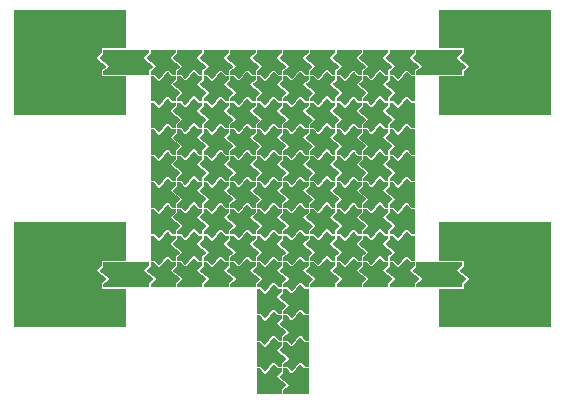
<source format=gbr>
G04 #@! TF.GenerationSoftware,KiCad,Pcbnew,5.1.5+dfsg1-2build2*
G04 #@! TF.CreationDate,2020-09-29T14:15:32-07:00*
G04 #@! TF.ProjectId,PD_ElectrodeBoard_v4,50445f45-6c65-4637-9472-6f6465426f61,4.1*
G04 #@! TF.SameCoordinates,Original*
G04 #@! TF.FileFunction,Paste,Top*
G04 #@! TF.FilePolarity,Positive*
%FSLAX46Y46*%
G04 Gerber Fmt 4.6, Leading zero omitted, Abs format (unit mm)*
G04 Created by KiCad (PCBNEW 5.1.5+dfsg1-2build2) date 2020-09-29 14:15:32*
%MOMM*%
%LPD*%
G04 APERTURE LIST*
%ADD10C,0.100000*%
G04 APERTURE END LIST*
D10*
G36*
X201116264Y-100532629D02*
G01*
X201116273Y-100532633D01*
X201116281Y-100532638D01*
X201116289Y-100532645D01*
X201444013Y-100929950D01*
X201820000Y-100929950D01*
X201820010Y-100929951D01*
X201820019Y-100929954D01*
X201820028Y-100929958D01*
X201820042Y-100929972D01*
X201820046Y-100929981D01*
X201820049Y-100929990D01*
X201820050Y-100930000D01*
X201820050Y-103070000D01*
X201820049Y-103070010D01*
X201820046Y-103070019D01*
X201820042Y-103070028D01*
X201820028Y-103070042D01*
X201820019Y-103070046D01*
X201820010Y-103070049D01*
X201820000Y-103070050D01*
X199680000Y-103070050D01*
X199679990Y-103070049D01*
X199679981Y-103070046D01*
X199679972Y-103070042D01*
X199679958Y-103070028D01*
X199679954Y-103070019D01*
X199679951Y-103070010D01*
X199679950Y-103070000D01*
X199679950Y-102771011D01*
X199679951Y-102771001D01*
X199679954Y-102770992D01*
X199679958Y-102770983D01*
X199679965Y-102770976D01*
X199679969Y-102770971D01*
X200128082Y-102424755D01*
X200128082Y-102307744D01*
X199282646Y-101633789D01*
X199282639Y-101633782D01*
X199282633Y-101633774D01*
X199282629Y-101633765D01*
X199282627Y-101633756D01*
X199282627Y-101633746D01*
X199282629Y-101633736D01*
X199282633Y-101633727D01*
X199282638Y-101633719D01*
X199282645Y-101633711D01*
X199679950Y-101305987D01*
X199679950Y-100930000D01*
X199679951Y-100929990D01*
X199679954Y-100929981D01*
X199679958Y-100929972D01*
X199679972Y-100929958D01*
X199679981Y-100929954D01*
X199679990Y-100929951D01*
X199680000Y-100929950D01*
X199978989Y-100929950D01*
X199978999Y-100929951D01*
X199979008Y-100929954D01*
X199979017Y-100929958D01*
X199979024Y-100929965D01*
X199979029Y-100929969D01*
X200325245Y-101378082D01*
X200442256Y-101378082D01*
X201116211Y-100532646D01*
X201116218Y-100532639D01*
X201116226Y-100532633D01*
X201116235Y-100532629D01*
X201116244Y-100532627D01*
X201116254Y-100532627D01*
X201116264Y-100532629D01*
G37*
G36*
X198866264Y-100532629D02*
G01*
X198866273Y-100532633D01*
X198866281Y-100532638D01*
X198866289Y-100532645D01*
X199194013Y-100929950D01*
X199570000Y-100929950D01*
X199570010Y-100929951D01*
X199570019Y-100929954D01*
X199570028Y-100929958D01*
X199570042Y-100929972D01*
X199570046Y-100929981D01*
X199570049Y-100929990D01*
X199570050Y-100930000D01*
X199570050Y-101228989D01*
X199570049Y-101228999D01*
X199570046Y-101229008D01*
X199570042Y-101229017D01*
X199570035Y-101229024D01*
X199570031Y-101229029D01*
X199121918Y-101575245D01*
X199121918Y-101692256D01*
X199967354Y-102366211D01*
X199967361Y-102366218D01*
X199967367Y-102366226D01*
X199967371Y-102366235D01*
X199967373Y-102366244D01*
X199967373Y-102366254D01*
X199967371Y-102366264D01*
X199967367Y-102366273D01*
X199967362Y-102366281D01*
X199967355Y-102366289D01*
X199570050Y-102694013D01*
X199570050Y-103070000D01*
X199570049Y-103070010D01*
X199570046Y-103070019D01*
X199570042Y-103070028D01*
X199570028Y-103070042D01*
X199570019Y-103070046D01*
X199570010Y-103070049D01*
X199570000Y-103070050D01*
X197430000Y-103070050D01*
X197429990Y-103070049D01*
X197429981Y-103070046D01*
X197429972Y-103070042D01*
X197429958Y-103070028D01*
X197429954Y-103070019D01*
X197429951Y-103070010D01*
X197429950Y-103070000D01*
X197429950Y-100930000D01*
X197429951Y-100929990D01*
X197429954Y-100929981D01*
X197429958Y-100929972D01*
X197429972Y-100929958D01*
X197429981Y-100929954D01*
X197429990Y-100929951D01*
X197430000Y-100929950D01*
X197728989Y-100929950D01*
X197728999Y-100929951D01*
X197729008Y-100929954D01*
X197729017Y-100929958D01*
X197729024Y-100929965D01*
X197729029Y-100929969D01*
X198075245Y-101378082D01*
X198192256Y-101378082D01*
X198866211Y-100532646D01*
X198866218Y-100532639D01*
X198866226Y-100532633D01*
X198866235Y-100532629D01*
X198866244Y-100532627D01*
X198866254Y-100532627D01*
X198866264Y-100532629D01*
G37*
G36*
X201116264Y-98282629D02*
G01*
X201116273Y-98282633D01*
X201116281Y-98282638D01*
X201116289Y-98282645D01*
X201444013Y-98679950D01*
X201820000Y-98679950D01*
X201820010Y-98679951D01*
X201820019Y-98679954D01*
X201820028Y-98679958D01*
X201820042Y-98679972D01*
X201820046Y-98679981D01*
X201820049Y-98679990D01*
X201820050Y-98680000D01*
X201820050Y-100820000D01*
X201820049Y-100820010D01*
X201820046Y-100820019D01*
X201820042Y-100820028D01*
X201820028Y-100820042D01*
X201820019Y-100820046D01*
X201820010Y-100820049D01*
X201820000Y-100820050D01*
X201521011Y-100820050D01*
X201521001Y-100820049D01*
X201520992Y-100820046D01*
X201520983Y-100820042D01*
X201520976Y-100820035D01*
X201520971Y-100820031D01*
X201174755Y-100371918D01*
X201057744Y-100371918D01*
X200383789Y-101217354D01*
X200383782Y-101217361D01*
X200383774Y-101217367D01*
X200383765Y-101217371D01*
X200383756Y-101217373D01*
X200383746Y-101217373D01*
X200383736Y-101217371D01*
X200383727Y-101217367D01*
X200383719Y-101217362D01*
X200383711Y-101217355D01*
X200055987Y-100820050D01*
X199680000Y-100820050D01*
X199679990Y-100820049D01*
X199679981Y-100820046D01*
X199679972Y-100820042D01*
X199679958Y-100820028D01*
X199679954Y-100820019D01*
X199679951Y-100820010D01*
X199679950Y-100820000D01*
X199679950Y-100521011D01*
X199679951Y-100521001D01*
X199679954Y-100520992D01*
X199679958Y-100520983D01*
X199679965Y-100520976D01*
X199679969Y-100520971D01*
X200128082Y-100174755D01*
X200128082Y-100057744D01*
X199282646Y-99383789D01*
X199282639Y-99383782D01*
X199282633Y-99383774D01*
X199282629Y-99383765D01*
X199282627Y-99383756D01*
X199282627Y-99383746D01*
X199282629Y-99383736D01*
X199282633Y-99383727D01*
X199282638Y-99383719D01*
X199282645Y-99383711D01*
X199679950Y-99055987D01*
X199679950Y-98680000D01*
X199679951Y-98679990D01*
X199679954Y-98679981D01*
X199679958Y-98679972D01*
X199679972Y-98679958D01*
X199679981Y-98679954D01*
X199679990Y-98679951D01*
X199680000Y-98679950D01*
X199978989Y-98679950D01*
X199978999Y-98679951D01*
X199979008Y-98679954D01*
X199979017Y-98679958D01*
X199979024Y-98679965D01*
X199979029Y-98679969D01*
X200325245Y-99128082D01*
X200442256Y-99128082D01*
X201116211Y-98282646D01*
X201116218Y-98282639D01*
X201116226Y-98282633D01*
X201116235Y-98282629D01*
X201116244Y-98282627D01*
X201116254Y-98282627D01*
X201116264Y-98282629D01*
G37*
G36*
X198866264Y-98282629D02*
G01*
X198866273Y-98282633D01*
X198866281Y-98282638D01*
X198866289Y-98282645D01*
X199194013Y-98679950D01*
X199570000Y-98679950D01*
X199570010Y-98679951D01*
X199570019Y-98679954D01*
X199570028Y-98679958D01*
X199570042Y-98679972D01*
X199570046Y-98679981D01*
X199570049Y-98679990D01*
X199570050Y-98680000D01*
X199570050Y-98978989D01*
X199570049Y-98978999D01*
X199570046Y-98979008D01*
X199570042Y-98979017D01*
X199570035Y-98979024D01*
X199570031Y-98979029D01*
X199121918Y-99325245D01*
X199121918Y-99442256D01*
X199967354Y-100116211D01*
X199967361Y-100116218D01*
X199967367Y-100116226D01*
X199967371Y-100116235D01*
X199967373Y-100116244D01*
X199967373Y-100116254D01*
X199967371Y-100116264D01*
X199967367Y-100116273D01*
X199967362Y-100116281D01*
X199967355Y-100116289D01*
X199570050Y-100444013D01*
X199570050Y-100820000D01*
X199570049Y-100820010D01*
X199570046Y-100820019D01*
X199570042Y-100820028D01*
X199570028Y-100820042D01*
X199570019Y-100820046D01*
X199570010Y-100820049D01*
X199570000Y-100820050D01*
X199271011Y-100820050D01*
X199271001Y-100820049D01*
X199270992Y-100820046D01*
X199270983Y-100820042D01*
X199270976Y-100820035D01*
X199270971Y-100820031D01*
X198924755Y-100371918D01*
X198807744Y-100371918D01*
X198133789Y-101217354D01*
X198133782Y-101217361D01*
X198133774Y-101217367D01*
X198133765Y-101217371D01*
X198133756Y-101217373D01*
X198133746Y-101217373D01*
X198133736Y-101217371D01*
X198133727Y-101217367D01*
X198133719Y-101217362D01*
X198133711Y-101217355D01*
X197805987Y-100820050D01*
X197430000Y-100820050D01*
X197429990Y-100820049D01*
X197429981Y-100820046D01*
X197429972Y-100820042D01*
X197429958Y-100820028D01*
X197429954Y-100820019D01*
X197429951Y-100820010D01*
X197429950Y-100820000D01*
X197429950Y-98680000D01*
X197429951Y-98679990D01*
X197429954Y-98679981D01*
X197429958Y-98679972D01*
X197429972Y-98679958D01*
X197429981Y-98679954D01*
X197429990Y-98679951D01*
X197430000Y-98679950D01*
X197728989Y-98679950D01*
X197728999Y-98679951D01*
X197729008Y-98679954D01*
X197729017Y-98679958D01*
X197729024Y-98679965D01*
X197729029Y-98679969D01*
X198075245Y-99128082D01*
X198192256Y-99128082D01*
X198866211Y-98282646D01*
X198866218Y-98282639D01*
X198866226Y-98282633D01*
X198866235Y-98282629D01*
X198866244Y-98282627D01*
X198866254Y-98282627D01*
X198866264Y-98282629D01*
G37*
G36*
X201116264Y-96032629D02*
G01*
X201116273Y-96032633D01*
X201116281Y-96032638D01*
X201116289Y-96032645D01*
X201444013Y-96429950D01*
X201820000Y-96429950D01*
X201820010Y-96429951D01*
X201820019Y-96429954D01*
X201820028Y-96429958D01*
X201820042Y-96429972D01*
X201820046Y-96429981D01*
X201820049Y-96429990D01*
X201820050Y-96430000D01*
X201820050Y-98570000D01*
X201820049Y-98570010D01*
X201820046Y-98570019D01*
X201820042Y-98570028D01*
X201820028Y-98570042D01*
X201820019Y-98570046D01*
X201820010Y-98570049D01*
X201820000Y-98570050D01*
X201521011Y-98570050D01*
X201521001Y-98570049D01*
X201520992Y-98570046D01*
X201520983Y-98570042D01*
X201520976Y-98570035D01*
X201520971Y-98570031D01*
X201174755Y-98121918D01*
X201057744Y-98121918D01*
X200383789Y-98967354D01*
X200383782Y-98967361D01*
X200383774Y-98967367D01*
X200383765Y-98967371D01*
X200383756Y-98967373D01*
X200383746Y-98967373D01*
X200383736Y-98967371D01*
X200383727Y-98967367D01*
X200383719Y-98967362D01*
X200383711Y-98967355D01*
X200055987Y-98570050D01*
X199680000Y-98570050D01*
X199679990Y-98570049D01*
X199679981Y-98570046D01*
X199679972Y-98570042D01*
X199679958Y-98570028D01*
X199679954Y-98570019D01*
X199679951Y-98570010D01*
X199679950Y-98570000D01*
X199679950Y-98271011D01*
X199679951Y-98271001D01*
X199679954Y-98270992D01*
X199679958Y-98270983D01*
X199679965Y-98270976D01*
X199679969Y-98270971D01*
X200128082Y-97924755D01*
X200128082Y-97807744D01*
X199282646Y-97133789D01*
X199282639Y-97133782D01*
X199282633Y-97133774D01*
X199282629Y-97133765D01*
X199282627Y-97133756D01*
X199282627Y-97133746D01*
X199282629Y-97133736D01*
X199282633Y-97133727D01*
X199282638Y-97133719D01*
X199282645Y-97133711D01*
X199679950Y-96805987D01*
X199679950Y-96430000D01*
X199679951Y-96429990D01*
X199679954Y-96429981D01*
X199679958Y-96429972D01*
X199679972Y-96429958D01*
X199679981Y-96429954D01*
X199679990Y-96429951D01*
X199680000Y-96429950D01*
X199978989Y-96429950D01*
X199978999Y-96429951D01*
X199979008Y-96429954D01*
X199979017Y-96429958D01*
X199979024Y-96429965D01*
X199979029Y-96429969D01*
X200325245Y-96878082D01*
X200442256Y-96878082D01*
X201116211Y-96032646D01*
X201116218Y-96032639D01*
X201116226Y-96032633D01*
X201116235Y-96032629D01*
X201116244Y-96032627D01*
X201116254Y-96032627D01*
X201116264Y-96032629D01*
G37*
G36*
X198866264Y-96032629D02*
G01*
X198866273Y-96032633D01*
X198866281Y-96032638D01*
X198866289Y-96032645D01*
X199194013Y-96429950D01*
X199570000Y-96429950D01*
X199570010Y-96429951D01*
X199570019Y-96429954D01*
X199570028Y-96429958D01*
X199570042Y-96429972D01*
X199570046Y-96429981D01*
X199570049Y-96429990D01*
X199570050Y-96430000D01*
X199570050Y-96728989D01*
X199570049Y-96728999D01*
X199570046Y-96729008D01*
X199570042Y-96729017D01*
X199570035Y-96729024D01*
X199570031Y-96729029D01*
X199121918Y-97075245D01*
X199121918Y-97192256D01*
X199967354Y-97866211D01*
X199967361Y-97866218D01*
X199967367Y-97866226D01*
X199967371Y-97866235D01*
X199967373Y-97866244D01*
X199967373Y-97866254D01*
X199967371Y-97866264D01*
X199967367Y-97866273D01*
X199967362Y-97866281D01*
X199967355Y-97866289D01*
X199570050Y-98194013D01*
X199570050Y-98570000D01*
X199570049Y-98570010D01*
X199570046Y-98570019D01*
X199570042Y-98570028D01*
X199570028Y-98570042D01*
X199570019Y-98570046D01*
X199570010Y-98570049D01*
X199570000Y-98570050D01*
X199271011Y-98570050D01*
X199271001Y-98570049D01*
X199270992Y-98570046D01*
X199270983Y-98570042D01*
X199270976Y-98570035D01*
X199270971Y-98570031D01*
X198924755Y-98121918D01*
X198807744Y-98121918D01*
X198133789Y-98967354D01*
X198133782Y-98967361D01*
X198133774Y-98967367D01*
X198133765Y-98967371D01*
X198133756Y-98967373D01*
X198133746Y-98967373D01*
X198133736Y-98967371D01*
X198133727Y-98967367D01*
X198133719Y-98967362D01*
X198133711Y-98967355D01*
X197805987Y-98570050D01*
X197430000Y-98570050D01*
X197429990Y-98570049D01*
X197429981Y-98570046D01*
X197429972Y-98570042D01*
X197429958Y-98570028D01*
X197429954Y-98570019D01*
X197429951Y-98570010D01*
X197429950Y-98570000D01*
X197429950Y-96430000D01*
X197429951Y-96429990D01*
X197429954Y-96429981D01*
X197429958Y-96429972D01*
X197429972Y-96429958D01*
X197429981Y-96429954D01*
X197429990Y-96429951D01*
X197430000Y-96429950D01*
X197728989Y-96429950D01*
X197728999Y-96429951D01*
X197729008Y-96429954D01*
X197729017Y-96429958D01*
X197729024Y-96429965D01*
X197729029Y-96429969D01*
X198075245Y-96878082D01*
X198192256Y-96878082D01*
X198866211Y-96032646D01*
X198866218Y-96032639D01*
X198866226Y-96032633D01*
X198866235Y-96032629D01*
X198866244Y-96032627D01*
X198866254Y-96032627D01*
X198866264Y-96032629D01*
G37*
G36*
X201116264Y-93782629D02*
G01*
X201116273Y-93782633D01*
X201116281Y-93782638D01*
X201116289Y-93782645D01*
X201444013Y-94179950D01*
X201820000Y-94179950D01*
X201820010Y-94179951D01*
X201820019Y-94179954D01*
X201820028Y-94179958D01*
X201820042Y-94179972D01*
X201820046Y-94179981D01*
X201820049Y-94179990D01*
X201820050Y-94180000D01*
X201820050Y-96320000D01*
X201820049Y-96320010D01*
X201820046Y-96320019D01*
X201820042Y-96320028D01*
X201820028Y-96320042D01*
X201820019Y-96320046D01*
X201820010Y-96320049D01*
X201820000Y-96320050D01*
X201521011Y-96320050D01*
X201521001Y-96320049D01*
X201520992Y-96320046D01*
X201520983Y-96320042D01*
X201520976Y-96320035D01*
X201520971Y-96320031D01*
X201174755Y-95871918D01*
X201057744Y-95871918D01*
X200383789Y-96717354D01*
X200383782Y-96717361D01*
X200383774Y-96717367D01*
X200383765Y-96717371D01*
X200383756Y-96717373D01*
X200383746Y-96717373D01*
X200383736Y-96717371D01*
X200383727Y-96717367D01*
X200383719Y-96717362D01*
X200383711Y-96717355D01*
X200055987Y-96320050D01*
X199680000Y-96320050D01*
X199679990Y-96320049D01*
X199679981Y-96320046D01*
X199679972Y-96320042D01*
X199679958Y-96320028D01*
X199679954Y-96320019D01*
X199679951Y-96320010D01*
X199679950Y-96320000D01*
X199679950Y-96021011D01*
X199679951Y-96021001D01*
X199679954Y-96020992D01*
X199679958Y-96020983D01*
X199679965Y-96020976D01*
X199679969Y-96020971D01*
X200128082Y-95674755D01*
X200128082Y-95557744D01*
X199282646Y-94883789D01*
X199282639Y-94883782D01*
X199282633Y-94883774D01*
X199282629Y-94883765D01*
X199282627Y-94883756D01*
X199282627Y-94883746D01*
X199282629Y-94883736D01*
X199282633Y-94883727D01*
X199282638Y-94883719D01*
X199282645Y-94883711D01*
X199679950Y-94555987D01*
X199679950Y-94180000D01*
X199679951Y-94179990D01*
X199679954Y-94179981D01*
X199679958Y-94179972D01*
X199679972Y-94179958D01*
X199679981Y-94179954D01*
X199679990Y-94179951D01*
X199680000Y-94179950D01*
X199978989Y-94179950D01*
X199978999Y-94179951D01*
X199979008Y-94179954D01*
X199979017Y-94179958D01*
X199979024Y-94179965D01*
X199979029Y-94179969D01*
X200325245Y-94628082D01*
X200442256Y-94628082D01*
X201116211Y-93782646D01*
X201116218Y-93782639D01*
X201116226Y-93782633D01*
X201116235Y-93782629D01*
X201116244Y-93782627D01*
X201116254Y-93782627D01*
X201116264Y-93782629D01*
G37*
G36*
X198866264Y-93782629D02*
G01*
X198866273Y-93782633D01*
X198866281Y-93782638D01*
X198866289Y-93782645D01*
X199194013Y-94179950D01*
X199570000Y-94179950D01*
X199570010Y-94179951D01*
X199570019Y-94179954D01*
X199570028Y-94179958D01*
X199570042Y-94179972D01*
X199570046Y-94179981D01*
X199570049Y-94179990D01*
X199570050Y-94180000D01*
X199570050Y-94478989D01*
X199570049Y-94478999D01*
X199570046Y-94479008D01*
X199570042Y-94479017D01*
X199570035Y-94479024D01*
X199570031Y-94479029D01*
X199121918Y-94825245D01*
X199121918Y-94942256D01*
X199967354Y-95616211D01*
X199967361Y-95616218D01*
X199967367Y-95616226D01*
X199967371Y-95616235D01*
X199967373Y-95616244D01*
X199967373Y-95616254D01*
X199967371Y-95616264D01*
X199967367Y-95616273D01*
X199967362Y-95616281D01*
X199967355Y-95616289D01*
X199570050Y-95944013D01*
X199570050Y-96320000D01*
X199570049Y-96320010D01*
X199570046Y-96320019D01*
X199570042Y-96320028D01*
X199570028Y-96320042D01*
X199570019Y-96320046D01*
X199570010Y-96320049D01*
X199570000Y-96320050D01*
X199271011Y-96320050D01*
X199271001Y-96320049D01*
X199270992Y-96320046D01*
X199270983Y-96320042D01*
X199270976Y-96320035D01*
X199270971Y-96320031D01*
X198924755Y-95871918D01*
X198807744Y-95871918D01*
X198133789Y-96717354D01*
X198133782Y-96717361D01*
X198133774Y-96717367D01*
X198133765Y-96717371D01*
X198133756Y-96717373D01*
X198133746Y-96717373D01*
X198133736Y-96717371D01*
X198133727Y-96717367D01*
X198133719Y-96717362D01*
X198133711Y-96717355D01*
X197805987Y-96320050D01*
X197430000Y-96320050D01*
X197429990Y-96320049D01*
X197429981Y-96320046D01*
X197429972Y-96320042D01*
X197429958Y-96320028D01*
X197429954Y-96320019D01*
X197429951Y-96320010D01*
X197429950Y-96320000D01*
X197429950Y-94180000D01*
X197429951Y-94179990D01*
X197429954Y-94179981D01*
X197429958Y-94179972D01*
X197429972Y-94179958D01*
X197429981Y-94179954D01*
X197429990Y-94179951D01*
X197430000Y-94179950D01*
X197728989Y-94179950D01*
X197728999Y-94179951D01*
X197729008Y-94179954D01*
X197729017Y-94179958D01*
X197729024Y-94179965D01*
X197729029Y-94179969D01*
X198075245Y-94628082D01*
X198192256Y-94628082D01*
X198866211Y-93782646D01*
X198866218Y-93782639D01*
X198866226Y-93782633D01*
X198866235Y-93782629D01*
X198866244Y-93782627D01*
X198866254Y-93782627D01*
X198866264Y-93782629D01*
G37*
G36*
X210116264Y-91532629D02*
G01*
X210116273Y-91532633D01*
X210116281Y-91532638D01*
X210116289Y-91532645D01*
X210444013Y-91929950D01*
X210820000Y-91929950D01*
X210820010Y-91929951D01*
X210820019Y-91929954D01*
X210820028Y-91929958D01*
X210820042Y-91929972D01*
X210820046Y-91929981D01*
X210820049Y-91929990D01*
X210820050Y-91930000D01*
X210820050Y-92228989D01*
X210820049Y-92228999D01*
X210820046Y-92229008D01*
X210820042Y-92229017D01*
X210820035Y-92229024D01*
X210820031Y-92229029D01*
X210371918Y-92575245D01*
X210371918Y-92692256D01*
X211217354Y-93366211D01*
X211217361Y-93366218D01*
X211217367Y-93366226D01*
X211217371Y-93366235D01*
X211217373Y-93366244D01*
X211217373Y-93366254D01*
X211217371Y-93366264D01*
X211217367Y-93366273D01*
X211217362Y-93366281D01*
X211217355Y-93366289D01*
X210820050Y-93694013D01*
X210820050Y-94070000D01*
X210820049Y-94070010D01*
X210820046Y-94070019D01*
X210820042Y-94070028D01*
X210820028Y-94070042D01*
X210820019Y-94070046D01*
X210820010Y-94070049D01*
X210820000Y-94070050D01*
X208680000Y-94070050D01*
X208679990Y-94070049D01*
X208679981Y-94070046D01*
X208679972Y-94070042D01*
X208679958Y-94070028D01*
X208679954Y-94070019D01*
X208679951Y-94070010D01*
X208679950Y-94070000D01*
X208679950Y-93771011D01*
X208679951Y-93771001D01*
X208679954Y-93770992D01*
X208679958Y-93770983D01*
X208679965Y-93770976D01*
X208679969Y-93770971D01*
X209128082Y-93424755D01*
X209128082Y-93307744D01*
X208282646Y-92633789D01*
X208282639Y-92633782D01*
X208282633Y-92633774D01*
X208282629Y-92633765D01*
X208282627Y-92633756D01*
X208282627Y-92633746D01*
X208282629Y-92633736D01*
X208282633Y-92633727D01*
X208282638Y-92633719D01*
X208282645Y-92633711D01*
X208679950Y-92305987D01*
X208679950Y-91930000D01*
X208679951Y-91929990D01*
X208679954Y-91929981D01*
X208679958Y-91929972D01*
X208679972Y-91929958D01*
X208679981Y-91929954D01*
X208679990Y-91929951D01*
X208680000Y-91929950D01*
X208978989Y-91929950D01*
X208978999Y-91929951D01*
X208979008Y-91929954D01*
X208979017Y-91929958D01*
X208979024Y-91929965D01*
X208979029Y-91929969D01*
X209325245Y-92378082D01*
X209442256Y-92378082D01*
X210116211Y-91532646D01*
X210116218Y-91532639D01*
X210116226Y-91532633D01*
X210116235Y-91532629D01*
X210116244Y-91532627D01*
X210116254Y-91532627D01*
X210116264Y-91532629D01*
G37*
G36*
X208570010Y-73929951D02*
G01*
X208570019Y-73929954D01*
X208570028Y-73929958D01*
X208570042Y-73929972D01*
X208570046Y-73929981D01*
X208570049Y-73929990D01*
X208570050Y-73930000D01*
X208570050Y-74228989D01*
X208570049Y-74228999D01*
X208570046Y-74229008D01*
X208570042Y-74229017D01*
X208570035Y-74229024D01*
X208570031Y-74229029D01*
X208121918Y-74575245D01*
X208121918Y-74692256D01*
X208967354Y-75366211D01*
X208967361Y-75366218D01*
X208967367Y-75366226D01*
X208967371Y-75366235D01*
X208967373Y-75366244D01*
X208967373Y-75366254D01*
X208967371Y-75366264D01*
X208967367Y-75366273D01*
X208967362Y-75366281D01*
X208967355Y-75366289D01*
X208570050Y-75694013D01*
X208570050Y-76070000D01*
X208570049Y-76070010D01*
X208570046Y-76070019D01*
X208570042Y-76070028D01*
X208570028Y-76070042D01*
X208570019Y-76070046D01*
X208570010Y-76070049D01*
X208570000Y-76070050D01*
X208271011Y-76070050D01*
X208271001Y-76070049D01*
X208270992Y-76070046D01*
X208270983Y-76070042D01*
X208270976Y-76070035D01*
X208270971Y-76070031D01*
X207924755Y-75621918D01*
X207807744Y-75621918D01*
X207133789Y-76467354D01*
X207133782Y-76467361D01*
X207133774Y-76467367D01*
X207133765Y-76467371D01*
X207133756Y-76467373D01*
X207133746Y-76467373D01*
X207133736Y-76467371D01*
X207133727Y-76467367D01*
X207133719Y-76467362D01*
X207133711Y-76467355D01*
X206805987Y-76070050D01*
X206430000Y-76070050D01*
X206429990Y-76070049D01*
X206429981Y-76070046D01*
X206429972Y-76070042D01*
X206429958Y-76070028D01*
X206429954Y-76070019D01*
X206429951Y-76070010D01*
X206429950Y-76070000D01*
X206429950Y-75771011D01*
X206429951Y-75771001D01*
X206429954Y-75770992D01*
X206429958Y-75770983D01*
X206429965Y-75770976D01*
X206429969Y-75770971D01*
X206878082Y-75424755D01*
X206878082Y-75307744D01*
X206032646Y-74633789D01*
X206032639Y-74633782D01*
X206032633Y-74633774D01*
X206032629Y-74633765D01*
X206032627Y-74633756D01*
X206032627Y-74633746D01*
X206032629Y-74633736D01*
X206032633Y-74633727D01*
X206032638Y-74633719D01*
X206032645Y-74633711D01*
X206429950Y-74305987D01*
X206429950Y-73930000D01*
X206429951Y-73929990D01*
X206429954Y-73929981D01*
X206429958Y-73929972D01*
X206429972Y-73929958D01*
X206429981Y-73929954D01*
X206429990Y-73929951D01*
X206430000Y-73929950D01*
X208570000Y-73929950D01*
X208570010Y-73929951D01*
G37*
G36*
X207866264Y-91532629D02*
G01*
X207866273Y-91532633D01*
X207866281Y-91532638D01*
X207866289Y-91532645D01*
X208194013Y-91929950D01*
X208570000Y-91929950D01*
X208570010Y-91929951D01*
X208570019Y-91929954D01*
X208570028Y-91929958D01*
X208570042Y-91929972D01*
X208570046Y-91929981D01*
X208570049Y-91929990D01*
X208570050Y-91930000D01*
X208570050Y-92228989D01*
X208570049Y-92228999D01*
X208570046Y-92229008D01*
X208570042Y-92229017D01*
X208570035Y-92229024D01*
X208570031Y-92229029D01*
X208121918Y-92575245D01*
X208121918Y-92692256D01*
X208967354Y-93366211D01*
X208967361Y-93366218D01*
X208967367Y-93366226D01*
X208967371Y-93366235D01*
X208967373Y-93366244D01*
X208967373Y-93366254D01*
X208967371Y-93366264D01*
X208967367Y-93366273D01*
X208967362Y-93366281D01*
X208967355Y-93366289D01*
X208570050Y-93694013D01*
X208570050Y-94070000D01*
X208570049Y-94070010D01*
X208570046Y-94070019D01*
X208570042Y-94070028D01*
X208570028Y-94070042D01*
X208570019Y-94070046D01*
X208570010Y-94070049D01*
X208570000Y-94070050D01*
X206430000Y-94070050D01*
X206429990Y-94070049D01*
X206429981Y-94070046D01*
X206429972Y-94070042D01*
X206429958Y-94070028D01*
X206429954Y-94070019D01*
X206429951Y-94070010D01*
X206429950Y-94070000D01*
X206429950Y-93771011D01*
X206429951Y-93771001D01*
X206429954Y-93770992D01*
X206429958Y-93770983D01*
X206429965Y-93770976D01*
X206429969Y-93770971D01*
X206878082Y-93424755D01*
X206878082Y-93307744D01*
X206032646Y-92633789D01*
X206032639Y-92633782D01*
X206032633Y-92633774D01*
X206032629Y-92633765D01*
X206032627Y-92633756D01*
X206032627Y-92633746D01*
X206032629Y-92633736D01*
X206032633Y-92633727D01*
X206032638Y-92633719D01*
X206032645Y-92633711D01*
X206429950Y-92305987D01*
X206429950Y-91930000D01*
X206429951Y-91929990D01*
X206429954Y-91929981D01*
X206429958Y-91929972D01*
X206429972Y-91929958D01*
X206429981Y-91929954D01*
X206429990Y-91929951D01*
X206430000Y-91929950D01*
X206728989Y-91929950D01*
X206728999Y-91929951D01*
X206729008Y-91929954D01*
X206729017Y-91929958D01*
X206729024Y-91929965D01*
X206729029Y-91929969D01*
X207075245Y-92378082D01*
X207192256Y-92378082D01*
X207866211Y-91532646D01*
X207866218Y-91532639D01*
X207866226Y-91532633D01*
X207866235Y-91532629D01*
X207866244Y-91532627D01*
X207866254Y-91532627D01*
X207866264Y-91532629D01*
G37*
G36*
X205616264Y-91532629D02*
G01*
X205616273Y-91532633D01*
X205616281Y-91532638D01*
X205616289Y-91532645D01*
X205944013Y-91929950D01*
X206320000Y-91929950D01*
X206320010Y-91929951D01*
X206320019Y-91929954D01*
X206320028Y-91929958D01*
X206320042Y-91929972D01*
X206320046Y-91929981D01*
X206320049Y-91929990D01*
X206320050Y-91930000D01*
X206320050Y-92228989D01*
X206320049Y-92228999D01*
X206320046Y-92229008D01*
X206320042Y-92229017D01*
X206320035Y-92229024D01*
X206320031Y-92229029D01*
X205871918Y-92575245D01*
X205871918Y-92692256D01*
X206717354Y-93366211D01*
X206717361Y-93366218D01*
X206717367Y-93366226D01*
X206717371Y-93366235D01*
X206717373Y-93366244D01*
X206717373Y-93366254D01*
X206717371Y-93366264D01*
X206717367Y-93366273D01*
X206717362Y-93366281D01*
X206717355Y-93366289D01*
X206320050Y-93694013D01*
X206320050Y-94070000D01*
X206320049Y-94070010D01*
X206320046Y-94070019D01*
X206320042Y-94070028D01*
X206320028Y-94070042D01*
X206320019Y-94070046D01*
X206320010Y-94070049D01*
X206320000Y-94070050D01*
X204180000Y-94070050D01*
X204179990Y-94070049D01*
X204179981Y-94070046D01*
X204179972Y-94070042D01*
X204179958Y-94070028D01*
X204179954Y-94070019D01*
X204179951Y-94070010D01*
X204179950Y-94070000D01*
X204179950Y-93771011D01*
X204179951Y-93771001D01*
X204179954Y-93770992D01*
X204179958Y-93770983D01*
X204179965Y-93770976D01*
X204179969Y-93770971D01*
X204628082Y-93424755D01*
X204628082Y-93307744D01*
X203782646Y-92633789D01*
X203782639Y-92633782D01*
X203782633Y-92633774D01*
X203782629Y-92633765D01*
X203782627Y-92633756D01*
X203782627Y-92633746D01*
X203782629Y-92633736D01*
X203782633Y-92633727D01*
X203782638Y-92633719D01*
X203782645Y-92633711D01*
X204179950Y-92305987D01*
X204179950Y-91930000D01*
X204179951Y-91929990D01*
X204179954Y-91929981D01*
X204179958Y-91929972D01*
X204179972Y-91929958D01*
X204179981Y-91929954D01*
X204179990Y-91929951D01*
X204180000Y-91929950D01*
X204478989Y-91929950D01*
X204478999Y-91929951D01*
X204479008Y-91929954D01*
X204479017Y-91929958D01*
X204479024Y-91929965D01*
X204479029Y-91929969D01*
X204825245Y-92378082D01*
X204942256Y-92378082D01*
X205616211Y-91532646D01*
X205616218Y-91532639D01*
X205616226Y-91532633D01*
X205616235Y-91532629D01*
X205616244Y-91532627D01*
X205616254Y-91532627D01*
X205616264Y-91532629D01*
G37*
G36*
X203366264Y-91532629D02*
G01*
X203366273Y-91532633D01*
X203366281Y-91532638D01*
X203366289Y-91532645D01*
X203694013Y-91929950D01*
X204070000Y-91929950D01*
X204070010Y-91929951D01*
X204070019Y-91929954D01*
X204070028Y-91929958D01*
X204070042Y-91929972D01*
X204070046Y-91929981D01*
X204070049Y-91929990D01*
X204070050Y-91930000D01*
X204070050Y-92228989D01*
X204070049Y-92228999D01*
X204070046Y-92229008D01*
X204070042Y-92229017D01*
X204070035Y-92229024D01*
X204070031Y-92229029D01*
X203621918Y-92575245D01*
X203621918Y-92692256D01*
X204467354Y-93366211D01*
X204467361Y-93366218D01*
X204467367Y-93366226D01*
X204467371Y-93366235D01*
X204467373Y-93366244D01*
X204467373Y-93366254D01*
X204467371Y-93366264D01*
X204467367Y-93366273D01*
X204467362Y-93366281D01*
X204467355Y-93366289D01*
X204070050Y-93694013D01*
X204070050Y-94070000D01*
X204070049Y-94070010D01*
X204070046Y-94070019D01*
X204070042Y-94070028D01*
X204070028Y-94070042D01*
X204070019Y-94070046D01*
X204070010Y-94070049D01*
X204070000Y-94070050D01*
X201930000Y-94070050D01*
X201929990Y-94070049D01*
X201929981Y-94070046D01*
X201929972Y-94070042D01*
X201929958Y-94070028D01*
X201929954Y-94070019D01*
X201929951Y-94070010D01*
X201929950Y-94070000D01*
X201929950Y-93771011D01*
X201929951Y-93771001D01*
X201929954Y-93770992D01*
X201929958Y-93770983D01*
X201929965Y-93770976D01*
X201929969Y-93770971D01*
X202378082Y-93424755D01*
X202378082Y-93307744D01*
X201532646Y-92633789D01*
X201532639Y-92633782D01*
X201532633Y-92633774D01*
X201532629Y-92633765D01*
X201532627Y-92633756D01*
X201532627Y-92633746D01*
X201532629Y-92633736D01*
X201532633Y-92633727D01*
X201532638Y-92633719D01*
X201532645Y-92633711D01*
X201929950Y-92305987D01*
X201929950Y-91930000D01*
X201929951Y-91929990D01*
X201929954Y-91929981D01*
X201929958Y-91929972D01*
X201929972Y-91929958D01*
X201929981Y-91929954D01*
X201929990Y-91929951D01*
X201930000Y-91929950D01*
X202228989Y-91929950D01*
X202228999Y-91929951D01*
X202229008Y-91929954D01*
X202229017Y-91929958D01*
X202229024Y-91929965D01*
X202229029Y-91929969D01*
X202575245Y-92378082D01*
X202692256Y-92378082D01*
X203366211Y-91532646D01*
X203366218Y-91532639D01*
X203366226Y-91532633D01*
X203366235Y-91532629D01*
X203366244Y-91532627D01*
X203366254Y-91532627D01*
X203366264Y-91532629D01*
G37*
G36*
X201116264Y-91532629D02*
G01*
X201116273Y-91532633D01*
X201116281Y-91532638D01*
X201116289Y-91532645D01*
X201444013Y-91929950D01*
X201820000Y-91929950D01*
X201820010Y-91929951D01*
X201820019Y-91929954D01*
X201820028Y-91929958D01*
X201820042Y-91929972D01*
X201820046Y-91929981D01*
X201820049Y-91929990D01*
X201820050Y-91930000D01*
X201820050Y-92228989D01*
X201820049Y-92228999D01*
X201820046Y-92229008D01*
X201820042Y-92229017D01*
X201820035Y-92229024D01*
X201820031Y-92229029D01*
X201371918Y-92575245D01*
X201371918Y-92692256D01*
X202217354Y-93366211D01*
X202217361Y-93366218D01*
X202217367Y-93366226D01*
X202217371Y-93366235D01*
X202217373Y-93366244D01*
X202217373Y-93366254D01*
X202217371Y-93366264D01*
X202217367Y-93366273D01*
X202217362Y-93366281D01*
X202217355Y-93366289D01*
X201820050Y-93694013D01*
X201820050Y-94070000D01*
X201820049Y-94070010D01*
X201820046Y-94070019D01*
X201820042Y-94070028D01*
X201820028Y-94070042D01*
X201820019Y-94070046D01*
X201820010Y-94070049D01*
X201820000Y-94070050D01*
X201521011Y-94070050D01*
X201521001Y-94070049D01*
X201520992Y-94070046D01*
X201520983Y-94070042D01*
X201520976Y-94070035D01*
X201520971Y-94070031D01*
X201174755Y-93621918D01*
X201057744Y-93621918D01*
X200383789Y-94467354D01*
X200383782Y-94467361D01*
X200383774Y-94467367D01*
X200383765Y-94467371D01*
X200383756Y-94467373D01*
X200383746Y-94467373D01*
X200383736Y-94467371D01*
X200383727Y-94467367D01*
X200383719Y-94467362D01*
X200383711Y-94467355D01*
X200055987Y-94070050D01*
X199680000Y-94070050D01*
X199679990Y-94070049D01*
X199679981Y-94070046D01*
X199679972Y-94070042D01*
X199679958Y-94070028D01*
X199679954Y-94070019D01*
X199679951Y-94070010D01*
X199679950Y-94070000D01*
X199679950Y-93771011D01*
X199679951Y-93771001D01*
X199679954Y-93770992D01*
X199679958Y-93770983D01*
X199679965Y-93770976D01*
X199679969Y-93770971D01*
X200128082Y-93424755D01*
X200128082Y-93307744D01*
X199282646Y-92633789D01*
X199282639Y-92633782D01*
X199282633Y-92633774D01*
X199282629Y-92633765D01*
X199282627Y-92633756D01*
X199282627Y-92633746D01*
X199282629Y-92633736D01*
X199282633Y-92633727D01*
X199282638Y-92633719D01*
X199282645Y-92633711D01*
X199679950Y-92305987D01*
X199679950Y-91930000D01*
X199679951Y-91929990D01*
X199679954Y-91929981D01*
X199679958Y-91929972D01*
X199679972Y-91929958D01*
X199679981Y-91929954D01*
X199679990Y-91929951D01*
X199680000Y-91929950D01*
X199978989Y-91929950D01*
X199978999Y-91929951D01*
X199979008Y-91929954D01*
X199979017Y-91929958D01*
X199979024Y-91929965D01*
X199979029Y-91929969D01*
X200325245Y-92378082D01*
X200442256Y-92378082D01*
X201116211Y-91532646D01*
X201116218Y-91532639D01*
X201116226Y-91532633D01*
X201116235Y-91532629D01*
X201116244Y-91532627D01*
X201116254Y-91532627D01*
X201116264Y-91532629D01*
G37*
G36*
X198866264Y-91532629D02*
G01*
X198866273Y-91532633D01*
X198866281Y-91532638D01*
X198866289Y-91532645D01*
X199194013Y-91929950D01*
X199570000Y-91929950D01*
X199570010Y-91929951D01*
X199570019Y-91929954D01*
X199570028Y-91929958D01*
X199570042Y-91929972D01*
X199570046Y-91929981D01*
X199570049Y-91929990D01*
X199570050Y-91930000D01*
X199570050Y-92228989D01*
X199570049Y-92228999D01*
X199570046Y-92229008D01*
X199570042Y-92229017D01*
X199570035Y-92229024D01*
X199570031Y-92229029D01*
X199121918Y-92575245D01*
X199121918Y-92692256D01*
X199967354Y-93366211D01*
X199967361Y-93366218D01*
X199967367Y-93366226D01*
X199967371Y-93366235D01*
X199967373Y-93366244D01*
X199967373Y-93366254D01*
X199967371Y-93366264D01*
X199967367Y-93366273D01*
X199967362Y-93366281D01*
X199967355Y-93366289D01*
X199570050Y-93694013D01*
X199570050Y-94070000D01*
X199570049Y-94070010D01*
X199570046Y-94070019D01*
X199570042Y-94070028D01*
X199570028Y-94070042D01*
X199570019Y-94070046D01*
X199570010Y-94070049D01*
X199570000Y-94070050D01*
X199271011Y-94070050D01*
X199271001Y-94070049D01*
X199270992Y-94070046D01*
X199270983Y-94070042D01*
X199270976Y-94070035D01*
X199270971Y-94070031D01*
X198924755Y-93621918D01*
X198807744Y-93621918D01*
X198133789Y-94467354D01*
X198133782Y-94467361D01*
X198133774Y-94467367D01*
X198133765Y-94467371D01*
X198133756Y-94467373D01*
X198133746Y-94467373D01*
X198133736Y-94467371D01*
X198133727Y-94467367D01*
X198133719Y-94467362D01*
X198133711Y-94467355D01*
X197805987Y-94070050D01*
X197430000Y-94070050D01*
X197429990Y-94070049D01*
X197429981Y-94070046D01*
X197429972Y-94070042D01*
X197429958Y-94070028D01*
X197429954Y-94070019D01*
X197429951Y-94070010D01*
X197429950Y-94070000D01*
X197429950Y-93771011D01*
X197429951Y-93771001D01*
X197429954Y-93770992D01*
X197429958Y-93770983D01*
X197429965Y-93770976D01*
X197429969Y-93770971D01*
X197878082Y-93424755D01*
X197878082Y-93307744D01*
X197032646Y-92633789D01*
X197032639Y-92633782D01*
X197032633Y-92633774D01*
X197032629Y-92633765D01*
X197032627Y-92633756D01*
X197032627Y-92633746D01*
X197032629Y-92633736D01*
X197032633Y-92633727D01*
X197032638Y-92633719D01*
X197032645Y-92633711D01*
X197429950Y-92305987D01*
X197429950Y-91930000D01*
X197429951Y-91929990D01*
X197429954Y-91929981D01*
X197429958Y-91929972D01*
X197429972Y-91929958D01*
X197429981Y-91929954D01*
X197429990Y-91929951D01*
X197430000Y-91929950D01*
X197728989Y-91929950D01*
X197728999Y-91929951D01*
X197729008Y-91929954D01*
X197729017Y-91929958D01*
X197729024Y-91929965D01*
X197729029Y-91929969D01*
X198075245Y-92378082D01*
X198192256Y-92378082D01*
X198866211Y-91532646D01*
X198866218Y-91532639D01*
X198866226Y-91532633D01*
X198866235Y-91532629D01*
X198866244Y-91532627D01*
X198866254Y-91532627D01*
X198866264Y-91532629D01*
G37*
G36*
X196616264Y-91532629D02*
G01*
X196616273Y-91532633D01*
X196616281Y-91532638D01*
X196616289Y-91532645D01*
X196944013Y-91929950D01*
X197320000Y-91929950D01*
X197320010Y-91929951D01*
X197320019Y-91929954D01*
X197320028Y-91929958D01*
X197320042Y-91929972D01*
X197320046Y-91929981D01*
X197320049Y-91929990D01*
X197320050Y-91930000D01*
X197320050Y-92228989D01*
X197320049Y-92228999D01*
X197320046Y-92229008D01*
X197320042Y-92229017D01*
X197320035Y-92229024D01*
X197320031Y-92229029D01*
X196871918Y-92575245D01*
X196871918Y-92692256D01*
X197717354Y-93366211D01*
X197717361Y-93366218D01*
X197717367Y-93366226D01*
X197717371Y-93366235D01*
X197717373Y-93366244D01*
X197717373Y-93366254D01*
X197717371Y-93366264D01*
X197717367Y-93366273D01*
X197717362Y-93366281D01*
X197717355Y-93366289D01*
X197320050Y-93694013D01*
X197320050Y-94070000D01*
X197320049Y-94070010D01*
X197320046Y-94070019D01*
X197320042Y-94070028D01*
X197320028Y-94070042D01*
X197320019Y-94070046D01*
X197320010Y-94070049D01*
X197320000Y-94070050D01*
X195180000Y-94070050D01*
X195179990Y-94070049D01*
X195179981Y-94070046D01*
X195179972Y-94070042D01*
X195179958Y-94070028D01*
X195179954Y-94070019D01*
X195179951Y-94070010D01*
X195179950Y-94070000D01*
X195179950Y-93771011D01*
X195179951Y-93771001D01*
X195179954Y-93770992D01*
X195179958Y-93770983D01*
X195179965Y-93770976D01*
X195179969Y-93770971D01*
X195628082Y-93424755D01*
X195628082Y-93307744D01*
X194782646Y-92633789D01*
X194782639Y-92633782D01*
X194782633Y-92633774D01*
X194782629Y-92633765D01*
X194782627Y-92633756D01*
X194782627Y-92633746D01*
X194782629Y-92633736D01*
X194782633Y-92633727D01*
X194782638Y-92633719D01*
X194782645Y-92633711D01*
X195179950Y-92305987D01*
X195179950Y-91930000D01*
X195179951Y-91929990D01*
X195179954Y-91929981D01*
X195179958Y-91929972D01*
X195179972Y-91929958D01*
X195179981Y-91929954D01*
X195179990Y-91929951D01*
X195180000Y-91929950D01*
X195478989Y-91929950D01*
X195478999Y-91929951D01*
X195479008Y-91929954D01*
X195479017Y-91929958D01*
X195479024Y-91929965D01*
X195479029Y-91929969D01*
X195825245Y-92378082D01*
X195942256Y-92378082D01*
X196616211Y-91532646D01*
X196616218Y-91532639D01*
X196616226Y-91532633D01*
X196616235Y-91532629D01*
X196616244Y-91532627D01*
X196616254Y-91532627D01*
X196616264Y-91532629D01*
G37*
G36*
X194366264Y-91532629D02*
G01*
X194366273Y-91532633D01*
X194366281Y-91532638D01*
X194366289Y-91532645D01*
X194694013Y-91929950D01*
X195070000Y-91929950D01*
X195070010Y-91929951D01*
X195070019Y-91929954D01*
X195070028Y-91929958D01*
X195070042Y-91929972D01*
X195070046Y-91929981D01*
X195070049Y-91929990D01*
X195070050Y-91930000D01*
X195070050Y-92228989D01*
X195070049Y-92228999D01*
X195070046Y-92229008D01*
X195070042Y-92229017D01*
X195070035Y-92229024D01*
X195070031Y-92229029D01*
X194621918Y-92575245D01*
X194621918Y-92692256D01*
X195467354Y-93366211D01*
X195467361Y-93366218D01*
X195467367Y-93366226D01*
X195467371Y-93366235D01*
X195467373Y-93366244D01*
X195467373Y-93366254D01*
X195467371Y-93366264D01*
X195467367Y-93366273D01*
X195467362Y-93366281D01*
X195467355Y-93366289D01*
X195070050Y-93694013D01*
X195070050Y-94070000D01*
X195070049Y-94070010D01*
X195070046Y-94070019D01*
X195070042Y-94070028D01*
X195070028Y-94070042D01*
X195070019Y-94070046D01*
X195070010Y-94070049D01*
X195070000Y-94070050D01*
X192930000Y-94070050D01*
X192929990Y-94070049D01*
X192929981Y-94070046D01*
X192929972Y-94070042D01*
X192929958Y-94070028D01*
X192929954Y-94070019D01*
X192929951Y-94070010D01*
X192929950Y-94070000D01*
X192929950Y-93771011D01*
X192929951Y-93771001D01*
X192929954Y-93770992D01*
X192929958Y-93770983D01*
X192929965Y-93770976D01*
X192929969Y-93770971D01*
X193378082Y-93424755D01*
X193378082Y-93307744D01*
X192532646Y-92633789D01*
X192532639Y-92633782D01*
X192532633Y-92633774D01*
X192532629Y-92633765D01*
X192532627Y-92633756D01*
X192532627Y-92633746D01*
X192532629Y-92633736D01*
X192532633Y-92633727D01*
X192532638Y-92633719D01*
X192532645Y-92633711D01*
X192929950Y-92305987D01*
X192929950Y-91930000D01*
X192929951Y-91929990D01*
X192929954Y-91929981D01*
X192929958Y-91929972D01*
X192929972Y-91929958D01*
X192929981Y-91929954D01*
X192929990Y-91929951D01*
X192930000Y-91929950D01*
X193228989Y-91929950D01*
X193228999Y-91929951D01*
X193229008Y-91929954D01*
X193229017Y-91929958D01*
X193229024Y-91929965D01*
X193229029Y-91929969D01*
X193575245Y-92378082D01*
X193692256Y-92378082D01*
X194366211Y-91532646D01*
X194366218Y-91532639D01*
X194366226Y-91532633D01*
X194366235Y-91532629D01*
X194366244Y-91532627D01*
X194366254Y-91532627D01*
X194366264Y-91532629D01*
G37*
G36*
X192116264Y-91532629D02*
G01*
X192116273Y-91532633D01*
X192116281Y-91532638D01*
X192116289Y-91532645D01*
X192444013Y-91929950D01*
X192820000Y-91929950D01*
X192820010Y-91929951D01*
X192820019Y-91929954D01*
X192820028Y-91929958D01*
X192820042Y-91929972D01*
X192820046Y-91929981D01*
X192820049Y-91929990D01*
X192820050Y-91930000D01*
X192820050Y-92228989D01*
X192820049Y-92228999D01*
X192820046Y-92229008D01*
X192820042Y-92229017D01*
X192820035Y-92229024D01*
X192820031Y-92229029D01*
X192371918Y-92575245D01*
X192371918Y-92692256D01*
X193217354Y-93366211D01*
X193217361Y-93366218D01*
X193217367Y-93366226D01*
X193217371Y-93366235D01*
X193217373Y-93366244D01*
X193217373Y-93366254D01*
X193217371Y-93366264D01*
X193217367Y-93366273D01*
X193217362Y-93366281D01*
X193217355Y-93366289D01*
X192820050Y-93694013D01*
X192820050Y-94070000D01*
X192820049Y-94070010D01*
X192820046Y-94070019D01*
X192820042Y-94070028D01*
X192820028Y-94070042D01*
X192820019Y-94070046D01*
X192820010Y-94070049D01*
X192820000Y-94070050D01*
X190680000Y-94070050D01*
X190679990Y-94070049D01*
X190679981Y-94070046D01*
X190679972Y-94070042D01*
X190679958Y-94070028D01*
X190679954Y-94070019D01*
X190679951Y-94070010D01*
X190679950Y-94070000D01*
X190679950Y-93771011D01*
X190679951Y-93771001D01*
X190679954Y-93770992D01*
X190679958Y-93770983D01*
X190679965Y-93770976D01*
X190679969Y-93770971D01*
X191128082Y-93424755D01*
X191128082Y-93307744D01*
X190282646Y-92633789D01*
X190282639Y-92633782D01*
X190282633Y-92633774D01*
X190282629Y-92633765D01*
X190282627Y-92633756D01*
X190282627Y-92633746D01*
X190282629Y-92633736D01*
X190282633Y-92633727D01*
X190282638Y-92633719D01*
X190282645Y-92633711D01*
X190679950Y-92305987D01*
X190679950Y-91930000D01*
X190679951Y-91929990D01*
X190679954Y-91929981D01*
X190679958Y-91929972D01*
X190679972Y-91929958D01*
X190679981Y-91929954D01*
X190679990Y-91929951D01*
X190680000Y-91929950D01*
X190978989Y-91929950D01*
X190978999Y-91929951D01*
X190979008Y-91929954D01*
X190979017Y-91929958D01*
X190979024Y-91929965D01*
X190979029Y-91929969D01*
X191325245Y-92378082D01*
X191442256Y-92378082D01*
X192116211Y-91532646D01*
X192116218Y-91532639D01*
X192116226Y-91532633D01*
X192116235Y-91532629D01*
X192116244Y-91532627D01*
X192116254Y-91532627D01*
X192116264Y-91532629D01*
G37*
G36*
X189866264Y-91532629D02*
G01*
X189866273Y-91532633D01*
X189866281Y-91532638D01*
X189866289Y-91532645D01*
X190194013Y-91929950D01*
X190570000Y-91929950D01*
X190570010Y-91929951D01*
X190570019Y-91929954D01*
X190570028Y-91929958D01*
X190570042Y-91929972D01*
X190570046Y-91929981D01*
X190570049Y-91929990D01*
X190570050Y-91930000D01*
X190570050Y-92228989D01*
X190570049Y-92228999D01*
X190570046Y-92229008D01*
X190570042Y-92229017D01*
X190570035Y-92229024D01*
X190570031Y-92229029D01*
X190121918Y-92575245D01*
X190121918Y-92692256D01*
X190967354Y-93366211D01*
X190967361Y-93366218D01*
X190967367Y-93366226D01*
X190967371Y-93366235D01*
X190967373Y-93366244D01*
X190967373Y-93366254D01*
X190967371Y-93366264D01*
X190967367Y-93366273D01*
X190967362Y-93366281D01*
X190967355Y-93366289D01*
X190570050Y-93694013D01*
X190570050Y-94070000D01*
X190570049Y-94070010D01*
X190570046Y-94070019D01*
X190570042Y-94070028D01*
X190570028Y-94070042D01*
X190570019Y-94070046D01*
X190570010Y-94070049D01*
X190570000Y-94070050D01*
X188430000Y-94070050D01*
X188429990Y-94070049D01*
X188429981Y-94070046D01*
X188429972Y-94070042D01*
X188429958Y-94070028D01*
X188429954Y-94070019D01*
X188429951Y-94070010D01*
X188429950Y-94070000D01*
X188429950Y-93771011D01*
X188429951Y-93771001D01*
X188429954Y-93770992D01*
X188429958Y-93770983D01*
X188429965Y-93770976D01*
X188429969Y-93770971D01*
X188878082Y-93424755D01*
X188878082Y-93307744D01*
X188032646Y-92633789D01*
X188032639Y-92633782D01*
X188032633Y-92633774D01*
X188032629Y-92633765D01*
X188032627Y-92633756D01*
X188032627Y-92633746D01*
X188032629Y-92633736D01*
X188032633Y-92633727D01*
X188032638Y-92633719D01*
X188032645Y-92633711D01*
X188429950Y-92305987D01*
X188429950Y-91930000D01*
X188429951Y-91929990D01*
X188429954Y-91929981D01*
X188429958Y-91929972D01*
X188429972Y-91929958D01*
X188429981Y-91929954D01*
X188429990Y-91929951D01*
X188430000Y-91929950D01*
X188728989Y-91929950D01*
X188728999Y-91929951D01*
X188729008Y-91929954D01*
X188729017Y-91929958D01*
X188729024Y-91929965D01*
X188729029Y-91929969D01*
X189075245Y-92378082D01*
X189192256Y-92378082D01*
X189866211Y-91532646D01*
X189866218Y-91532639D01*
X189866226Y-91532633D01*
X189866235Y-91532629D01*
X189866244Y-91532627D01*
X189866254Y-91532627D01*
X189866264Y-91532629D01*
G37*
G36*
X210116264Y-89282629D02*
G01*
X210116273Y-89282633D01*
X210116281Y-89282638D01*
X210116289Y-89282645D01*
X210444013Y-89679950D01*
X210820000Y-89679950D01*
X210820010Y-89679951D01*
X210820019Y-89679954D01*
X210820028Y-89679958D01*
X210820042Y-89679972D01*
X210820046Y-89679981D01*
X210820049Y-89679990D01*
X210820050Y-89680000D01*
X210820050Y-91820000D01*
X210820049Y-91820010D01*
X210820046Y-91820019D01*
X210820042Y-91820028D01*
X210820028Y-91820042D01*
X210820019Y-91820046D01*
X210820010Y-91820049D01*
X210820000Y-91820050D01*
X210521011Y-91820050D01*
X210521001Y-91820049D01*
X210520992Y-91820046D01*
X210520983Y-91820042D01*
X210520976Y-91820035D01*
X210520971Y-91820031D01*
X210174755Y-91371918D01*
X210057744Y-91371918D01*
X209383789Y-92217354D01*
X209383782Y-92217361D01*
X209383774Y-92217367D01*
X209383765Y-92217371D01*
X209383756Y-92217373D01*
X209383746Y-92217373D01*
X209383736Y-92217371D01*
X209383727Y-92217367D01*
X209383719Y-92217362D01*
X209383711Y-92217355D01*
X209055987Y-91820050D01*
X208680000Y-91820050D01*
X208679990Y-91820049D01*
X208679981Y-91820046D01*
X208679972Y-91820042D01*
X208679958Y-91820028D01*
X208679954Y-91820019D01*
X208679951Y-91820010D01*
X208679950Y-91820000D01*
X208679950Y-91521011D01*
X208679951Y-91521001D01*
X208679954Y-91520992D01*
X208679958Y-91520983D01*
X208679965Y-91520976D01*
X208679969Y-91520971D01*
X209128082Y-91174755D01*
X209128082Y-91057744D01*
X208282646Y-90383789D01*
X208282639Y-90383782D01*
X208282633Y-90383774D01*
X208282629Y-90383765D01*
X208282627Y-90383756D01*
X208282627Y-90383746D01*
X208282629Y-90383736D01*
X208282633Y-90383727D01*
X208282638Y-90383719D01*
X208282645Y-90383711D01*
X208679950Y-90055987D01*
X208679950Y-89680000D01*
X208679951Y-89679990D01*
X208679954Y-89679981D01*
X208679958Y-89679972D01*
X208679972Y-89679958D01*
X208679981Y-89679954D01*
X208679990Y-89679951D01*
X208680000Y-89679950D01*
X208978989Y-89679950D01*
X208978999Y-89679951D01*
X208979008Y-89679954D01*
X208979017Y-89679958D01*
X208979024Y-89679965D01*
X208979029Y-89679969D01*
X209325245Y-90128082D01*
X209442256Y-90128082D01*
X210116211Y-89282646D01*
X210116218Y-89282639D01*
X210116226Y-89282633D01*
X210116235Y-89282629D01*
X210116244Y-89282627D01*
X210116254Y-89282627D01*
X210116264Y-89282629D01*
G37*
G36*
X206320010Y-73929951D02*
G01*
X206320019Y-73929954D01*
X206320028Y-73929958D01*
X206320042Y-73929972D01*
X206320046Y-73929981D01*
X206320049Y-73929990D01*
X206320050Y-73930000D01*
X206320050Y-74228989D01*
X206320049Y-74228999D01*
X206320046Y-74229008D01*
X206320042Y-74229017D01*
X206320035Y-74229024D01*
X206320031Y-74229029D01*
X205871918Y-74575245D01*
X205871918Y-74692256D01*
X206717354Y-75366211D01*
X206717361Y-75366218D01*
X206717367Y-75366226D01*
X206717371Y-75366235D01*
X206717373Y-75366244D01*
X206717373Y-75366254D01*
X206717371Y-75366264D01*
X206717367Y-75366273D01*
X206717362Y-75366281D01*
X206717355Y-75366289D01*
X206320050Y-75694013D01*
X206320050Y-76070000D01*
X206320049Y-76070010D01*
X206320046Y-76070019D01*
X206320042Y-76070028D01*
X206320028Y-76070042D01*
X206320019Y-76070046D01*
X206320010Y-76070049D01*
X206320000Y-76070050D01*
X206021011Y-76070050D01*
X206021001Y-76070049D01*
X206020992Y-76070046D01*
X206020983Y-76070042D01*
X206020976Y-76070035D01*
X206020971Y-76070031D01*
X205674755Y-75621918D01*
X205557744Y-75621918D01*
X204883789Y-76467354D01*
X204883782Y-76467361D01*
X204883774Y-76467367D01*
X204883765Y-76467371D01*
X204883756Y-76467373D01*
X204883746Y-76467373D01*
X204883736Y-76467371D01*
X204883727Y-76467367D01*
X204883719Y-76467362D01*
X204883711Y-76467355D01*
X204555987Y-76070050D01*
X204180000Y-76070050D01*
X204179990Y-76070049D01*
X204179981Y-76070046D01*
X204179972Y-76070042D01*
X204179958Y-76070028D01*
X204179954Y-76070019D01*
X204179951Y-76070010D01*
X204179950Y-76070000D01*
X204179950Y-75771011D01*
X204179951Y-75771001D01*
X204179954Y-75770992D01*
X204179958Y-75770983D01*
X204179965Y-75770976D01*
X204179969Y-75770971D01*
X204628082Y-75424755D01*
X204628082Y-75307744D01*
X203782646Y-74633789D01*
X203782639Y-74633782D01*
X203782633Y-74633774D01*
X203782629Y-74633765D01*
X203782627Y-74633756D01*
X203782627Y-74633746D01*
X203782629Y-74633736D01*
X203782633Y-74633727D01*
X203782638Y-74633719D01*
X203782645Y-74633711D01*
X204179950Y-74305987D01*
X204179950Y-73930000D01*
X204179951Y-73929990D01*
X204179954Y-73929981D01*
X204179958Y-73929972D01*
X204179972Y-73929958D01*
X204179981Y-73929954D01*
X204179990Y-73929951D01*
X204180000Y-73929950D01*
X206320000Y-73929950D01*
X206320010Y-73929951D01*
G37*
G36*
X207866264Y-89282629D02*
G01*
X207866273Y-89282633D01*
X207866281Y-89282638D01*
X207866289Y-89282645D01*
X208194013Y-89679950D01*
X208570000Y-89679950D01*
X208570010Y-89679951D01*
X208570019Y-89679954D01*
X208570028Y-89679958D01*
X208570042Y-89679972D01*
X208570046Y-89679981D01*
X208570049Y-89679990D01*
X208570050Y-89680000D01*
X208570050Y-89978989D01*
X208570049Y-89978999D01*
X208570046Y-89979008D01*
X208570042Y-89979017D01*
X208570035Y-89979024D01*
X208570031Y-89979029D01*
X208121918Y-90325245D01*
X208121918Y-90442256D01*
X208967354Y-91116211D01*
X208967361Y-91116218D01*
X208967367Y-91116226D01*
X208967371Y-91116235D01*
X208967373Y-91116244D01*
X208967373Y-91116254D01*
X208967371Y-91116264D01*
X208967367Y-91116273D01*
X208967362Y-91116281D01*
X208967355Y-91116289D01*
X208570050Y-91444013D01*
X208570050Y-91820000D01*
X208570049Y-91820010D01*
X208570046Y-91820019D01*
X208570042Y-91820028D01*
X208570028Y-91820042D01*
X208570019Y-91820046D01*
X208570010Y-91820049D01*
X208570000Y-91820050D01*
X208271011Y-91820050D01*
X208271001Y-91820049D01*
X208270992Y-91820046D01*
X208270983Y-91820042D01*
X208270976Y-91820035D01*
X208270971Y-91820031D01*
X207924755Y-91371918D01*
X207807744Y-91371918D01*
X207133789Y-92217354D01*
X207133782Y-92217361D01*
X207133774Y-92217367D01*
X207133765Y-92217371D01*
X207133756Y-92217373D01*
X207133746Y-92217373D01*
X207133736Y-92217371D01*
X207133727Y-92217367D01*
X207133719Y-92217362D01*
X207133711Y-92217355D01*
X206805987Y-91820050D01*
X206430000Y-91820050D01*
X206429990Y-91820049D01*
X206429981Y-91820046D01*
X206429972Y-91820042D01*
X206429958Y-91820028D01*
X206429954Y-91820019D01*
X206429951Y-91820010D01*
X206429950Y-91820000D01*
X206429950Y-91521011D01*
X206429951Y-91521001D01*
X206429954Y-91520992D01*
X206429958Y-91520983D01*
X206429965Y-91520976D01*
X206429969Y-91520971D01*
X206878082Y-91174755D01*
X206878082Y-91057744D01*
X206032646Y-90383789D01*
X206032639Y-90383782D01*
X206032633Y-90383774D01*
X206032629Y-90383765D01*
X206032627Y-90383756D01*
X206032627Y-90383746D01*
X206032629Y-90383736D01*
X206032633Y-90383727D01*
X206032638Y-90383719D01*
X206032645Y-90383711D01*
X206429950Y-90055987D01*
X206429950Y-89680000D01*
X206429951Y-89679990D01*
X206429954Y-89679981D01*
X206429958Y-89679972D01*
X206429972Y-89679958D01*
X206429981Y-89679954D01*
X206429990Y-89679951D01*
X206430000Y-89679950D01*
X206728989Y-89679950D01*
X206728999Y-89679951D01*
X206729008Y-89679954D01*
X206729017Y-89679958D01*
X206729024Y-89679965D01*
X206729029Y-89679969D01*
X207075245Y-90128082D01*
X207192256Y-90128082D01*
X207866211Y-89282646D01*
X207866218Y-89282639D01*
X207866226Y-89282633D01*
X207866235Y-89282629D01*
X207866244Y-89282627D01*
X207866254Y-89282627D01*
X207866264Y-89282629D01*
G37*
G36*
X205616264Y-89282629D02*
G01*
X205616273Y-89282633D01*
X205616281Y-89282638D01*
X205616289Y-89282645D01*
X205944013Y-89679950D01*
X206320000Y-89679950D01*
X206320010Y-89679951D01*
X206320019Y-89679954D01*
X206320028Y-89679958D01*
X206320042Y-89679972D01*
X206320046Y-89679981D01*
X206320049Y-89679990D01*
X206320050Y-89680000D01*
X206320050Y-89978989D01*
X206320049Y-89978999D01*
X206320046Y-89979008D01*
X206320042Y-89979017D01*
X206320035Y-89979024D01*
X206320031Y-89979029D01*
X205871918Y-90325245D01*
X205871918Y-90442256D01*
X206717354Y-91116211D01*
X206717361Y-91116218D01*
X206717367Y-91116226D01*
X206717371Y-91116235D01*
X206717373Y-91116244D01*
X206717373Y-91116254D01*
X206717371Y-91116264D01*
X206717367Y-91116273D01*
X206717362Y-91116281D01*
X206717355Y-91116289D01*
X206320050Y-91444013D01*
X206320050Y-91820000D01*
X206320049Y-91820010D01*
X206320046Y-91820019D01*
X206320042Y-91820028D01*
X206320028Y-91820042D01*
X206320019Y-91820046D01*
X206320010Y-91820049D01*
X206320000Y-91820050D01*
X206021011Y-91820050D01*
X206021001Y-91820049D01*
X206020992Y-91820046D01*
X206020983Y-91820042D01*
X206020976Y-91820035D01*
X206020971Y-91820031D01*
X205674755Y-91371918D01*
X205557744Y-91371918D01*
X204883789Y-92217354D01*
X204883782Y-92217361D01*
X204883774Y-92217367D01*
X204883765Y-92217371D01*
X204883756Y-92217373D01*
X204883746Y-92217373D01*
X204883736Y-92217371D01*
X204883727Y-92217367D01*
X204883719Y-92217362D01*
X204883711Y-92217355D01*
X204555987Y-91820050D01*
X204180000Y-91820050D01*
X204179990Y-91820049D01*
X204179981Y-91820046D01*
X204179972Y-91820042D01*
X204179958Y-91820028D01*
X204179954Y-91820019D01*
X204179951Y-91820010D01*
X204179950Y-91820000D01*
X204179950Y-91521011D01*
X204179951Y-91521001D01*
X204179954Y-91520992D01*
X204179958Y-91520983D01*
X204179965Y-91520976D01*
X204179969Y-91520971D01*
X204628082Y-91174755D01*
X204628082Y-91057744D01*
X203782646Y-90383789D01*
X203782639Y-90383782D01*
X203782633Y-90383774D01*
X203782629Y-90383765D01*
X203782627Y-90383756D01*
X203782627Y-90383746D01*
X203782629Y-90383736D01*
X203782633Y-90383727D01*
X203782638Y-90383719D01*
X203782645Y-90383711D01*
X204179950Y-90055987D01*
X204179950Y-89680000D01*
X204179951Y-89679990D01*
X204179954Y-89679981D01*
X204179958Y-89679972D01*
X204179972Y-89679958D01*
X204179981Y-89679954D01*
X204179990Y-89679951D01*
X204180000Y-89679950D01*
X204478989Y-89679950D01*
X204478999Y-89679951D01*
X204479008Y-89679954D01*
X204479017Y-89679958D01*
X204479024Y-89679965D01*
X204479029Y-89679969D01*
X204825245Y-90128082D01*
X204942256Y-90128082D01*
X205616211Y-89282646D01*
X205616218Y-89282639D01*
X205616226Y-89282633D01*
X205616235Y-89282629D01*
X205616244Y-89282627D01*
X205616254Y-89282627D01*
X205616264Y-89282629D01*
G37*
G36*
X203366264Y-89282629D02*
G01*
X203366273Y-89282633D01*
X203366281Y-89282638D01*
X203366289Y-89282645D01*
X203694013Y-89679950D01*
X204070000Y-89679950D01*
X204070010Y-89679951D01*
X204070019Y-89679954D01*
X204070028Y-89679958D01*
X204070042Y-89679972D01*
X204070046Y-89679981D01*
X204070049Y-89679990D01*
X204070050Y-89680000D01*
X204070050Y-89978989D01*
X204070049Y-89978999D01*
X204070046Y-89979008D01*
X204070042Y-89979017D01*
X204070035Y-89979024D01*
X204070031Y-89979029D01*
X203621918Y-90325245D01*
X203621918Y-90442256D01*
X204467354Y-91116211D01*
X204467361Y-91116218D01*
X204467367Y-91116226D01*
X204467371Y-91116235D01*
X204467373Y-91116244D01*
X204467373Y-91116254D01*
X204467371Y-91116264D01*
X204467367Y-91116273D01*
X204467362Y-91116281D01*
X204467355Y-91116289D01*
X204070050Y-91444013D01*
X204070050Y-91820000D01*
X204070049Y-91820010D01*
X204070046Y-91820019D01*
X204070042Y-91820028D01*
X204070028Y-91820042D01*
X204070019Y-91820046D01*
X204070010Y-91820049D01*
X204070000Y-91820050D01*
X203771011Y-91820050D01*
X203771001Y-91820049D01*
X203770992Y-91820046D01*
X203770983Y-91820042D01*
X203770976Y-91820035D01*
X203770971Y-91820031D01*
X203424755Y-91371918D01*
X203307744Y-91371918D01*
X202633789Y-92217354D01*
X202633782Y-92217361D01*
X202633774Y-92217367D01*
X202633765Y-92217371D01*
X202633756Y-92217373D01*
X202633746Y-92217373D01*
X202633736Y-92217371D01*
X202633727Y-92217367D01*
X202633719Y-92217362D01*
X202633711Y-92217355D01*
X202305987Y-91820050D01*
X201930000Y-91820050D01*
X201929990Y-91820049D01*
X201929981Y-91820046D01*
X201929972Y-91820042D01*
X201929958Y-91820028D01*
X201929954Y-91820019D01*
X201929951Y-91820010D01*
X201929950Y-91820000D01*
X201929950Y-91521011D01*
X201929951Y-91521001D01*
X201929954Y-91520992D01*
X201929958Y-91520983D01*
X201929965Y-91520976D01*
X201929969Y-91520971D01*
X202378082Y-91174755D01*
X202378082Y-91057744D01*
X201532646Y-90383789D01*
X201532639Y-90383782D01*
X201532633Y-90383774D01*
X201532629Y-90383765D01*
X201532627Y-90383756D01*
X201532627Y-90383746D01*
X201532629Y-90383736D01*
X201532633Y-90383727D01*
X201532638Y-90383719D01*
X201532645Y-90383711D01*
X201929950Y-90055987D01*
X201929950Y-89680000D01*
X201929951Y-89679990D01*
X201929954Y-89679981D01*
X201929958Y-89679972D01*
X201929972Y-89679958D01*
X201929981Y-89679954D01*
X201929990Y-89679951D01*
X201930000Y-89679950D01*
X202228989Y-89679950D01*
X202228999Y-89679951D01*
X202229008Y-89679954D01*
X202229017Y-89679958D01*
X202229024Y-89679965D01*
X202229029Y-89679969D01*
X202575245Y-90128082D01*
X202692256Y-90128082D01*
X203366211Y-89282646D01*
X203366218Y-89282639D01*
X203366226Y-89282633D01*
X203366235Y-89282629D01*
X203366244Y-89282627D01*
X203366254Y-89282627D01*
X203366264Y-89282629D01*
G37*
G36*
X201116264Y-89282629D02*
G01*
X201116273Y-89282633D01*
X201116281Y-89282638D01*
X201116289Y-89282645D01*
X201444013Y-89679950D01*
X201820000Y-89679950D01*
X201820010Y-89679951D01*
X201820019Y-89679954D01*
X201820028Y-89679958D01*
X201820042Y-89679972D01*
X201820046Y-89679981D01*
X201820049Y-89679990D01*
X201820050Y-89680000D01*
X201820050Y-89978989D01*
X201820049Y-89978999D01*
X201820046Y-89979008D01*
X201820042Y-89979017D01*
X201820035Y-89979024D01*
X201820031Y-89979029D01*
X201371918Y-90325245D01*
X201371918Y-90442256D01*
X202217354Y-91116211D01*
X202217361Y-91116218D01*
X202217367Y-91116226D01*
X202217371Y-91116235D01*
X202217373Y-91116244D01*
X202217373Y-91116254D01*
X202217371Y-91116264D01*
X202217367Y-91116273D01*
X202217362Y-91116281D01*
X202217355Y-91116289D01*
X201820050Y-91444013D01*
X201820050Y-91820000D01*
X201820049Y-91820010D01*
X201820046Y-91820019D01*
X201820042Y-91820028D01*
X201820028Y-91820042D01*
X201820019Y-91820046D01*
X201820010Y-91820049D01*
X201820000Y-91820050D01*
X201521011Y-91820050D01*
X201521001Y-91820049D01*
X201520992Y-91820046D01*
X201520983Y-91820042D01*
X201520976Y-91820035D01*
X201520971Y-91820031D01*
X201174755Y-91371918D01*
X201057744Y-91371918D01*
X200383789Y-92217354D01*
X200383782Y-92217361D01*
X200383774Y-92217367D01*
X200383765Y-92217371D01*
X200383756Y-92217373D01*
X200383746Y-92217373D01*
X200383736Y-92217371D01*
X200383727Y-92217367D01*
X200383719Y-92217362D01*
X200383711Y-92217355D01*
X200055987Y-91820050D01*
X199680000Y-91820050D01*
X199679990Y-91820049D01*
X199679981Y-91820046D01*
X199679972Y-91820042D01*
X199679958Y-91820028D01*
X199679954Y-91820019D01*
X199679951Y-91820010D01*
X199679950Y-91820000D01*
X199679950Y-91521011D01*
X199679951Y-91521001D01*
X199679954Y-91520992D01*
X199679958Y-91520983D01*
X199679965Y-91520976D01*
X199679969Y-91520971D01*
X200128082Y-91174755D01*
X200128082Y-91057744D01*
X199282646Y-90383789D01*
X199282639Y-90383782D01*
X199282633Y-90383774D01*
X199282629Y-90383765D01*
X199282627Y-90383756D01*
X199282627Y-90383746D01*
X199282629Y-90383736D01*
X199282633Y-90383727D01*
X199282638Y-90383719D01*
X199282645Y-90383711D01*
X199679950Y-90055987D01*
X199679950Y-89680000D01*
X199679951Y-89679990D01*
X199679954Y-89679981D01*
X199679958Y-89679972D01*
X199679972Y-89679958D01*
X199679981Y-89679954D01*
X199679990Y-89679951D01*
X199680000Y-89679950D01*
X199978989Y-89679950D01*
X199978999Y-89679951D01*
X199979008Y-89679954D01*
X199979017Y-89679958D01*
X199979024Y-89679965D01*
X199979029Y-89679969D01*
X200325245Y-90128082D01*
X200442256Y-90128082D01*
X201116211Y-89282646D01*
X201116218Y-89282639D01*
X201116226Y-89282633D01*
X201116235Y-89282629D01*
X201116244Y-89282627D01*
X201116254Y-89282627D01*
X201116264Y-89282629D01*
G37*
G36*
X198866264Y-89282629D02*
G01*
X198866273Y-89282633D01*
X198866281Y-89282638D01*
X198866289Y-89282645D01*
X199194013Y-89679950D01*
X199570000Y-89679950D01*
X199570010Y-89679951D01*
X199570019Y-89679954D01*
X199570028Y-89679958D01*
X199570042Y-89679972D01*
X199570046Y-89679981D01*
X199570049Y-89679990D01*
X199570050Y-89680000D01*
X199570050Y-89978989D01*
X199570049Y-89978999D01*
X199570046Y-89979008D01*
X199570042Y-89979017D01*
X199570035Y-89979024D01*
X199570031Y-89979029D01*
X199121918Y-90325245D01*
X199121918Y-90442256D01*
X199967354Y-91116211D01*
X199967361Y-91116218D01*
X199967367Y-91116226D01*
X199967371Y-91116235D01*
X199967373Y-91116244D01*
X199967373Y-91116254D01*
X199967371Y-91116264D01*
X199967367Y-91116273D01*
X199967362Y-91116281D01*
X199967355Y-91116289D01*
X199570050Y-91444013D01*
X199570050Y-91820000D01*
X199570049Y-91820010D01*
X199570046Y-91820019D01*
X199570042Y-91820028D01*
X199570028Y-91820042D01*
X199570019Y-91820046D01*
X199570010Y-91820049D01*
X199570000Y-91820050D01*
X199271011Y-91820050D01*
X199271001Y-91820049D01*
X199270992Y-91820046D01*
X199270983Y-91820042D01*
X199270976Y-91820035D01*
X199270971Y-91820031D01*
X198924755Y-91371918D01*
X198807744Y-91371918D01*
X198133789Y-92217354D01*
X198133782Y-92217361D01*
X198133774Y-92217367D01*
X198133765Y-92217371D01*
X198133756Y-92217373D01*
X198133746Y-92217373D01*
X198133736Y-92217371D01*
X198133727Y-92217367D01*
X198133719Y-92217362D01*
X198133711Y-92217355D01*
X197805987Y-91820050D01*
X197430000Y-91820050D01*
X197429990Y-91820049D01*
X197429981Y-91820046D01*
X197429972Y-91820042D01*
X197429958Y-91820028D01*
X197429954Y-91820019D01*
X197429951Y-91820010D01*
X197429950Y-91820000D01*
X197429950Y-91521011D01*
X197429951Y-91521001D01*
X197429954Y-91520992D01*
X197429958Y-91520983D01*
X197429965Y-91520976D01*
X197429969Y-91520971D01*
X197878082Y-91174755D01*
X197878082Y-91057744D01*
X197032646Y-90383789D01*
X197032639Y-90383782D01*
X197032633Y-90383774D01*
X197032629Y-90383765D01*
X197032627Y-90383756D01*
X197032627Y-90383746D01*
X197032629Y-90383736D01*
X197032633Y-90383727D01*
X197032638Y-90383719D01*
X197032645Y-90383711D01*
X197429950Y-90055987D01*
X197429950Y-89680000D01*
X197429951Y-89679990D01*
X197429954Y-89679981D01*
X197429958Y-89679972D01*
X197429972Y-89679958D01*
X197429981Y-89679954D01*
X197429990Y-89679951D01*
X197430000Y-89679950D01*
X197728989Y-89679950D01*
X197728999Y-89679951D01*
X197729008Y-89679954D01*
X197729017Y-89679958D01*
X197729024Y-89679965D01*
X197729029Y-89679969D01*
X198075245Y-90128082D01*
X198192256Y-90128082D01*
X198866211Y-89282646D01*
X198866218Y-89282639D01*
X198866226Y-89282633D01*
X198866235Y-89282629D01*
X198866244Y-89282627D01*
X198866254Y-89282627D01*
X198866264Y-89282629D01*
G37*
G36*
X196616264Y-89282629D02*
G01*
X196616273Y-89282633D01*
X196616281Y-89282638D01*
X196616289Y-89282645D01*
X196944013Y-89679950D01*
X197320000Y-89679950D01*
X197320010Y-89679951D01*
X197320019Y-89679954D01*
X197320028Y-89679958D01*
X197320042Y-89679972D01*
X197320046Y-89679981D01*
X197320049Y-89679990D01*
X197320050Y-89680000D01*
X197320050Y-89978989D01*
X197320049Y-89978999D01*
X197320046Y-89979008D01*
X197320042Y-89979017D01*
X197320035Y-89979024D01*
X197320031Y-89979029D01*
X196871918Y-90325245D01*
X196871918Y-90442256D01*
X197717354Y-91116211D01*
X197717361Y-91116218D01*
X197717367Y-91116226D01*
X197717371Y-91116235D01*
X197717373Y-91116244D01*
X197717373Y-91116254D01*
X197717371Y-91116264D01*
X197717367Y-91116273D01*
X197717362Y-91116281D01*
X197717355Y-91116289D01*
X197320050Y-91444013D01*
X197320050Y-91820000D01*
X197320049Y-91820010D01*
X197320046Y-91820019D01*
X197320042Y-91820028D01*
X197320028Y-91820042D01*
X197320019Y-91820046D01*
X197320010Y-91820049D01*
X197320000Y-91820050D01*
X197021011Y-91820050D01*
X197021001Y-91820049D01*
X197020992Y-91820046D01*
X197020983Y-91820042D01*
X197020976Y-91820035D01*
X197020971Y-91820031D01*
X196674755Y-91371918D01*
X196557744Y-91371918D01*
X195883789Y-92217354D01*
X195883782Y-92217361D01*
X195883774Y-92217367D01*
X195883765Y-92217371D01*
X195883756Y-92217373D01*
X195883746Y-92217373D01*
X195883736Y-92217371D01*
X195883727Y-92217367D01*
X195883719Y-92217362D01*
X195883711Y-92217355D01*
X195555987Y-91820050D01*
X195180000Y-91820050D01*
X195179990Y-91820049D01*
X195179981Y-91820046D01*
X195179972Y-91820042D01*
X195179958Y-91820028D01*
X195179954Y-91820019D01*
X195179951Y-91820010D01*
X195179950Y-91820000D01*
X195179950Y-91521011D01*
X195179951Y-91521001D01*
X195179954Y-91520992D01*
X195179958Y-91520983D01*
X195179965Y-91520976D01*
X195179969Y-91520971D01*
X195628082Y-91174755D01*
X195628082Y-91057744D01*
X194782646Y-90383789D01*
X194782639Y-90383782D01*
X194782633Y-90383774D01*
X194782629Y-90383765D01*
X194782627Y-90383756D01*
X194782627Y-90383746D01*
X194782629Y-90383736D01*
X194782633Y-90383727D01*
X194782638Y-90383719D01*
X194782645Y-90383711D01*
X195179950Y-90055987D01*
X195179950Y-89680000D01*
X195179951Y-89679990D01*
X195179954Y-89679981D01*
X195179958Y-89679972D01*
X195179972Y-89679958D01*
X195179981Y-89679954D01*
X195179990Y-89679951D01*
X195180000Y-89679950D01*
X195478989Y-89679950D01*
X195478999Y-89679951D01*
X195479008Y-89679954D01*
X195479017Y-89679958D01*
X195479024Y-89679965D01*
X195479029Y-89679969D01*
X195825245Y-90128082D01*
X195942256Y-90128082D01*
X196616211Y-89282646D01*
X196616218Y-89282639D01*
X196616226Y-89282633D01*
X196616235Y-89282629D01*
X196616244Y-89282627D01*
X196616254Y-89282627D01*
X196616264Y-89282629D01*
G37*
G36*
X194366264Y-89282629D02*
G01*
X194366273Y-89282633D01*
X194366281Y-89282638D01*
X194366289Y-89282645D01*
X194694013Y-89679950D01*
X195070000Y-89679950D01*
X195070010Y-89679951D01*
X195070019Y-89679954D01*
X195070028Y-89679958D01*
X195070042Y-89679972D01*
X195070046Y-89679981D01*
X195070049Y-89679990D01*
X195070050Y-89680000D01*
X195070050Y-89978989D01*
X195070049Y-89978999D01*
X195070046Y-89979008D01*
X195070042Y-89979017D01*
X195070035Y-89979024D01*
X195070031Y-89979029D01*
X194621918Y-90325245D01*
X194621918Y-90442256D01*
X195467354Y-91116211D01*
X195467361Y-91116218D01*
X195467367Y-91116226D01*
X195467371Y-91116235D01*
X195467373Y-91116244D01*
X195467373Y-91116254D01*
X195467371Y-91116264D01*
X195467367Y-91116273D01*
X195467362Y-91116281D01*
X195467355Y-91116289D01*
X195070050Y-91444013D01*
X195070050Y-91820000D01*
X195070049Y-91820010D01*
X195070046Y-91820019D01*
X195070042Y-91820028D01*
X195070028Y-91820042D01*
X195070019Y-91820046D01*
X195070010Y-91820049D01*
X195070000Y-91820050D01*
X194771011Y-91820050D01*
X194771001Y-91820049D01*
X194770992Y-91820046D01*
X194770983Y-91820042D01*
X194770976Y-91820035D01*
X194770971Y-91820031D01*
X194424755Y-91371918D01*
X194307744Y-91371918D01*
X193633789Y-92217354D01*
X193633782Y-92217361D01*
X193633774Y-92217367D01*
X193633765Y-92217371D01*
X193633756Y-92217373D01*
X193633746Y-92217373D01*
X193633736Y-92217371D01*
X193633727Y-92217367D01*
X193633719Y-92217362D01*
X193633711Y-92217355D01*
X193305987Y-91820050D01*
X192930000Y-91820050D01*
X192929990Y-91820049D01*
X192929981Y-91820046D01*
X192929972Y-91820042D01*
X192929958Y-91820028D01*
X192929954Y-91820019D01*
X192929951Y-91820010D01*
X192929950Y-91820000D01*
X192929950Y-91521011D01*
X192929951Y-91521001D01*
X192929954Y-91520992D01*
X192929958Y-91520983D01*
X192929965Y-91520976D01*
X192929969Y-91520971D01*
X193378082Y-91174755D01*
X193378082Y-91057744D01*
X192532646Y-90383789D01*
X192532639Y-90383782D01*
X192532633Y-90383774D01*
X192532629Y-90383765D01*
X192532627Y-90383756D01*
X192532627Y-90383746D01*
X192532629Y-90383736D01*
X192532633Y-90383727D01*
X192532638Y-90383719D01*
X192532645Y-90383711D01*
X192929950Y-90055987D01*
X192929950Y-89680000D01*
X192929951Y-89679990D01*
X192929954Y-89679981D01*
X192929958Y-89679972D01*
X192929972Y-89679958D01*
X192929981Y-89679954D01*
X192929990Y-89679951D01*
X192930000Y-89679950D01*
X193228989Y-89679950D01*
X193228999Y-89679951D01*
X193229008Y-89679954D01*
X193229017Y-89679958D01*
X193229024Y-89679965D01*
X193229029Y-89679969D01*
X193575245Y-90128082D01*
X193692256Y-90128082D01*
X194366211Y-89282646D01*
X194366218Y-89282639D01*
X194366226Y-89282633D01*
X194366235Y-89282629D01*
X194366244Y-89282627D01*
X194366254Y-89282627D01*
X194366264Y-89282629D01*
G37*
G36*
X192116264Y-89282629D02*
G01*
X192116273Y-89282633D01*
X192116281Y-89282638D01*
X192116289Y-89282645D01*
X192444013Y-89679950D01*
X192820000Y-89679950D01*
X192820010Y-89679951D01*
X192820019Y-89679954D01*
X192820028Y-89679958D01*
X192820042Y-89679972D01*
X192820046Y-89679981D01*
X192820049Y-89679990D01*
X192820050Y-89680000D01*
X192820050Y-89978989D01*
X192820049Y-89978999D01*
X192820046Y-89979008D01*
X192820042Y-89979017D01*
X192820035Y-89979024D01*
X192820031Y-89979029D01*
X192371918Y-90325245D01*
X192371918Y-90442256D01*
X193217354Y-91116211D01*
X193217361Y-91116218D01*
X193217367Y-91116226D01*
X193217371Y-91116235D01*
X193217373Y-91116244D01*
X193217373Y-91116254D01*
X193217371Y-91116264D01*
X193217367Y-91116273D01*
X193217362Y-91116281D01*
X193217355Y-91116289D01*
X192820050Y-91444013D01*
X192820050Y-91820000D01*
X192820049Y-91820010D01*
X192820046Y-91820019D01*
X192820042Y-91820028D01*
X192820028Y-91820042D01*
X192820019Y-91820046D01*
X192820010Y-91820049D01*
X192820000Y-91820050D01*
X192521011Y-91820050D01*
X192521001Y-91820049D01*
X192520992Y-91820046D01*
X192520983Y-91820042D01*
X192520976Y-91820035D01*
X192520971Y-91820031D01*
X192174755Y-91371918D01*
X192057744Y-91371918D01*
X191383789Y-92217354D01*
X191383782Y-92217361D01*
X191383774Y-92217367D01*
X191383765Y-92217371D01*
X191383756Y-92217373D01*
X191383746Y-92217373D01*
X191383736Y-92217371D01*
X191383727Y-92217367D01*
X191383719Y-92217362D01*
X191383711Y-92217355D01*
X191055987Y-91820050D01*
X190680000Y-91820050D01*
X190679990Y-91820049D01*
X190679981Y-91820046D01*
X190679972Y-91820042D01*
X190679958Y-91820028D01*
X190679954Y-91820019D01*
X190679951Y-91820010D01*
X190679950Y-91820000D01*
X190679950Y-91521011D01*
X190679951Y-91521001D01*
X190679954Y-91520992D01*
X190679958Y-91520983D01*
X190679965Y-91520976D01*
X190679969Y-91520971D01*
X191128082Y-91174755D01*
X191128082Y-91057744D01*
X190282646Y-90383789D01*
X190282639Y-90383782D01*
X190282633Y-90383774D01*
X190282629Y-90383765D01*
X190282627Y-90383756D01*
X190282627Y-90383746D01*
X190282629Y-90383736D01*
X190282633Y-90383727D01*
X190282638Y-90383719D01*
X190282645Y-90383711D01*
X190679950Y-90055987D01*
X190679950Y-89680000D01*
X190679951Y-89679990D01*
X190679954Y-89679981D01*
X190679958Y-89679972D01*
X190679972Y-89679958D01*
X190679981Y-89679954D01*
X190679990Y-89679951D01*
X190680000Y-89679950D01*
X190978989Y-89679950D01*
X190978999Y-89679951D01*
X190979008Y-89679954D01*
X190979017Y-89679958D01*
X190979024Y-89679965D01*
X190979029Y-89679969D01*
X191325245Y-90128082D01*
X191442256Y-90128082D01*
X192116211Y-89282646D01*
X192116218Y-89282639D01*
X192116226Y-89282633D01*
X192116235Y-89282629D01*
X192116244Y-89282627D01*
X192116254Y-89282627D01*
X192116264Y-89282629D01*
G37*
G36*
X189866264Y-89282629D02*
G01*
X189866273Y-89282633D01*
X189866281Y-89282638D01*
X189866289Y-89282645D01*
X190194013Y-89679950D01*
X190570000Y-89679950D01*
X190570010Y-89679951D01*
X190570019Y-89679954D01*
X190570028Y-89679958D01*
X190570042Y-89679972D01*
X190570046Y-89679981D01*
X190570049Y-89679990D01*
X190570050Y-89680000D01*
X190570050Y-89978989D01*
X190570049Y-89978999D01*
X190570046Y-89979008D01*
X190570042Y-89979017D01*
X190570035Y-89979024D01*
X190570031Y-89979029D01*
X190121918Y-90325245D01*
X190121918Y-90442256D01*
X190967354Y-91116211D01*
X190967361Y-91116218D01*
X190967367Y-91116226D01*
X190967371Y-91116235D01*
X190967373Y-91116244D01*
X190967373Y-91116254D01*
X190967371Y-91116264D01*
X190967367Y-91116273D01*
X190967362Y-91116281D01*
X190967355Y-91116289D01*
X190570050Y-91444013D01*
X190570050Y-91820000D01*
X190570049Y-91820010D01*
X190570046Y-91820019D01*
X190570042Y-91820028D01*
X190570028Y-91820042D01*
X190570019Y-91820046D01*
X190570010Y-91820049D01*
X190570000Y-91820050D01*
X190271011Y-91820050D01*
X190271001Y-91820049D01*
X190270992Y-91820046D01*
X190270983Y-91820042D01*
X190270976Y-91820035D01*
X190270971Y-91820031D01*
X189924755Y-91371918D01*
X189807744Y-91371918D01*
X189133789Y-92217354D01*
X189133782Y-92217361D01*
X189133774Y-92217367D01*
X189133765Y-92217371D01*
X189133756Y-92217373D01*
X189133746Y-92217373D01*
X189133736Y-92217371D01*
X189133727Y-92217367D01*
X189133719Y-92217362D01*
X189133711Y-92217355D01*
X188805987Y-91820050D01*
X188430000Y-91820050D01*
X188429990Y-91820049D01*
X188429981Y-91820046D01*
X188429972Y-91820042D01*
X188429958Y-91820028D01*
X188429954Y-91820019D01*
X188429951Y-91820010D01*
X188429950Y-91820000D01*
X188429950Y-89680000D01*
X188429951Y-89679990D01*
X188429954Y-89679981D01*
X188429958Y-89679972D01*
X188429972Y-89679958D01*
X188429981Y-89679954D01*
X188429990Y-89679951D01*
X188430000Y-89679950D01*
X188728989Y-89679950D01*
X188728999Y-89679951D01*
X188729008Y-89679954D01*
X188729017Y-89679958D01*
X188729024Y-89679965D01*
X188729029Y-89679969D01*
X189075245Y-90128082D01*
X189192256Y-90128082D01*
X189866211Y-89282646D01*
X189866218Y-89282639D01*
X189866226Y-89282633D01*
X189866235Y-89282629D01*
X189866244Y-89282627D01*
X189866254Y-89282627D01*
X189866264Y-89282629D01*
G37*
G36*
X210116264Y-87032629D02*
G01*
X210116273Y-87032633D01*
X210116281Y-87032638D01*
X210116289Y-87032645D01*
X210444013Y-87429950D01*
X210820000Y-87429950D01*
X210820010Y-87429951D01*
X210820019Y-87429954D01*
X210820028Y-87429958D01*
X210820042Y-87429972D01*
X210820046Y-87429981D01*
X210820049Y-87429990D01*
X210820050Y-87430000D01*
X210820050Y-89570000D01*
X210820049Y-89570010D01*
X210820046Y-89570019D01*
X210820042Y-89570028D01*
X210820028Y-89570042D01*
X210820019Y-89570046D01*
X210820010Y-89570049D01*
X210820000Y-89570050D01*
X210521011Y-89570050D01*
X210521001Y-89570049D01*
X210520992Y-89570046D01*
X210520983Y-89570042D01*
X210520976Y-89570035D01*
X210520971Y-89570031D01*
X210174755Y-89121918D01*
X210057744Y-89121918D01*
X209383789Y-89967354D01*
X209383782Y-89967361D01*
X209383774Y-89967367D01*
X209383765Y-89967371D01*
X209383756Y-89967373D01*
X209383746Y-89967373D01*
X209383736Y-89967371D01*
X209383727Y-89967367D01*
X209383719Y-89967362D01*
X209383711Y-89967355D01*
X209055987Y-89570050D01*
X208680000Y-89570050D01*
X208679990Y-89570049D01*
X208679981Y-89570046D01*
X208679972Y-89570042D01*
X208679958Y-89570028D01*
X208679954Y-89570019D01*
X208679951Y-89570010D01*
X208679950Y-89570000D01*
X208679950Y-89271011D01*
X208679951Y-89271001D01*
X208679954Y-89270992D01*
X208679958Y-89270983D01*
X208679965Y-89270976D01*
X208679969Y-89270971D01*
X209128082Y-88924755D01*
X209128082Y-88807744D01*
X208282646Y-88133789D01*
X208282639Y-88133782D01*
X208282633Y-88133774D01*
X208282629Y-88133765D01*
X208282627Y-88133756D01*
X208282627Y-88133746D01*
X208282629Y-88133736D01*
X208282633Y-88133727D01*
X208282638Y-88133719D01*
X208282645Y-88133711D01*
X208679950Y-87805987D01*
X208679950Y-87430000D01*
X208679951Y-87429990D01*
X208679954Y-87429981D01*
X208679958Y-87429972D01*
X208679972Y-87429958D01*
X208679981Y-87429954D01*
X208679990Y-87429951D01*
X208680000Y-87429950D01*
X208978989Y-87429950D01*
X208978999Y-87429951D01*
X208979008Y-87429954D01*
X208979017Y-87429958D01*
X208979024Y-87429965D01*
X208979029Y-87429969D01*
X209325245Y-87878082D01*
X209442256Y-87878082D01*
X210116211Y-87032646D01*
X210116218Y-87032639D01*
X210116226Y-87032633D01*
X210116235Y-87032629D01*
X210116244Y-87032627D01*
X210116254Y-87032627D01*
X210116264Y-87032629D01*
G37*
G36*
X204070010Y-73929951D02*
G01*
X204070019Y-73929954D01*
X204070028Y-73929958D01*
X204070042Y-73929972D01*
X204070046Y-73929981D01*
X204070049Y-73929990D01*
X204070050Y-73930000D01*
X204070050Y-74228989D01*
X204070049Y-74228999D01*
X204070046Y-74229008D01*
X204070042Y-74229017D01*
X204070035Y-74229024D01*
X204070031Y-74229029D01*
X203621918Y-74575245D01*
X203621918Y-74692256D01*
X204467354Y-75366211D01*
X204467361Y-75366218D01*
X204467367Y-75366226D01*
X204467371Y-75366235D01*
X204467373Y-75366244D01*
X204467373Y-75366254D01*
X204467371Y-75366264D01*
X204467367Y-75366273D01*
X204467362Y-75366281D01*
X204467355Y-75366289D01*
X204070050Y-75694013D01*
X204070050Y-76070000D01*
X204070049Y-76070010D01*
X204070046Y-76070019D01*
X204070042Y-76070028D01*
X204070028Y-76070042D01*
X204070019Y-76070046D01*
X204070010Y-76070049D01*
X204070000Y-76070050D01*
X203771011Y-76070050D01*
X203771001Y-76070049D01*
X203770992Y-76070046D01*
X203770983Y-76070042D01*
X203770976Y-76070035D01*
X203770971Y-76070031D01*
X203424755Y-75621918D01*
X203307744Y-75621918D01*
X202633789Y-76467354D01*
X202633782Y-76467361D01*
X202633774Y-76467367D01*
X202633765Y-76467371D01*
X202633756Y-76467373D01*
X202633746Y-76467373D01*
X202633736Y-76467371D01*
X202633727Y-76467367D01*
X202633719Y-76467362D01*
X202633711Y-76467355D01*
X202305987Y-76070050D01*
X201930000Y-76070050D01*
X201929990Y-76070049D01*
X201929981Y-76070046D01*
X201929972Y-76070042D01*
X201929958Y-76070028D01*
X201929954Y-76070019D01*
X201929951Y-76070010D01*
X201929950Y-76070000D01*
X201929950Y-75771011D01*
X201929951Y-75771001D01*
X201929954Y-75770992D01*
X201929958Y-75770983D01*
X201929965Y-75770976D01*
X201929969Y-75770971D01*
X202378082Y-75424755D01*
X202378082Y-75307744D01*
X201532646Y-74633789D01*
X201532639Y-74633782D01*
X201532633Y-74633774D01*
X201532629Y-74633765D01*
X201532627Y-74633756D01*
X201532627Y-74633746D01*
X201532629Y-74633736D01*
X201532633Y-74633727D01*
X201532638Y-74633719D01*
X201532645Y-74633711D01*
X201929950Y-74305987D01*
X201929950Y-73930000D01*
X201929951Y-73929990D01*
X201929954Y-73929981D01*
X201929958Y-73929972D01*
X201929972Y-73929958D01*
X201929981Y-73929954D01*
X201929990Y-73929951D01*
X201930000Y-73929950D01*
X204070000Y-73929950D01*
X204070010Y-73929951D01*
G37*
G36*
X207866264Y-87032629D02*
G01*
X207866273Y-87032633D01*
X207866281Y-87032638D01*
X207866289Y-87032645D01*
X208194013Y-87429950D01*
X208570000Y-87429950D01*
X208570010Y-87429951D01*
X208570019Y-87429954D01*
X208570028Y-87429958D01*
X208570042Y-87429972D01*
X208570046Y-87429981D01*
X208570049Y-87429990D01*
X208570050Y-87430000D01*
X208570050Y-87728989D01*
X208570049Y-87728999D01*
X208570046Y-87729008D01*
X208570042Y-87729017D01*
X208570035Y-87729024D01*
X208570031Y-87729029D01*
X208121918Y-88075245D01*
X208121918Y-88192256D01*
X208967354Y-88866211D01*
X208967361Y-88866218D01*
X208967367Y-88866226D01*
X208967371Y-88866235D01*
X208967373Y-88866244D01*
X208967373Y-88866254D01*
X208967371Y-88866264D01*
X208967367Y-88866273D01*
X208967362Y-88866281D01*
X208967355Y-88866289D01*
X208570050Y-89194013D01*
X208570050Y-89570000D01*
X208570049Y-89570010D01*
X208570046Y-89570019D01*
X208570042Y-89570028D01*
X208570028Y-89570042D01*
X208570019Y-89570046D01*
X208570010Y-89570049D01*
X208570000Y-89570050D01*
X208271011Y-89570050D01*
X208271001Y-89570049D01*
X208270992Y-89570046D01*
X208270983Y-89570042D01*
X208270976Y-89570035D01*
X208270971Y-89570031D01*
X207924755Y-89121918D01*
X207807744Y-89121918D01*
X207133789Y-89967354D01*
X207133782Y-89967361D01*
X207133774Y-89967367D01*
X207133765Y-89967371D01*
X207133756Y-89967373D01*
X207133746Y-89967373D01*
X207133736Y-89967371D01*
X207133727Y-89967367D01*
X207133719Y-89967362D01*
X207133711Y-89967355D01*
X206805987Y-89570050D01*
X206430000Y-89570050D01*
X206429990Y-89570049D01*
X206429981Y-89570046D01*
X206429972Y-89570042D01*
X206429958Y-89570028D01*
X206429954Y-89570019D01*
X206429951Y-89570010D01*
X206429950Y-89570000D01*
X206429950Y-89271011D01*
X206429951Y-89271001D01*
X206429954Y-89270992D01*
X206429958Y-89270983D01*
X206429965Y-89270976D01*
X206429969Y-89270971D01*
X206878082Y-88924755D01*
X206878082Y-88807744D01*
X206032646Y-88133789D01*
X206032639Y-88133782D01*
X206032633Y-88133774D01*
X206032629Y-88133765D01*
X206032627Y-88133756D01*
X206032627Y-88133746D01*
X206032629Y-88133736D01*
X206032633Y-88133727D01*
X206032638Y-88133719D01*
X206032645Y-88133711D01*
X206429950Y-87805987D01*
X206429950Y-87430000D01*
X206429951Y-87429990D01*
X206429954Y-87429981D01*
X206429958Y-87429972D01*
X206429972Y-87429958D01*
X206429981Y-87429954D01*
X206429990Y-87429951D01*
X206430000Y-87429950D01*
X206728989Y-87429950D01*
X206728999Y-87429951D01*
X206729008Y-87429954D01*
X206729017Y-87429958D01*
X206729024Y-87429965D01*
X206729029Y-87429969D01*
X207075245Y-87878082D01*
X207192256Y-87878082D01*
X207866211Y-87032646D01*
X207866218Y-87032639D01*
X207866226Y-87032633D01*
X207866235Y-87032629D01*
X207866244Y-87032627D01*
X207866254Y-87032627D01*
X207866264Y-87032629D01*
G37*
G36*
X205616264Y-87032629D02*
G01*
X205616273Y-87032633D01*
X205616281Y-87032638D01*
X205616289Y-87032645D01*
X205944013Y-87429950D01*
X206320000Y-87429950D01*
X206320010Y-87429951D01*
X206320019Y-87429954D01*
X206320028Y-87429958D01*
X206320042Y-87429972D01*
X206320046Y-87429981D01*
X206320049Y-87429990D01*
X206320050Y-87430000D01*
X206320050Y-87728989D01*
X206320049Y-87728999D01*
X206320046Y-87729008D01*
X206320042Y-87729017D01*
X206320035Y-87729024D01*
X206320031Y-87729029D01*
X205871918Y-88075245D01*
X205871918Y-88192256D01*
X206717354Y-88866211D01*
X206717361Y-88866218D01*
X206717367Y-88866226D01*
X206717371Y-88866235D01*
X206717373Y-88866244D01*
X206717373Y-88866254D01*
X206717371Y-88866264D01*
X206717367Y-88866273D01*
X206717362Y-88866281D01*
X206717355Y-88866289D01*
X206320050Y-89194013D01*
X206320050Y-89570000D01*
X206320049Y-89570010D01*
X206320046Y-89570019D01*
X206320042Y-89570028D01*
X206320028Y-89570042D01*
X206320019Y-89570046D01*
X206320010Y-89570049D01*
X206320000Y-89570050D01*
X206021011Y-89570050D01*
X206021001Y-89570049D01*
X206020992Y-89570046D01*
X206020983Y-89570042D01*
X206020976Y-89570035D01*
X206020971Y-89570031D01*
X205674755Y-89121918D01*
X205557744Y-89121918D01*
X204883789Y-89967354D01*
X204883782Y-89967361D01*
X204883774Y-89967367D01*
X204883765Y-89967371D01*
X204883756Y-89967373D01*
X204883746Y-89967373D01*
X204883736Y-89967371D01*
X204883727Y-89967367D01*
X204883719Y-89967362D01*
X204883711Y-89967355D01*
X204555987Y-89570050D01*
X204180000Y-89570050D01*
X204179990Y-89570049D01*
X204179981Y-89570046D01*
X204179972Y-89570042D01*
X204179958Y-89570028D01*
X204179954Y-89570019D01*
X204179951Y-89570010D01*
X204179950Y-89570000D01*
X204179950Y-89271011D01*
X204179951Y-89271001D01*
X204179954Y-89270992D01*
X204179958Y-89270983D01*
X204179965Y-89270976D01*
X204179969Y-89270971D01*
X204628082Y-88924755D01*
X204628082Y-88807744D01*
X203782646Y-88133789D01*
X203782639Y-88133782D01*
X203782633Y-88133774D01*
X203782629Y-88133765D01*
X203782627Y-88133756D01*
X203782627Y-88133746D01*
X203782629Y-88133736D01*
X203782633Y-88133727D01*
X203782638Y-88133719D01*
X203782645Y-88133711D01*
X204179950Y-87805987D01*
X204179950Y-87430000D01*
X204179951Y-87429990D01*
X204179954Y-87429981D01*
X204179958Y-87429972D01*
X204179972Y-87429958D01*
X204179981Y-87429954D01*
X204179990Y-87429951D01*
X204180000Y-87429950D01*
X204478989Y-87429950D01*
X204478999Y-87429951D01*
X204479008Y-87429954D01*
X204479017Y-87429958D01*
X204479024Y-87429965D01*
X204479029Y-87429969D01*
X204825245Y-87878082D01*
X204942256Y-87878082D01*
X205616211Y-87032646D01*
X205616218Y-87032639D01*
X205616226Y-87032633D01*
X205616235Y-87032629D01*
X205616244Y-87032627D01*
X205616254Y-87032627D01*
X205616264Y-87032629D01*
G37*
G36*
X203366264Y-87032629D02*
G01*
X203366273Y-87032633D01*
X203366281Y-87032638D01*
X203366289Y-87032645D01*
X203694013Y-87429950D01*
X204070000Y-87429950D01*
X204070010Y-87429951D01*
X204070019Y-87429954D01*
X204070028Y-87429958D01*
X204070042Y-87429972D01*
X204070046Y-87429981D01*
X204070049Y-87429990D01*
X204070050Y-87430000D01*
X204070050Y-87728989D01*
X204070049Y-87728999D01*
X204070046Y-87729008D01*
X204070042Y-87729017D01*
X204070035Y-87729024D01*
X204070031Y-87729029D01*
X203621918Y-88075245D01*
X203621918Y-88192256D01*
X204467354Y-88866211D01*
X204467361Y-88866218D01*
X204467367Y-88866226D01*
X204467371Y-88866235D01*
X204467373Y-88866244D01*
X204467373Y-88866254D01*
X204467371Y-88866264D01*
X204467367Y-88866273D01*
X204467362Y-88866281D01*
X204467355Y-88866289D01*
X204070050Y-89194013D01*
X204070050Y-89570000D01*
X204070049Y-89570010D01*
X204070046Y-89570019D01*
X204070042Y-89570028D01*
X204070028Y-89570042D01*
X204070019Y-89570046D01*
X204070010Y-89570049D01*
X204070000Y-89570050D01*
X203771011Y-89570050D01*
X203771001Y-89570049D01*
X203770992Y-89570046D01*
X203770983Y-89570042D01*
X203770976Y-89570035D01*
X203770971Y-89570031D01*
X203424755Y-89121918D01*
X203307744Y-89121918D01*
X202633789Y-89967354D01*
X202633782Y-89967361D01*
X202633774Y-89967367D01*
X202633765Y-89967371D01*
X202633756Y-89967373D01*
X202633746Y-89967373D01*
X202633736Y-89967371D01*
X202633727Y-89967367D01*
X202633719Y-89967362D01*
X202633711Y-89967355D01*
X202305987Y-89570050D01*
X201930000Y-89570050D01*
X201929990Y-89570049D01*
X201929981Y-89570046D01*
X201929972Y-89570042D01*
X201929958Y-89570028D01*
X201929954Y-89570019D01*
X201929951Y-89570010D01*
X201929950Y-89570000D01*
X201929950Y-89271011D01*
X201929951Y-89271001D01*
X201929954Y-89270992D01*
X201929958Y-89270983D01*
X201929965Y-89270976D01*
X201929969Y-89270971D01*
X202378082Y-88924755D01*
X202378082Y-88807744D01*
X201532646Y-88133789D01*
X201532639Y-88133782D01*
X201532633Y-88133774D01*
X201532629Y-88133765D01*
X201532627Y-88133756D01*
X201532627Y-88133746D01*
X201532629Y-88133736D01*
X201532633Y-88133727D01*
X201532638Y-88133719D01*
X201532645Y-88133711D01*
X201929950Y-87805987D01*
X201929950Y-87430000D01*
X201929951Y-87429990D01*
X201929954Y-87429981D01*
X201929958Y-87429972D01*
X201929972Y-87429958D01*
X201929981Y-87429954D01*
X201929990Y-87429951D01*
X201930000Y-87429950D01*
X202228989Y-87429950D01*
X202228999Y-87429951D01*
X202229008Y-87429954D01*
X202229017Y-87429958D01*
X202229024Y-87429965D01*
X202229029Y-87429969D01*
X202575245Y-87878082D01*
X202692256Y-87878082D01*
X203366211Y-87032646D01*
X203366218Y-87032639D01*
X203366226Y-87032633D01*
X203366235Y-87032629D01*
X203366244Y-87032627D01*
X203366254Y-87032627D01*
X203366264Y-87032629D01*
G37*
G36*
X201116264Y-87032629D02*
G01*
X201116273Y-87032633D01*
X201116281Y-87032638D01*
X201116289Y-87032645D01*
X201444013Y-87429950D01*
X201820000Y-87429950D01*
X201820010Y-87429951D01*
X201820019Y-87429954D01*
X201820028Y-87429958D01*
X201820042Y-87429972D01*
X201820046Y-87429981D01*
X201820049Y-87429990D01*
X201820050Y-87430000D01*
X201820050Y-87728989D01*
X201820049Y-87728999D01*
X201820046Y-87729008D01*
X201820042Y-87729017D01*
X201820035Y-87729024D01*
X201820031Y-87729029D01*
X201371918Y-88075245D01*
X201371918Y-88192256D01*
X202217354Y-88866211D01*
X202217361Y-88866218D01*
X202217367Y-88866226D01*
X202217371Y-88866235D01*
X202217373Y-88866244D01*
X202217373Y-88866254D01*
X202217371Y-88866264D01*
X202217367Y-88866273D01*
X202217362Y-88866281D01*
X202217355Y-88866289D01*
X201820050Y-89194013D01*
X201820050Y-89570000D01*
X201820049Y-89570010D01*
X201820046Y-89570019D01*
X201820042Y-89570028D01*
X201820028Y-89570042D01*
X201820019Y-89570046D01*
X201820010Y-89570049D01*
X201820000Y-89570050D01*
X201521011Y-89570050D01*
X201521001Y-89570049D01*
X201520992Y-89570046D01*
X201520983Y-89570042D01*
X201520976Y-89570035D01*
X201520971Y-89570031D01*
X201174755Y-89121918D01*
X201057744Y-89121918D01*
X200383789Y-89967354D01*
X200383782Y-89967361D01*
X200383774Y-89967367D01*
X200383765Y-89967371D01*
X200383756Y-89967373D01*
X200383746Y-89967373D01*
X200383736Y-89967371D01*
X200383727Y-89967367D01*
X200383719Y-89967362D01*
X200383711Y-89967355D01*
X200055987Y-89570050D01*
X199680000Y-89570050D01*
X199679990Y-89570049D01*
X199679981Y-89570046D01*
X199679972Y-89570042D01*
X199679958Y-89570028D01*
X199679954Y-89570019D01*
X199679951Y-89570010D01*
X199679950Y-89570000D01*
X199679950Y-89271011D01*
X199679951Y-89271001D01*
X199679954Y-89270992D01*
X199679958Y-89270983D01*
X199679965Y-89270976D01*
X199679969Y-89270971D01*
X200128082Y-88924755D01*
X200128082Y-88807744D01*
X199282646Y-88133789D01*
X199282639Y-88133782D01*
X199282633Y-88133774D01*
X199282629Y-88133765D01*
X199282627Y-88133756D01*
X199282627Y-88133746D01*
X199282629Y-88133736D01*
X199282633Y-88133727D01*
X199282638Y-88133719D01*
X199282645Y-88133711D01*
X199679950Y-87805987D01*
X199679950Y-87430000D01*
X199679951Y-87429990D01*
X199679954Y-87429981D01*
X199679958Y-87429972D01*
X199679972Y-87429958D01*
X199679981Y-87429954D01*
X199679990Y-87429951D01*
X199680000Y-87429950D01*
X199978989Y-87429950D01*
X199978999Y-87429951D01*
X199979008Y-87429954D01*
X199979017Y-87429958D01*
X199979024Y-87429965D01*
X199979029Y-87429969D01*
X200325245Y-87878082D01*
X200442256Y-87878082D01*
X201116211Y-87032646D01*
X201116218Y-87032639D01*
X201116226Y-87032633D01*
X201116235Y-87032629D01*
X201116244Y-87032627D01*
X201116254Y-87032627D01*
X201116264Y-87032629D01*
G37*
G36*
X198866264Y-87032629D02*
G01*
X198866273Y-87032633D01*
X198866281Y-87032638D01*
X198866289Y-87032645D01*
X199194013Y-87429950D01*
X199570000Y-87429950D01*
X199570010Y-87429951D01*
X199570019Y-87429954D01*
X199570028Y-87429958D01*
X199570042Y-87429972D01*
X199570046Y-87429981D01*
X199570049Y-87429990D01*
X199570050Y-87430000D01*
X199570050Y-87728989D01*
X199570049Y-87728999D01*
X199570046Y-87729008D01*
X199570042Y-87729017D01*
X199570035Y-87729024D01*
X199570031Y-87729029D01*
X199121918Y-88075245D01*
X199121918Y-88192256D01*
X199967354Y-88866211D01*
X199967361Y-88866218D01*
X199967367Y-88866226D01*
X199967371Y-88866235D01*
X199967373Y-88866244D01*
X199967373Y-88866254D01*
X199967371Y-88866264D01*
X199967367Y-88866273D01*
X199967362Y-88866281D01*
X199967355Y-88866289D01*
X199570050Y-89194013D01*
X199570050Y-89570000D01*
X199570049Y-89570010D01*
X199570046Y-89570019D01*
X199570042Y-89570028D01*
X199570028Y-89570042D01*
X199570019Y-89570046D01*
X199570010Y-89570049D01*
X199570000Y-89570050D01*
X199271011Y-89570050D01*
X199271001Y-89570049D01*
X199270992Y-89570046D01*
X199270983Y-89570042D01*
X199270976Y-89570035D01*
X199270971Y-89570031D01*
X198924755Y-89121918D01*
X198807744Y-89121918D01*
X198133789Y-89967354D01*
X198133782Y-89967361D01*
X198133774Y-89967367D01*
X198133765Y-89967371D01*
X198133756Y-89967373D01*
X198133746Y-89967373D01*
X198133736Y-89967371D01*
X198133727Y-89967367D01*
X198133719Y-89967362D01*
X198133711Y-89967355D01*
X197805987Y-89570050D01*
X197430000Y-89570050D01*
X197429990Y-89570049D01*
X197429981Y-89570046D01*
X197429972Y-89570042D01*
X197429958Y-89570028D01*
X197429954Y-89570019D01*
X197429951Y-89570010D01*
X197429950Y-89570000D01*
X197429950Y-89271011D01*
X197429951Y-89271001D01*
X197429954Y-89270992D01*
X197429958Y-89270983D01*
X197429965Y-89270976D01*
X197429969Y-89270971D01*
X197878082Y-88924755D01*
X197878082Y-88807744D01*
X197032646Y-88133789D01*
X197032639Y-88133782D01*
X197032633Y-88133774D01*
X197032629Y-88133765D01*
X197032627Y-88133756D01*
X197032627Y-88133746D01*
X197032629Y-88133736D01*
X197032633Y-88133727D01*
X197032638Y-88133719D01*
X197032645Y-88133711D01*
X197429950Y-87805987D01*
X197429950Y-87430000D01*
X197429951Y-87429990D01*
X197429954Y-87429981D01*
X197429958Y-87429972D01*
X197429972Y-87429958D01*
X197429981Y-87429954D01*
X197429990Y-87429951D01*
X197430000Y-87429950D01*
X197728989Y-87429950D01*
X197728999Y-87429951D01*
X197729008Y-87429954D01*
X197729017Y-87429958D01*
X197729024Y-87429965D01*
X197729029Y-87429969D01*
X198075245Y-87878082D01*
X198192256Y-87878082D01*
X198866211Y-87032646D01*
X198866218Y-87032639D01*
X198866226Y-87032633D01*
X198866235Y-87032629D01*
X198866244Y-87032627D01*
X198866254Y-87032627D01*
X198866264Y-87032629D01*
G37*
G36*
X196616264Y-87032629D02*
G01*
X196616273Y-87032633D01*
X196616281Y-87032638D01*
X196616289Y-87032645D01*
X196944013Y-87429950D01*
X197320000Y-87429950D01*
X197320010Y-87429951D01*
X197320019Y-87429954D01*
X197320028Y-87429958D01*
X197320042Y-87429972D01*
X197320046Y-87429981D01*
X197320049Y-87429990D01*
X197320050Y-87430000D01*
X197320050Y-87728989D01*
X197320049Y-87728999D01*
X197320046Y-87729008D01*
X197320042Y-87729017D01*
X197320035Y-87729024D01*
X197320031Y-87729029D01*
X196871918Y-88075245D01*
X196871918Y-88192256D01*
X197717354Y-88866211D01*
X197717361Y-88866218D01*
X197717367Y-88866226D01*
X197717371Y-88866235D01*
X197717373Y-88866244D01*
X197717373Y-88866254D01*
X197717371Y-88866264D01*
X197717367Y-88866273D01*
X197717362Y-88866281D01*
X197717355Y-88866289D01*
X197320050Y-89194013D01*
X197320050Y-89570000D01*
X197320049Y-89570010D01*
X197320046Y-89570019D01*
X197320042Y-89570028D01*
X197320028Y-89570042D01*
X197320019Y-89570046D01*
X197320010Y-89570049D01*
X197320000Y-89570050D01*
X197021011Y-89570050D01*
X197021001Y-89570049D01*
X197020992Y-89570046D01*
X197020983Y-89570042D01*
X197020976Y-89570035D01*
X197020971Y-89570031D01*
X196674755Y-89121918D01*
X196557744Y-89121918D01*
X195883789Y-89967354D01*
X195883782Y-89967361D01*
X195883774Y-89967367D01*
X195883765Y-89967371D01*
X195883756Y-89967373D01*
X195883746Y-89967373D01*
X195883736Y-89967371D01*
X195883727Y-89967367D01*
X195883719Y-89967362D01*
X195883711Y-89967355D01*
X195555987Y-89570050D01*
X195180000Y-89570050D01*
X195179990Y-89570049D01*
X195179981Y-89570046D01*
X195179972Y-89570042D01*
X195179958Y-89570028D01*
X195179954Y-89570019D01*
X195179951Y-89570010D01*
X195179950Y-89570000D01*
X195179950Y-89271011D01*
X195179951Y-89271001D01*
X195179954Y-89270992D01*
X195179958Y-89270983D01*
X195179965Y-89270976D01*
X195179969Y-89270971D01*
X195628082Y-88924755D01*
X195628082Y-88807744D01*
X194782646Y-88133789D01*
X194782639Y-88133782D01*
X194782633Y-88133774D01*
X194782629Y-88133765D01*
X194782627Y-88133756D01*
X194782627Y-88133746D01*
X194782629Y-88133736D01*
X194782633Y-88133727D01*
X194782638Y-88133719D01*
X194782645Y-88133711D01*
X195179950Y-87805987D01*
X195179950Y-87430000D01*
X195179951Y-87429990D01*
X195179954Y-87429981D01*
X195179958Y-87429972D01*
X195179972Y-87429958D01*
X195179981Y-87429954D01*
X195179990Y-87429951D01*
X195180000Y-87429950D01*
X195478989Y-87429950D01*
X195478999Y-87429951D01*
X195479008Y-87429954D01*
X195479017Y-87429958D01*
X195479024Y-87429965D01*
X195479029Y-87429969D01*
X195825245Y-87878082D01*
X195942256Y-87878082D01*
X196616211Y-87032646D01*
X196616218Y-87032639D01*
X196616226Y-87032633D01*
X196616235Y-87032629D01*
X196616244Y-87032627D01*
X196616254Y-87032627D01*
X196616264Y-87032629D01*
G37*
G36*
X194366264Y-87032629D02*
G01*
X194366273Y-87032633D01*
X194366281Y-87032638D01*
X194366289Y-87032645D01*
X194694013Y-87429950D01*
X195070000Y-87429950D01*
X195070010Y-87429951D01*
X195070019Y-87429954D01*
X195070028Y-87429958D01*
X195070042Y-87429972D01*
X195070046Y-87429981D01*
X195070049Y-87429990D01*
X195070050Y-87430000D01*
X195070050Y-87728989D01*
X195070049Y-87728999D01*
X195070046Y-87729008D01*
X195070042Y-87729017D01*
X195070035Y-87729024D01*
X195070031Y-87729029D01*
X194621918Y-88075245D01*
X194621918Y-88192256D01*
X195467354Y-88866211D01*
X195467361Y-88866218D01*
X195467367Y-88866226D01*
X195467371Y-88866235D01*
X195467373Y-88866244D01*
X195467373Y-88866254D01*
X195467371Y-88866264D01*
X195467367Y-88866273D01*
X195467362Y-88866281D01*
X195467355Y-88866289D01*
X195070050Y-89194013D01*
X195070050Y-89570000D01*
X195070049Y-89570010D01*
X195070046Y-89570019D01*
X195070042Y-89570028D01*
X195070028Y-89570042D01*
X195070019Y-89570046D01*
X195070010Y-89570049D01*
X195070000Y-89570050D01*
X194771011Y-89570050D01*
X194771001Y-89570049D01*
X194770992Y-89570046D01*
X194770983Y-89570042D01*
X194770976Y-89570035D01*
X194770971Y-89570031D01*
X194424755Y-89121918D01*
X194307744Y-89121918D01*
X193633789Y-89967354D01*
X193633782Y-89967361D01*
X193633774Y-89967367D01*
X193633765Y-89967371D01*
X193633756Y-89967373D01*
X193633746Y-89967373D01*
X193633736Y-89967371D01*
X193633727Y-89967367D01*
X193633719Y-89967362D01*
X193633711Y-89967355D01*
X193305987Y-89570050D01*
X192930000Y-89570050D01*
X192929990Y-89570049D01*
X192929981Y-89570046D01*
X192929972Y-89570042D01*
X192929958Y-89570028D01*
X192929954Y-89570019D01*
X192929951Y-89570010D01*
X192929950Y-89570000D01*
X192929950Y-89271011D01*
X192929951Y-89271001D01*
X192929954Y-89270992D01*
X192929958Y-89270983D01*
X192929965Y-89270976D01*
X192929969Y-89270971D01*
X193378082Y-88924755D01*
X193378082Y-88807744D01*
X192532646Y-88133789D01*
X192532639Y-88133782D01*
X192532633Y-88133774D01*
X192532629Y-88133765D01*
X192532627Y-88133756D01*
X192532627Y-88133746D01*
X192532629Y-88133736D01*
X192532633Y-88133727D01*
X192532638Y-88133719D01*
X192532645Y-88133711D01*
X192929950Y-87805987D01*
X192929950Y-87430000D01*
X192929951Y-87429990D01*
X192929954Y-87429981D01*
X192929958Y-87429972D01*
X192929972Y-87429958D01*
X192929981Y-87429954D01*
X192929990Y-87429951D01*
X192930000Y-87429950D01*
X193228989Y-87429950D01*
X193228999Y-87429951D01*
X193229008Y-87429954D01*
X193229017Y-87429958D01*
X193229024Y-87429965D01*
X193229029Y-87429969D01*
X193575245Y-87878082D01*
X193692256Y-87878082D01*
X194366211Y-87032646D01*
X194366218Y-87032639D01*
X194366226Y-87032633D01*
X194366235Y-87032629D01*
X194366244Y-87032627D01*
X194366254Y-87032627D01*
X194366264Y-87032629D01*
G37*
G36*
X192116264Y-87032629D02*
G01*
X192116273Y-87032633D01*
X192116281Y-87032638D01*
X192116289Y-87032645D01*
X192444013Y-87429950D01*
X192820000Y-87429950D01*
X192820010Y-87429951D01*
X192820019Y-87429954D01*
X192820028Y-87429958D01*
X192820042Y-87429972D01*
X192820046Y-87429981D01*
X192820049Y-87429990D01*
X192820050Y-87430000D01*
X192820050Y-87728989D01*
X192820049Y-87728999D01*
X192820046Y-87729008D01*
X192820042Y-87729017D01*
X192820035Y-87729024D01*
X192820031Y-87729029D01*
X192371918Y-88075245D01*
X192371918Y-88192256D01*
X193217354Y-88866211D01*
X193217361Y-88866218D01*
X193217367Y-88866226D01*
X193217371Y-88866235D01*
X193217373Y-88866244D01*
X193217373Y-88866254D01*
X193217371Y-88866264D01*
X193217367Y-88866273D01*
X193217362Y-88866281D01*
X193217355Y-88866289D01*
X192820050Y-89194013D01*
X192820050Y-89570000D01*
X192820049Y-89570010D01*
X192820046Y-89570019D01*
X192820042Y-89570028D01*
X192820028Y-89570042D01*
X192820019Y-89570046D01*
X192820010Y-89570049D01*
X192820000Y-89570050D01*
X192521011Y-89570050D01*
X192521001Y-89570049D01*
X192520992Y-89570046D01*
X192520983Y-89570042D01*
X192520976Y-89570035D01*
X192520971Y-89570031D01*
X192174755Y-89121918D01*
X192057744Y-89121918D01*
X191383789Y-89967354D01*
X191383782Y-89967361D01*
X191383774Y-89967367D01*
X191383765Y-89967371D01*
X191383756Y-89967373D01*
X191383746Y-89967373D01*
X191383736Y-89967371D01*
X191383727Y-89967367D01*
X191383719Y-89967362D01*
X191383711Y-89967355D01*
X191055987Y-89570050D01*
X190680000Y-89570050D01*
X190679990Y-89570049D01*
X190679981Y-89570046D01*
X190679972Y-89570042D01*
X190679958Y-89570028D01*
X190679954Y-89570019D01*
X190679951Y-89570010D01*
X190679950Y-89570000D01*
X190679950Y-89271011D01*
X190679951Y-89271001D01*
X190679954Y-89270992D01*
X190679958Y-89270983D01*
X190679965Y-89270976D01*
X190679969Y-89270971D01*
X191128082Y-88924755D01*
X191128082Y-88807744D01*
X190282646Y-88133789D01*
X190282639Y-88133782D01*
X190282633Y-88133774D01*
X190282629Y-88133765D01*
X190282627Y-88133756D01*
X190282627Y-88133746D01*
X190282629Y-88133736D01*
X190282633Y-88133727D01*
X190282638Y-88133719D01*
X190282645Y-88133711D01*
X190679950Y-87805987D01*
X190679950Y-87430000D01*
X190679951Y-87429990D01*
X190679954Y-87429981D01*
X190679958Y-87429972D01*
X190679972Y-87429958D01*
X190679981Y-87429954D01*
X190679990Y-87429951D01*
X190680000Y-87429950D01*
X190978989Y-87429950D01*
X190978999Y-87429951D01*
X190979008Y-87429954D01*
X190979017Y-87429958D01*
X190979024Y-87429965D01*
X190979029Y-87429969D01*
X191325245Y-87878082D01*
X191442256Y-87878082D01*
X192116211Y-87032646D01*
X192116218Y-87032639D01*
X192116226Y-87032633D01*
X192116235Y-87032629D01*
X192116244Y-87032627D01*
X192116254Y-87032627D01*
X192116264Y-87032629D01*
G37*
G36*
X189866264Y-87032629D02*
G01*
X189866273Y-87032633D01*
X189866281Y-87032638D01*
X189866289Y-87032645D01*
X190194013Y-87429950D01*
X190570000Y-87429950D01*
X190570010Y-87429951D01*
X190570019Y-87429954D01*
X190570028Y-87429958D01*
X190570042Y-87429972D01*
X190570046Y-87429981D01*
X190570049Y-87429990D01*
X190570050Y-87430000D01*
X190570050Y-87728989D01*
X190570049Y-87728999D01*
X190570046Y-87729008D01*
X190570042Y-87729017D01*
X190570035Y-87729024D01*
X190570031Y-87729029D01*
X190121918Y-88075245D01*
X190121918Y-88192256D01*
X190967354Y-88866211D01*
X190967361Y-88866218D01*
X190967367Y-88866226D01*
X190967371Y-88866235D01*
X190967373Y-88866244D01*
X190967373Y-88866254D01*
X190967371Y-88866264D01*
X190967367Y-88866273D01*
X190967362Y-88866281D01*
X190967355Y-88866289D01*
X190570050Y-89194013D01*
X190570050Y-89570000D01*
X190570049Y-89570010D01*
X190570046Y-89570019D01*
X190570042Y-89570028D01*
X190570028Y-89570042D01*
X190570019Y-89570046D01*
X190570010Y-89570049D01*
X190570000Y-89570050D01*
X190271011Y-89570050D01*
X190271001Y-89570049D01*
X190270992Y-89570046D01*
X190270983Y-89570042D01*
X190270976Y-89570035D01*
X190270971Y-89570031D01*
X189924755Y-89121918D01*
X189807744Y-89121918D01*
X189133789Y-89967354D01*
X189133782Y-89967361D01*
X189133774Y-89967367D01*
X189133765Y-89967371D01*
X189133756Y-89967373D01*
X189133746Y-89967373D01*
X189133736Y-89967371D01*
X189133727Y-89967367D01*
X189133719Y-89967362D01*
X189133711Y-89967355D01*
X188805987Y-89570050D01*
X188430000Y-89570050D01*
X188429990Y-89570049D01*
X188429981Y-89570046D01*
X188429972Y-89570042D01*
X188429958Y-89570028D01*
X188429954Y-89570019D01*
X188429951Y-89570010D01*
X188429950Y-89570000D01*
X188429950Y-87430000D01*
X188429951Y-87429990D01*
X188429954Y-87429981D01*
X188429958Y-87429972D01*
X188429972Y-87429958D01*
X188429981Y-87429954D01*
X188429990Y-87429951D01*
X188430000Y-87429950D01*
X188728989Y-87429950D01*
X188728999Y-87429951D01*
X188729008Y-87429954D01*
X188729017Y-87429958D01*
X188729024Y-87429965D01*
X188729029Y-87429969D01*
X189075245Y-87878082D01*
X189192256Y-87878082D01*
X189866211Y-87032646D01*
X189866218Y-87032639D01*
X189866226Y-87032633D01*
X189866235Y-87032629D01*
X189866244Y-87032627D01*
X189866254Y-87032627D01*
X189866264Y-87032629D01*
G37*
G36*
X210116264Y-84782629D02*
G01*
X210116273Y-84782633D01*
X210116281Y-84782638D01*
X210116289Y-84782645D01*
X210444013Y-85179950D01*
X210820000Y-85179950D01*
X210820010Y-85179951D01*
X210820019Y-85179954D01*
X210820028Y-85179958D01*
X210820042Y-85179972D01*
X210820046Y-85179981D01*
X210820049Y-85179990D01*
X210820050Y-85180000D01*
X210820050Y-87320000D01*
X210820049Y-87320010D01*
X210820046Y-87320019D01*
X210820042Y-87320028D01*
X210820028Y-87320042D01*
X210820019Y-87320046D01*
X210820010Y-87320049D01*
X210820000Y-87320050D01*
X210521011Y-87320050D01*
X210521001Y-87320049D01*
X210520992Y-87320046D01*
X210520983Y-87320042D01*
X210520976Y-87320035D01*
X210520971Y-87320031D01*
X210174755Y-86871918D01*
X210057744Y-86871918D01*
X209383789Y-87717354D01*
X209383782Y-87717361D01*
X209383774Y-87717367D01*
X209383765Y-87717371D01*
X209383756Y-87717373D01*
X209383746Y-87717373D01*
X209383736Y-87717371D01*
X209383727Y-87717367D01*
X209383719Y-87717362D01*
X209383711Y-87717355D01*
X209055987Y-87320050D01*
X208680000Y-87320050D01*
X208679990Y-87320049D01*
X208679981Y-87320046D01*
X208679972Y-87320042D01*
X208679958Y-87320028D01*
X208679954Y-87320019D01*
X208679951Y-87320010D01*
X208679950Y-87320000D01*
X208679950Y-87021011D01*
X208679951Y-87021001D01*
X208679954Y-87020992D01*
X208679958Y-87020983D01*
X208679965Y-87020976D01*
X208679969Y-87020971D01*
X209128082Y-86674755D01*
X209128082Y-86557744D01*
X208282646Y-85883789D01*
X208282639Y-85883782D01*
X208282633Y-85883774D01*
X208282629Y-85883765D01*
X208282627Y-85883756D01*
X208282627Y-85883746D01*
X208282629Y-85883736D01*
X208282633Y-85883727D01*
X208282638Y-85883719D01*
X208282645Y-85883711D01*
X208679950Y-85555987D01*
X208679950Y-85180000D01*
X208679951Y-85179990D01*
X208679954Y-85179981D01*
X208679958Y-85179972D01*
X208679972Y-85179958D01*
X208679981Y-85179954D01*
X208679990Y-85179951D01*
X208680000Y-85179950D01*
X208978989Y-85179950D01*
X208978999Y-85179951D01*
X208979008Y-85179954D01*
X208979017Y-85179958D01*
X208979024Y-85179965D01*
X208979029Y-85179969D01*
X209325245Y-85628082D01*
X209442256Y-85628082D01*
X210116211Y-84782646D01*
X210116218Y-84782639D01*
X210116226Y-84782633D01*
X210116235Y-84782629D01*
X210116244Y-84782627D01*
X210116254Y-84782627D01*
X210116264Y-84782629D01*
G37*
G36*
X201820010Y-73929951D02*
G01*
X201820019Y-73929954D01*
X201820028Y-73929958D01*
X201820042Y-73929972D01*
X201820046Y-73929981D01*
X201820049Y-73929990D01*
X201820050Y-73930000D01*
X201820050Y-74228989D01*
X201820049Y-74228999D01*
X201820046Y-74229008D01*
X201820042Y-74229017D01*
X201820035Y-74229024D01*
X201820031Y-74229029D01*
X201371918Y-74575245D01*
X201371918Y-74692256D01*
X202217354Y-75366211D01*
X202217361Y-75366218D01*
X202217367Y-75366226D01*
X202217371Y-75366235D01*
X202217373Y-75366244D01*
X202217373Y-75366254D01*
X202217371Y-75366264D01*
X202217367Y-75366273D01*
X202217362Y-75366281D01*
X202217355Y-75366289D01*
X201820050Y-75694013D01*
X201820050Y-76070000D01*
X201820049Y-76070010D01*
X201820046Y-76070019D01*
X201820042Y-76070028D01*
X201820028Y-76070042D01*
X201820019Y-76070046D01*
X201820010Y-76070049D01*
X201820000Y-76070050D01*
X201521011Y-76070050D01*
X201521001Y-76070049D01*
X201520992Y-76070046D01*
X201520983Y-76070042D01*
X201520976Y-76070035D01*
X201520971Y-76070031D01*
X201174755Y-75621918D01*
X201057744Y-75621918D01*
X200383789Y-76467354D01*
X200383782Y-76467361D01*
X200383774Y-76467367D01*
X200383765Y-76467371D01*
X200383756Y-76467373D01*
X200383746Y-76467373D01*
X200383736Y-76467371D01*
X200383727Y-76467367D01*
X200383719Y-76467362D01*
X200383711Y-76467355D01*
X200055987Y-76070050D01*
X199680000Y-76070050D01*
X199679990Y-76070049D01*
X199679981Y-76070046D01*
X199679972Y-76070042D01*
X199679958Y-76070028D01*
X199679954Y-76070019D01*
X199679951Y-76070010D01*
X199679950Y-76070000D01*
X199679950Y-75771011D01*
X199679951Y-75771001D01*
X199679954Y-75770992D01*
X199679958Y-75770983D01*
X199679965Y-75770976D01*
X199679969Y-75770971D01*
X200128082Y-75424755D01*
X200128082Y-75307744D01*
X199282646Y-74633789D01*
X199282639Y-74633782D01*
X199282633Y-74633774D01*
X199282629Y-74633765D01*
X199282627Y-74633756D01*
X199282627Y-74633746D01*
X199282629Y-74633736D01*
X199282633Y-74633727D01*
X199282638Y-74633719D01*
X199282645Y-74633711D01*
X199679950Y-74305987D01*
X199679950Y-73930000D01*
X199679951Y-73929990D01*
X199679954Y-73929981D01*
X199679958Y-73929972D01*
X199679972Y-73929958D01*
X199679981Y-73929954D01*
X199679990Y-73929951D01*
X199680000Y-73929950D01*
X201820000Y-73929950D01*
X201820010Y-73929951D01*
G37*
G36*
X207866264Y-84782629D02*
G01*
X207866273Y-84782633D01*
X207866281Y-84782638D01*
X207866289Y-84782645D01*
X208194013Y-85179950D01*
X208570000Y-85179950D01*
X208570010Y-85179951D01*
X208570019Y-85179954D01*
X208570028Y-85179958D01*
X208570042Y-85179972D01*
X208570046Y-85179981D01*
X208570049Y-85179990D01*
X208570050Y-85180000D01*
X208570050Y-85478989D01*
X208570049Y-85478999D01*
X208570046Y-85479008D01*
X208570042Y-85479017D01*
X208570035Y-85479024D01*
X208570031Y-85479029D01*
X208121918Y-85825245D01*
X208121918Y-85942256D01*
X208967354Y-86616211D01*
X208967361Y-86616218D01*
X208967367Y-86616226D01*
X208967371Y-86616235D01*
X208967373Y-86616244D01*
X208967373Y-86616254D01*
X208967371Y-86616264D01*
X208967367Y-86616273D01*
X208967362Y-86616281D01*
X208967355Y-86616289D01*
X208570050Y-86944013D01*
X208570050Y-87320000D01*
X208570049Y-87320010D01*
X208570046Y-87320019D01*
X208570042Y-87320028D01*
X208570028Y-87320042D01*
X208570019Y-87320046D01*
X208570010Y-87320049D01*
X208570000Y-87320050D01*
X208271011Y-87320050D01*
X208271001Y-87320049D01*
X208270992Y-87320046D01*
X208270983Y-87320042D01*
X208270976Y-87320035D01*
X208270971Y-87320031D01*
X207924755Y-86871918D01*
X207807744Y-86871918D01*
X207133789Y-87717354D01*
X207133782Y-87717361D01*
X207133774Y-87717367D01*
X207133765Y-87717371D01*
X207133756Y-87717373D01*
X207133746Y-87717373D01*
X207133736Y-87717371D01*
X207133727Y-87717367D01*
X207133719Y-87717362D01*
X207133711Y-87717355D01*
X206805987Y-87320050D01*
X206430000Y-87320050D01*
X206429990Y-87320049D01*
X206429981Y-87320046D01*
X206429972Y-87320042D01*
X206429958Y-87320028D01*
X206429954Y-87320019D01*
X206429951Y-87320010D01*
X206429950Y-87320000D01*
X206429950Y-87021011D01*
X206429951Y-87021001D01*
X206429954Y-87020992D01*
X206429958Y-87020983D01*
X206429965Y-87020976D01*
X206429969Y-87020971D01*
X206878082Y-86674755D01*
X206878082Y-86557744D01*
X206032646Y-85883789D01*
X206032639Y-85883782D01*
X206032633Y-85883774D01*
X206032629Y-85883765D01*
X206032627Y-85883756D01*
X206032627Y-85883746D01*
X206032629Y-85883736D01*
X206032633Y-85883727D01*
X206032638Y-85883719D01*
X206032645Y-85883711D01*
X206429950Y-85555987D01*
X206429950Y-85180000D01*
X206429951Y-85179990D01*
X206429954Y-85179981D01*
X206429958Y-85179972D01*
X206429972Y-85179958D01*
X206429981Y-85179954D01*
X206429990Y-85179951D01*
X206430000Y-85179950D01*
X206728989Y-85179950D01*
X206728999Y-85179951D01*
X206729008Y-85179954D01*
X206729017Y-85179958D01*
X206729024Y-85179965D01*
X206729029Y-85179969D01*
X207075245Y-85628082D01*
X207192256Y-85628082D01*
X207866211Y-84782646D01*
X207866218Y-84782639D01*
X207866226Y-84782633D01*
X207866235Y-84782629D01*
X207866244Y-84782627D01*
X207866254Y-84782627D01*
X207866264Y-84782629D01*
G37*
G36*
X205616264Y-84782629D02*
G01*
X205616273Y-84782633D01*
X205616281Y-84782638D01*
X205616289Y-84782645D01*
X205944013Y-85179950D01*
X206320000Y-85179950D01*
X206320010Y-85179951D01*
X206320019Y-85179954D01*
X206320028Y-85179958D01*
X206320042Y-85179972D01*
X206320046Y-85179981D01*
X206320049Y-85179990D01*
X206320050Y-85180000D01*
X206320050Y-85478989D01*
X206320049Y-85478999D01*
X206320046Y-85479008D01*
X206320042Y-85479017D01*
X206320035Y-85479024D01*
X206320031Y-85479029D01*
X205871918Y-85825245D01*
X205871918Y-85942256D01*
X206717354Y-86616211D01*
X206717361Y-86616218D01*
X206717367Y-86616226D01*
X206717371Y-86616235D01*
X206717373Y-86616244D01*
X206717373Y-86616254D01*
X206717371Y-86616264D01*
X206717367Y-86616273D01*
X206717362Y-86616281D01*
X206717355Y-86616289D01*
X206320050Y-86944013D01*
X206320050Y-87320000D01*
X206320049Y-87320010D01*
X206320046Y-87320019D01*
X206320042Y-87320028D01*
X206320028Y-87320042D01*
X206320019Y-87320046D01*
X206320010Y-87320049D01*
X206320000Y-87320050D01*
X206021011Y-87320050D01*
X206021001Y-87320049D01*
X206020992Y-87320046D01*
X206020983Y-87320042D01*
X206020976Y-87320035D01*
X206020971Y-87320031D01*
X205674755Y-86871918D01*
X205557744Y-86871918D01*
X204883789Y-87717354D01*
X204883782Y-87717361D01*
X204883774Y-87717367D01*
X204883765Y-87717371D01*
X204883756Y-87717373D01*
X204883746Y-87717373D01*
X204883736Y-87717371D01*
X204883727Y-87717367D01*
X204883719Y-87717362D01*
X204883711Y-87717355D01*
X204555987Y-87320050D01*
X204180000Y-87320050D01*
X204179990Y-87320049D01*
X204179981Y-87320046D01*
X204179972Y-87320042D01*
X204179958Y-87320028D01*
X204179954Y-87320019D01*
X204179951Y-87320010D01*
X204179950Y-87320000D01*
X204179950Y-87021011D01*
X204179951Y-87021001D01*
X204179954Y-87020992D01*
X204179958Y-87020983D01*
X204179965Y-87020976D01*
X204179969Y-87020971D01*
X204628082Y-86674755D01*
X204628082Y-86557744D01*
X203782646Y-85883789D01*
X203782639Y-85883782D01*
X203782633Y-85883774D01*
X203782629Y-85883765D01*
X203782627Y-85883756D01*
X203782627Y-85883746D01*
X203782629Y-85883736D01*
X203782633Y-85883727D01*
X203782638Y-85883719D01*
X203782645Y-85883711D01*
X204179950Y-85555987D01*
X204179950Y-85180000D01*
X204179951Y-85179990D01*
X204179954Y-85179981D01*
X204179958Y-85179972D01*
X204179972Y-85179958D01*
X204179981Y-85179954D01*
X204179990Y-85179951D01*
X204180000Y-85179950D01*
X204478989Y-85179950D01*
X204478999Y-85179951D01*
X204479008Y-85179954D01*
X204479017Y-85179958D01*
X204479024Y-85179965D01*
X204479029Y-85179969D01*
X204825245Y-85628082D01*
X204942256Y-85628082D01*
X205616211Y-84782646D01*
X205616218Y-84782639D01*
X205616226Y-84782633D01*
X205616235Y-84782629D01*
X205616244Y-84782627D01*
X205616254Y-84782627D01*
X205616264Y-84782629D01*
G37*
G36*
X203366264Y-84782629D02*
G01*
X203366273Y-84782633D01*
X203366281Y-84782638D01*
X203366289Y-84782645D01*
X203694013Y-85179950D01*
X204070000Y-85179950D01*
X204070010Y-85179951D01*
X204070019Y-85179954D01*
X204070028Y-85179958D01*
X204070042Y-85179972D01*
X204070046Y-85179981D01*
X204070049Y-85179990D01*
X204070050Y-85180000D01*
X204070050Y-85478989D01*
X204070049Y-85478999D01*
X204070046Y-85479008D01*
X204070042Y-85479017D01*
X204070035Y-85479024D01*
X204070031Y-85479029D01*
X203621918Y-85825245D01*
X203621918Y-85942256D01*
X204467354Y-86616211D01*
X204467361Y-86616218D01*
X204467367Y-86616226D01*
X204467371Y-86616235D01*
X204467373Y-86616244D01*
X204467373Y-86616254D01*
X204467371Y-86616264D01*
X204467367Y-86616273D01*
X204467362Y-86616281D01*
X204467355Y-86616289D01*
X204070050Y-86944013D01*
X204070050Y-87320000D01*
X204070049Y-87320010D01*
X204070046Y-87320019D01*
X204070042Y-87320028D01*
X204070028Y-87320042D01*
X204070019Y-87320046D01*
X204070010Y-87320049D01*
X204070000Y-87320050D01*
X203771011Y-87320050D01*
X203771001Y-87320049D01*
X203770992Y-87320046D01*
X203770983Y-87320042D01*
X203770976Y-87320035D01*
X203770971Y-87320031D01*
X203424755Y-86871918D01*
X203307744Y-86871918D01*
X202633789Y-87717354D01*
X202633782Y-87717361D01*
X202633774Y-87717367D01*
X202633765Y-87717371D01*
X202633756Y-87717373D01*
X202633746Y-87717373D01*
X202633736Y-87717371D01*
X202633727Y-87717367D01*
X202633719Y-87717362D01*
X202633711Y-87717355D01*
X202305987Y-87320050D01*
X201930000Y-87320050D01*
X201929990Y-87320049D01*
X201929981Y-87320046D01*
X201929972Y-87320042D01*
X201929958Y-87320028D01*
X201929954Y-87320019D01*
X201929951Y-87320010D01*
X201929950Y-87320000D01*
X201929950Y-87021011D01*
X201929951Y-87021001D01*
X201929954Y-87020992D01*
X201929958Y-87020983D01*
X201929965Y-87020976D01*
X201929969Y-87020971D01*
X202378082Y-86674755D01*
X202378082Y-86557744D01*
X201532646Y-85883789D01*
X201532639Y-85883782D01*
X201532633Y-85883774D01*
X201532629Y-85883765D01*
X201532627Y-85883756D01*
X201532627Y-85883746D01*
X201532629Y-85883736D01*
X201532633Y-85883727D01*
X201532638Y-85883719D01*
X201532645Y-85883711D01*
X201929950Y-85555987D01*
X201929950Y-85180000D01*
X201929951Y-85179990D01*
X201929954Y-85179981D01*
X201929958Y-85179972D01*
X201929972Y-85179958D01*
X201929981Y-85179954D01*
X201929990Y-85179951D01*
X201930000Y-85179950D01*
X202228989Y-85179950D01*
X202228999Y-85179951D01*
X202229008Y-85179954D01*
X202229017Y-85179958D01*
X202229024Y-85179965D01*
X202229029Y-85179969D01*
X202575245Y-85628082D01*
X202692256Y-85628082D01*
X203366211Y-84782646D01*
X203366218Y-84782639D01*
X203366226Y-84782633D01*
X203366235Y-84782629D01*
X203366244Y-84782627D01*
X203366254Y-84782627D01*
X203366264Y-84782629D01*
G37*
G36*
X201116264Y-84782629D02*
G01*
X201116273Y-84782633D01*
X201116281Y-84782638D01*
X201116289Y-84782645D01*
X201444013Y-85179950D01*
X201820000Y-85179950D01*
X201820010Y-85179951D01*
X201820019Y-85179954D01*
X201820028Y-85179958D01*
X201820042Y-85179972D01*
X201820046Y-85179981D01*
X201820049Y-85179990D01*
X201820050Y-85180000D01*
X201820050Y-85478989D01*
X201820049Y-85478999D01*
X201820046Y-85479008D01*
X201820042Y-85479017D01*
X201820035Y-85479024D01*
X201820031Y-85479029D01*
X201371918Y-85825245D01*
X201371918Y-85942256D01*
X202217354Y-86616211D01*
X202217361Y-86616218D01*
X202217367Y-86616226D01*
X202217371Y-86616235D01*
X202217373Y-86616244D01*
X202217373Y-86616254D01*
X202217371Y-86616264D01*
X202217367Y-86616273D01*
X202217362Y-86616281D01*
X202217355Y-86616289D01*
X201820050Y-86944013D01*
X201820050Y-87320000D01*
X201820049Y-87320010D01*
X201820046Y-87320019D01*
X201820042Y-87320028D01*
X201820028Y-87320042D01*
X201820019Y-87320046D01*
X201820010Y-87320049D01*
X201820000Y-87320050D01*
X201521011Y-87320050D01*
X201521001Y-87320049D01*
X201520992Y-87320046D01*
X201520983Y-87320042D01*
X201520976Y-87320035D01*
X201520971Y-87320031D01*
X201174755Y-86871918D01*
X201057744Y-86871918D01*
X200383789Y-87717354D01*
X200383782Y-87717361D01*
X200383774Y-87717367D01*
X200383765Y-87717371D01*
X200383756Y-87717373D01*
X200383746Y-87717373D01*
X200383736Y-87717371D01*
X200383727Y-87717367D01*
X200383719Y-87717362D01*
X200383711Y-87717355D01*
X200055987Y-87320050D01*
X199680000Y-87320050D01*
X199679990Y-87320049D01*
X199679981Y-87320046D01*
X199679972Y-87320042D01*
X199679958Y-87320028D01*
X199679954Y-87320019D01*
X199679951Y-87320010D01*
X199679950Y-87320000D01*
X199679950Y-87021011D01*
X199679951Y-87021001D01*
X199679954Y-87020992D01*
X199679958Y-87020983D01*
X199679965Y-87020976D01*
X199679969Y-87020971D01*
X200128082Y-86674755D01*
X200128082Y-86557744D01*
X199282646Y-85883789D01*
X199282639Y-85883782D01*
X199282633Y-85883774D01*
X199282629Y-85883765D01*
X199282627Y-85883756D01*
X199282627Y-85883746D01*
X199282629Y-85883736D01*
X199282633Y-85883727D01*
X199282638Y-85883719D01*
X199282645Y-85883711D01*
X199679950Y-85555987D01*
X199679950Y-85180000D01*
X199679951Y-85179990D01*
X199679954Y-85179981D01*
X199679958Y-85179972D01*
X199679972Y-85179958D01*
X199679981Y-85179954D01*
X199679990Y-85179951D01*
X199680000Y-85179950D01*
X199978989Y-85179950D01*
X199978999Y-85179951D01*
X199979008Y-85179954D01*
X199979017Y-85179958D01*
X199979024Y-85179965D01*
X199979029Y-85179969D01*
X200325245Y-85628082D01*
X200442256Y-85628082D01*
X201116211Y-84782646D01*
X201116218Y-84782639D01*
X201116226Y-84782633D01*
X201116235Y-84782629D01*
X201116244Y-84782627D01*
X201116254Y-84782627D01*
X201116264Y-84782629D01*
G37*
G36*
X198866264Y-84782629D02*
G01*
X198866273Y-84782633D01*
X198866281Y-84782638D01*
X198866289Y-84782645D01*
X199194013Y-85179950D01*
X199570000Y-85179950D01*
X199570010Y-85179951D01*
X199570019Y-85179954D01*
X199570028Y-85179958D01*
X199570042Y-85179972D01*
X199570046Y-85179981D01*
X199570049Y-85179990D01*
X199570050Y-85180000D01*
X199570050Y-85478989D01*
X199570049Y-85478999D01*
X199570046Y-85479008D01*
X199570042Y-85479017D01*
X199570035Y-85479024D01*
X199570031Y-85479029D01*
X199121918Y-85825245D01*
X199121918Y-85942256D01*
X199967354Y-86616211D01*
X199967361Y-86616218D01*
X199967367Y-86616226D01*
X199967371Y-86616235D01*
X199967373Y-86616244D01*
X199967373Y-86616254D01*
X199967371Y-86616264D01*
X199967367Y-86616273D01*
X199967362Y-86616281D01*
X199967355Y-86616289D01*
X199570050Y-86944013D01*
X199570050Y-87320000D01*
X199570049Y-87320010D01*
X199570046Y-87320019D01*
X199570042Y-87320028D01*
X199570028Y-87320042D01*
X199570019Y-87320046D01*
X199570010Y-87320049D01*
X199570000Y-87320050D01*
X199271011Y-87320050D01*
X199271001Y-87320049D01*
X199270992Y-87320046D01*
X199270983Y-87320042D01*
X199270976Y-87320035D01*
X199270971Y-87320031D01*
X198924755Y-86871918D01*
X198807744Y-86871918D01*
X198133789Y-87717354D01*
X198133782Y-87717361D01*
X198133774Y-87717367D01*
X198133765Y-87717371D01*
X198133756Y-87717373D01*
X198133746Y-87717373D01*
X198133736Y-87717371D01*
X198133727Y-87717367D01*
X198133719Y-87717362D01*
X198133711Y-87717355D01*
X197805987Y-87320050D01*
X197430000Y-87320050D01*
X197429990Y-87320049D01*
X197429981Y-87320046D01*
X197429972Y-87320042D01*
X197429958Y-87320028D01*
X197429954Y-87320019D01*
X197429951Y-87320010D01*
X197429950Y-87320000D01*
X197429950Y-87021011D01*
X197429951Y-87021001D01*
X197429954Y-87020992D01*
X197429958Y-87020983D01*
X197429965Y-87020976D01*
X197429969Y-87020971D01*
X197878082Y-86674755D01*
X197878082Y-86557744D01*
X197032646Y-85883789D01*
X197032639Y-85883782D01*
X197032633Y-85883774D01*
X197032629Y-85883765D01*
X197032627Y-85883756D01*
X197032627Y-85883746D01*
X197032629Y-85883736D01*
X197032633Y-85883727D01*
X197032638Y-85883719D01*
X197032645Y-85883711D01*
X197429950Y-85555987D01*
X197429950Y-85180000D01*
X197429951Y-85179990D01*
X197429954Y-85179981D01*
X197429958Y-85179972D01*
X197429972Y-85179958D01*
X197429981Y-85179954D01*
X197429990Y-85179951D01*
X197430000Y-85179950D01*
X197728989Y-85179950D01*
X197728999Y-85179951D01*
X197729008Y-85179954D01*
X197729017Y-85179958D01*
X197729024Y-85179965D01*
X197729029Y-85179969D01*
X198075245Y-85628082D01*
X198192256Y-85628082D01*
X198866211Y-84782646D01*
X198866218Y-84782639D01*
X198866226Y-84782633D01*
X198866235Y-84782629D01*
X198866244Y-84782627D01*
X198866254Y-84782627D01*
X198866264Y-84782629D01*
G37*
G36*
X196616264Y-84782629D02*
G01*
X196616273Y-84782633D01*
X196616281Y-84782638D01*
X196616289Y-84782645D01*
X196944013Y-85179950D01*
X197320000Y-85179950D01*
X197320010Y-85179951D01*
X197320019Y-85179954D01*
X197320028Y-85179958D01*
X197320042Y-85179972D01*
X197320046Y-85179981D01*
X197320049Y-85179990D01*
X197320050Y-85180000D01*
X197320050Y-85478989D01*
X197320049Y-85478999D01*
X197320046Y-85479008D01*
X197320042Y-85479017D01*
X197320035Y-85479024D01*
X197320031Y-85479029D01*
X196871918Y-85825245D01*
X196871918Y-85942256D01*
X197717354Y-86616211D01*
X197717361Y-86616218D01*
X197717367Y-86616226D01*
X197717371Y-86616235D01*
X197717373Y-86616244D01*
X197717373Y-86616254D01*
X197717371Y-86616264D01*
X197717367Y-86616273D01*
X197717362Y-86616281D01*
X197717355Y-86616289D01*
X197320050Y-86944013D01*
X197320050Y-87320000D01*
X197320049Y-87320010D01*
X197320046Y-87320019D01*
X197320042Y-87320028D01*
X197320028Y-87320042D01*
X197320019Y-87320046D01*
X197320010Y-87320049D01*
X197320000Y-87320050D01*
X197021011Y-87320050D01*
X197021001Y-87320049D01*
X197020992Y-87320046D01*
X197020983Y-87320042D01*
X197020976Y-87320035D01*
X197020971Y-87320031D01*
X196674755Y-86871918D01*
X196557744Y-86871918D01*
X195883789Y-87717354D01*
X195883782Y-87717361D01*
X195883774Y-87717367D01*
X195883765Y-87717371D01*
X195883756Y-87717373D01*
X195883746Y-87717373D01*
X195883736Y-87717371D01*
X195883727Y-87717367D01*
X195883719Y-87717362D01*
X195883711Y-87717355D01*
X195555987Y-87320050D01*
X195180000Y-87320050D01*
X195179990Y-87320049D01*
X195179981Y-87320046D01*
X195179972Y-87320042D01*
X195179958Y-87320028D01*
X195179954Y-87320019D01*
X195179951Y-87320010D01*
X195179950Y-87320000D01*
X195179950Y-87021011D01*
X195179951Y-87021001D01*
X195179954Y-87020992D01*
X195179958Y-87020983D01*
X195179965Y-87020976D01*
X195179969Y-87020971D01*
X195628082Y-86674755D01*
X195628082Y-86557744D01*
X194782646Y-85883789D01*
X194782639Y-85883782D01*
X194782633Y-85883774D01*
X194782629Y-85883765D01*
X194782627Y-85883756D01*
X194782627Y-85883746D01*
X194782629Y-85883736D01*
X194782633Y-85883727D01*
X194782638Y-85883719D01*
X194782645Y-85883711D01*
X195179950Y-85555987D01*
X195179950Y-85180000D01*
X195179951Y-85179990D01*
X195179954Y-85179981D01*
X195179958Y-85179972D01*
X195179972Y-85179958D01*
X195179981Y-85179954D01*
X195179990Y-85179951D01*
X195180000Y-85179950D01*
X195478989Y-85179950D01*
X195478999Y-85179951D01*
X195479008Y-85179954D01*
X195479017Y-85179958D01*
X195479024Y-85179965D01*
X195479029Y-85179969D01*
X195825245Y-85628082D01*
X195942256Y-85628082D01*
X196616211Y-84782646D01*
X196616218Y-84782639D01*
X196616226Y-84782633D01*
X196616235Y-84782629D01*
X196616244Y-84782627D01*
X196616254Y-84782627D01*
X196616264Y-84782629D01*
G37*
G36*
X194366264Y-84782629D02*
G01*
X194366273Y-84782633D01*
X194366281Y-84782638D01*
X194366289Y-84782645D01*
X194694013Y-85179950D01*
X195070000Y-85179950D01*
X195070010Y-85179951D01*
X195070019Y-85179954D01*
X195070028Y-85179958D01*
X195070042Y-85179972D01*
X195070046Y-85179981D01*
X195070049Y-85179990D01*
X195070050Y-85180000D01*
X195070050Y-85478989D01*
X195070049Y-85478999D01*
X195070046Y-85479008D01*
X195070042Y-85479017D01*
X195070035Y-85479024D01*
X195070031Y-85479029D01*
X194621918Y-85825245D01*
X194621918Y-85942256D01*
X195467354Y-86616211D01*
X195467361Y-86616218D01*
X195467367Y-86616226D01*
X195467371Y-86616235D01*
X195467373Y-86616244D01*
X195467373Y-86616254D01*
X195467371Y-86616264D01*
X195467367Y-86616273D01*
X195467362Y-86616281D01*
X195467355Y-86616289D01*
X195070050Y-86944013D01*
X195070050Y-87320000D01*
X195070049Y-87320010D01*
X195070046Y-87320019D01*
X195070042Y-87320028D01*
X195070028Y-87320042D01*
X195070019Y-87320046D01*
X195070010Y-87320049D01*
X195070000Y-87320050D01*
X194771011Y-87320050D01*
X194771001Y-87320049D01*
X194770992Y-87320046D01*
X194770983Y-87320042D01*
X194770976Y-87320035D01*
X194770971Y-87320031D01*
X194424755Y-86871918D01*
X194307744Y-86871918D01*
X193633789Y-87717354D01*
X193633782Y-87717361D01*
X193633774Y-87717367D01*
X193633765Y-87717371D01*
X193633756Y-87717373D01*
X193633746Y-87717373D01*
X193633736Y-87717371D01*
X193633727Y-87717367D01*
X193633719Y-87717362D01*
X193633711Y-87717355D01*
X193305987Y-87320050D01*
X192930000Y-87320050D01*
X192929990Y-87320049D01*
X192929981Y-87320046D01*
X192929972Y-87320042D01*
X192929958Y-87320028D01*
X192929954Y-87320019D01*
X192929951Y-87320010D01*
X192929950Y-87320000D01*
X192929950Y-87021011D01*
X192929951Y-87021001D01*
X192929954Y-87020992D01*
X192929958Y-87020983D01*
X192929965Y-87020976D01*
X192929969Y-87020971D01*
X193378082Y-86674755D01*
X193378082Y-86557744D01*
X192532646Y-85883789D01*
X192532639Y-85883782D01*
X192532633Y-85883774D01*
X192532629Y-85883765D01*
X192532627Y-85883756D01*
X192532627Y-85883746D01*
X192532629Y-85883736D01*
X192532633Y-85883727D01*
X192532638Y-85883719D01*
X192532645Y-85883711D01*
X192929950Y-85555987D01*
X192929950Y-85180000D01*
X192929951Y-85179990D01*
X192929954Y-85179981D01*
X192929958Y-85179972D01*
X192929972Y-85179958D01*
X192929981Y-85179954D01*
X192929990Y-85179951D01*
X192930000Y-85179950D01*
X193228989Y-85179950D01*
X193228999Y-85179951D01*
X193229008Y-85179954D01*
X193229017Y-85179958D01*
X193229024Y-85179965D01*
X193229029Y-85179969D01*
X193575245Y-85628082D01*
X193692256Y-85628082D01*
X194366211Y-84782646D01*
X194366218Y-84782639D01*
X194366226Y-84782633D01*
X194366235Y-84782629D01*
X194366244Y-84782627D01*
X194366254Y-84782627D01*
X194366264Y-84782629D01*
G37*
G36*
X192116264Y-84782629D02*
G01*
X192116273Y-84782633D01*
X192116281Y-84782638D01*
X192116289Y-84782645D01*
X192444013Y-85179950D01*
X192820000Y-85179950D01*
X192820010Y-85179951D01*
X192820019Y-85179954D01*
X192820028Y-85179958D01*
X192820042Y-85179972D01*
X192820046Y-85179981D01*
X192820049Y-85179990D01*
X192820050Y-85180000D01*
X192820050Y-85478989D01*
X192820049Y-85478999D01*
X192820046Y-85479008D01*
X192820042Y-85479017D01*
X192820035Y-85479024D01*
X192820031Y-85479029D01*
X192371918Y-85825245D01*
X192371918Y-85942256D01*
X193217354Y-86616211D01*
X193217361Y-86616218D01*
X193217367Y-86616226D01*
X193217371Y-86616235D01*
X193217373Y-86616244D01*
X193217373Y-86616254D01*
X193217371Y-86616264D01*
X193217367Y-86616273D01*
X193217362Y-86616281D01*
X193217355Y-86616289D01*
X192820050Y-86944013D01*
X192820050Y-87320000D01*
X192820049Y-87320010D01*
X192820046Y-87320019D01*
X192820042Y-87320028D01*
X192820028Y-87320042D01*
X192820019Y-87320046D01*
X192820010Y-87320049D01*
X192820000Y-87320050D01*
X192521011Y-87320050D01*
X192521001Y-87320049D01*
X192520992Y-87320046D01*
X192520983Y-87320042D01*
X192520976Y-87320035D01*
X192520971Y-87320031D01*
X192174755Y-86871918D01*
X192057744Y-86871918D01*
X191383789Y-87717354D01*
X191383782Y-87717361D01*
X191383774Y-87717367D01*
X191383765Y-87717371D01*
X191383756Y-87717373D01*
X191383746Y-87717373D01*
X191383736Y-87717371D01*
X191383727Y-87717367D01*
X191383719Y-87717362D01*
X191383711Y-87717355D01*
X191055987Y-87320050D01*
X190680000Y-87320050D01*
X190679990Y-87320049D01*
X190679981Y-87320046D01*
X190679972Y-87320042D01*
X190679958Y-87320028D01*
X190679954Y-87320019D01*
X190679951Y-87320010D01*
X190679950Y-87320000D01*
X190679950Y-87021011D01*
X190679951Y-87021001D01*
X190679954Y-87020992D01*
X190679958Y-87020983D01*
X190679965Y-87020976D01*
X190679969Y-87020971D01*
X191128082Y-86674755D01*
X191128082Y-86557744D01*
X190282646Y-85883789D01*
X190282639Y-85883782D01*
X190282633Y-85883774D01*
X190282629Y-85883765D01*
X190282627Y-85883756D01*
X190282627Y-85883746D01*
X190282629Y-85883736D01*
X190282633Y-85883727D01*
X190282638Y-85883719D01*
X190282645Y-85883711D01*
X190679950Y-85555987D01*
X190679950Y-85180000D01*
X190679951Y-85179990D01*
X190679954Y-85179981D01*
X190679958Y-85179972D01*
X190679972Y-85179958D01*
X190679981Y-85179954D01*
X190679990Y-85179951D01*
X190680000Y-85179950D01*
X190978989Y-85179950D01*
X190978999Y-85179951D01*
X190979008Y-85179954D01*
X190979017Y-85179958D01*
X190979024Y-85179965D01*
X190979029Y-85179969D01*
X191325245Y-85628082D01*
X191442256Y-85628082D01*
X192116211Y-84782646D01*
X192116218Y-84782639D01*
X192116226Y-84782633D01*
X192116235Y-84782629D01*
X192116244Y-84782627D01*
X192116254Y-84782627D01*
X192116264Y-84782629D01*
G37*
G36*
X189866264Y-84782629D02*
G01*
X189866273Y-84782633D01*
X189866281Y-84782638D01*
X189866289Y-84782645D01*
X190194013Y-85179950D01*
X190570000Y-85179950D01*
X190570010Y-85179951D01*
X190570019Y-85179954D01*
X190570028Y-85179958D01*
X190570042Y-85179972D01*
X190570046Y-85179981D01*
X190570049Y-85179990D01*
X190570050Y-85180000D01*
X190570050Y-85478989D01*
X190570049Y-85478999D01*
X190570046Y-85479008D01*
X190570042Y-85479017D01*
X190570035Y-85479024D01*
X190570031Y-85479029D01*
X190121918Y-85825245D01*
X190121918Y-85942256D01*
X190967354Y-86616211D01*
X190967361Y-86616218D01*
X190967367Y-86616226D01*
X190967371Y-86616235D01*
X190967373Y-86616244D01*
X190967373Y-86616254D01*
X190967371Y-86616264D01*
X190967367Y-86616273D01*
X190967362Y-86616281D01*
X190967355Y-86616289D01*
X190570050Y-86944013D01*
X190570050Y-87320000D01*
X190570049Y-87320010D01*
X190570046Y-87320019D01*
X190570042Y-87320028D01*
X190570028Y-87320042D01*
X190570019Y-87320046D01*
X190570010Y-87320049D01*
X190570000Y-87320050D01*
X190271011Y-87320050D01*
X190271001Y-87320049D01*
X190270992Y-87320046D01*
X190270983Y-87320042D01*
X190270976Y-87320035D01*
X190270971Y-87320031D01*
X189924755Y-86871918D01*
X189807744Y-86871918D01*
X189133789Y-87717354D01*
X189133782Y-87717361D01*
X189133774Y-87717367D01*
X189133765Y-87717371D01*
X189133756Y-87717373D01*
X189133746Y-87717373D01*
X189133736Y-87717371D01*
X189133727Y-87717367D01*
X189133719Y-87717362D01*
X189133711Y-87717355D01*
X188805987Y-87320050D01*
X188430000Y-87320050D01*
X188429990Y-87320049D01*
X188429981Y-87320046D01*
X188429972Y-87320042D01*
X188429958Y-87320028D01*
X188429954Y-87320019D01*
X188429951Y-87320010D01*
X188429950Y-87320000D01*
X188429950Y-85180000D01*
X188429951Y-85179990D01*
X188429954Y-85179981D01*
X188429958Y-85179972D01*
X188429972Y-85179958D01*
X188429981Y-85179954D01*
X188429990Y-85179951D01*
X188430000Y-85179950D01*
X188728989Y-85179950D01*
X188728999Y-85179951D01*
X188729008Y-85179954D01*
X188729017Y-85179958D01*
X188729024Y-85179965D01*
X188729029Y-85179969D01*
X189075245Y-85628082D01*
X189192256Y-85628082D01*
X189866211Y-84782646D01*
X189866218Y-84782639D01*
X189866226Y-84782633D01*
X189866235Y-84782629D01*
X189866244Y-84782627D01*
X189866254Y-84782627D01*
X189866264Y-84782629D01*
G37*
G36*
X210116264Y-82532629D02*
G01*
X210116273Y-82532633D01*
X210116281Y-82532638D01*
X210116289Y-82532645D01*
X210444013Y-82929950D01*
X210820000Y-82929950D01*
X210820010Y-82929951D01*
X210820019Y-82929954D01*
X210820028Y-82929958D01*
X210820042Y-82929972D01*
X210820046Y-82929981D01*
X210820049Y-82929990D01*
X210820050Y-82930000D01*
X210820050Y-85070000D01*
X210820049Y-85070010D01*
X210820046Y-85070019D01*
X210820042Y-85070028D01*
X210820028Y-85070042D01*
X210820019Y-85070046D01*
X210820010Y-85070049D01*
X210820000Y-85070050D01*
X210521011Y-85070050D01*
X210521001Y-85070049D01*
X210520992Y-85070046D01*
X210520983Y-85070042D01*
X210520976Y-85070035D01*
X210520971Y-85070031D01*
X210174755Y-84621918D01*
X210057744Y-84621918D01*
X209383789Y-85467354D01*
X209383782Y-85467361D01*
X209383774Y-85467367D01*
X209383765Y-85467371D01*
X209383756Y-85467373D01*
X209383746Y-85467373D01*
X209383736Y-85467371D01*
X209383727Y-85467367D01*
X209383719Y-85467362D01*
X209383711Y-85467355D01*
X209055987Y-85070050D01*
X208680000Y-85070050D01*
X208679990Y-85070049D01*
X208679981Y-85070046D01*
X208679972Y-85070042D01*
X208679958Y-85070028D01*
X208679954Y-85070019D01*
X208679951Y-85070010D01*
X208679950Y-85070000D01*
X208679950Y-84771011D01*
X208679951Y-84771001D01*
X208679954Y-84770992D01*
X208679958Y-84770983D01*
X208679965Y-84770976D01*
X208679969Y-84770971D01*
X209128082Y-84424755D01*
X209128082Y-84307744D01*
X208282646Y-83633789D01*
X208282639Y-83633782D01*
X208282633Y-83633774D01*
X208282629Y-83633765D01*
X208282627Y-83633756D01*
X208282627Y-83633746D01*
X208282629Y-83633736D01*
X208282633Y-83633727D01*
X208282638Y-83633719D01*
X208282645Y-83633711D01*
X208679950Y-83305987D01*
X208679950Y-82930000D01*
X208679951Y-82929990D01*
X208679954Y-82929981D01*
X208679958Y-82929972D01*
X208679972Y-82929958D01*
X208679981Y-82929954D01*
X208679990Y-82929951D01*
X208680000Y-82929950D01*
X208978989Y-82929950D01*
X208978999Y-82929951D01*
X208979008Y-82929954D01*
X208979017Y-82929958D01*
X208979024Y-82929965D01*
X208979029Y-82929969D01*
X209325245Y-83378082D01*
X209442256Y-83378082D01*
X210116211Y-82532646D01*
X210116218Y-82532639D01*
X210116226Y-82532633D01*
X210116235Y-82532629D01*
X210116244Y-82532627D01*
X210116254Y-82532627D01*
X210116264Y-82532629D01*
G37*
G36*
X199570010Y-73929951D02*
G01*
X199570019Y-73929954D01*
X199570028Y-73929958D01*
X199570042Y-73929972D01*
X199570046Y-73929981D01*
X199570049Y-73929990D01*
X199570050Y-73930000D01*
X199570050Y-74228989D01*
X199570049Y-74228999D01*
X199570046Y-74229008D01*
X199570042Y-74229017D01*
X199570035Y-74229024D01*
X199570031Y-74229029D01*
X199121918Y-74575245D01*
X199121918Y-74692256D01*
X199967354Y-75366211D01*
X199967361Y-75366218D01*
X199967367Y-75366226D01*
X199967371Y-75366235D01*
X199967373Y-75366244D01*
X199967373Y-75366254D01*
X199967371Y-75366264D01*
X199967367Y-75366273D01*
X199967362Y-75366281D01*
X199967355Y-75366289D01*
X199570050Y-75694013D01*
X199570050Y-76070000D01*
X199570049Y-76070010D01*
X199570046Y-76070019D01*
X199570042Y-76070028D01*
X199570028Y-76070042D01*
X199570019Y-76070046D01*
X199570010Y-76070049D01*
X199570000Y-76070050D01*
X199271011Y-76070050D01*
X199271001Y-76070049D01*
X199270992Y-76070046D01*
X199270983Y-76070042D01*
X199270976Y-76070035D01*
X199270971Y-76070031D01*
X198924755Y-75621918D01*
X198807744Y-75621918D01*
X198133789Y-76467354D01*
X198133782Y-76467361D01*
X198133774Y-76467367D01*
X198133765Y-76467371D01*
X198133756Y-76467373D01*
X198133746Y-76467373D01*
X198133736Y-76467371D01*
X198133727Y-76467367D01*
X198133719Y-76467362D01*
X198133711Y-76467355D01*
X197805987Y-76070050D01*
X197430000Y-76070050D01*
X197429990Y-76070049D01*
X197429981Y-76070046D01*
X197429972Y-76070042D01*
X197429958Y-76070028D01*
X197429954Y-76070019D01*
X197429951Y-76070010D01*
X197429950Y-76070000D01*
X197429950Y-75771011D01*
X197429951Y-75771001D01*
X197429954Y-75770992D01*
X197429958Y-75770983D01*
X197429965Y-75770976D01*
X197429969Y-75770971D01*
X197878082Y-75424755D01*
X197878082Y-75307744D01*
X197032646Y-74633789D01*
X197032639Y-74633782D01*
X197032633Y-74633774D01*
X197032629Y-74633765D01*
X197032627Y-74633756D01*
X197032627Y-74633746D01*
X197032629Y-74633736D01*
X197032633Y-74633727D01*
X197032638Y-74633719D01*
X197032645Y-74633711D01*
X197429950Y-74305987D01*
X197429950Y-73930000D01*
X197429951Y-73929990D01*
X197429954Y-73929981D01*
X197429958Y-73929972D01*
X197429972Y-73929958D01*
X197429981Y-73929954D01*
X197429990Y-73929951D01*
X197430000Y-73929950D01*
X199570000Y-73929950D01*
X199570010Y-73929951D01*
G37*
G36*
X207866264Y-82532629D02*
G01*
X207866273Y-82532633D01*
X207866281Y-82532638D01*
X207866289Y-82532645D01*
X208194013Y-82929950D01*
X208570000Y-82929950D01*
X208570010Y-82929951D01*
X208570019Y-82929954D01*
X208570028Y-82929958D01*
X208570042Y-82929972D01*
X208570046Y-82929981D01*
X208570049Y-82929990D01*
X208570050Y-82930000D01*
X208570050Y-83228989D01*
X208570049Y-83228999D01*
X208570046Y-83229008D01*
X208570042Y-83229017D01*
X208570035Y-83229024D01*
X208570031Y-83229029D01*
X208121918Y-83575245D01*
X208121918Y-83692256D01*
X208967354Y-84366211D01*
X208967361Y-84366218D01*
X208967367Y-84366226D01*
X208967371Y-84366235D01*
X208967373Y-84366244D01*
X208967373Y-84366254D01*
X208967371Y-84366264D01*
X208967367Y-84366273D01*
X208967362Y-84366281D01*
X208967355Y-84366289D01*
X208570050Y-84694013D01*
X208570050Y-85070000D01*
X208570049Y-85070010D01*
X208570046Y-85070019D01*
X208570042Y-85070028D01*
X208570028Y-85070042D01*
X208570019Y-85070046D01*
X208570010Y-85070049D01*
X208570000Y-85070050D01*
X208271011Y-85070050D01*
X208271001Y-85070049D01*
X208270992Y-85070046D01*
X208270983Y-85070042D01*
X208270976Y-85070035D01*
X208270971Y-85070031D01*
X207924755Y-84621918D01*
X207807744Y-84621918D01*
X207133789Y-85467354D01*
X207133782Y-85467361D01*
X207133774Y-85467367D01*
X207133765Y-85467371D01*
X207133756Y-85467373D01*
X207133746Y-85467373D01*
X207133736Y-85467371D01*
X207133727Y-85467367D01*
X207133719Y-85467362D01*
X207133711Y-85467355D01*
X206805987Y-85070050D01*
X206430000Y-85070050D01*
X206429990Y-85070049D01*
X206429981Y-85070046D01*
X206429972Y-85070042D01*
X206429958Y-85070028D01*
X206429954Y-85070019D01*
X206429951Y-85070010D01*
X206429950Y-85070000D01*
X206429950Y-84771011D01*
X206429951Y-84771001D01*
X206429954Y-84770992D01*
X206429958Y-84770983D01*
X206429965Y-84770976D01*
X206429969Y-84770971D01*
X206878082Y-84424755D01*
X206878082Y-84307744D01*
X206032646Y-83633789D01*
X206032639Y-83633782D01*
X206032633Y-83633774D01*
X206032629Y-83633765D01*
X206032627Y-83633756D01*
X206032627Y-83633746D01*
X206032629Y-83633736D01*
X206032633Y-83633727D01*
X206032638Y-83633719D01*
X206032645Y-83633711D01*
X206429950Y-83305987D01*
X206429950Y-82930000D01*
X206429951Y-82929990D01*
X206429954Y-82929981D01*
X206429958Y-82929972D01*
X206429972Y-82929958D01*
X206429981Y-82929954D01*
X206429990Y-82929951D01*
X206430000Y-82929950D01*
X206728989Y-82929950D01*
X206728999Y-82929951D01*
X206729008Y-82929954D01*
X206729017Y-82929958D01*
X206729024Y-82929965D01*
X206729029Y-82929969D01*
X207075245Y-83378082D01*
X207192256Y-83378082D01*
X207866211Y-82532646D01*
X207866218Y-82532639D01*
X207866226Y-82532633D01*
X207866235Y-82532629D01*
X207866244Y-82532627D01*
X207866254Y-82532627D01*
X207866264Y-82532629D01*
G37*
G36*
X205616264Y-82532629D02*
G01*
X205616273Y-82532633D01*
X205616281Y-82532638D01*
X205616289Y-82532645D01*
X205944013Y-82929950D01*
X206320000Y-82929950D01*
X206320010Y-82929951D01*
X206320019Y-82929954D01*
X206320028Y-82929958D01*
X206320042Y-82929972D01*
X206320046Y-82929981D01*
X206320049Y-82929990D01*
X206320050Y-82930000D01*
X206320050Y-83228989D01*
X206320049Y-83228999D01*
X206320046Y-83229008D01*
X206320042Y-83229017D01*
X206320035Y-83229024D01*
X206320031Y-83229029D01*
X205871918Y-83575245D01*
X205871918Y-83692256D01*
X206717354Y-84366211D01*
X206717361Y-84366218D01*
X206717367Y-84366226D01*
X206717371Y-84366235D01*
X206717373Y-84366244D01*
X206717373Y-84366254D01*
X206717371Y-84366264D01*
X206717367Y-84366273D01*
X206717362Y-84366281D01*
X206717355Y-84366289D01*
X206320050Y-84694013D01*
X206320050Y-85070000D01*
X206320049Y-85070010D01*
X206320046Y-85070019D01*
X206320042Y-85070028D01*
X206320028Y-85070042D01*
X206320019Y-85070046D01*
X206320010Y-85070049D01*
X206320000Y-85070050D01*
X206021011Y-85070050D01*
X206021001Y-85070049D01*
X206020992Y-85070046D01*
X206020983Y-85070042D01*
X206020976Y-85070035D01*
X206020971Y-85070031D01*
X205674755Y-84621918D01*
X205557744Y-84621918D01*
X204883789Y-85467354D01*
X204883782Y-85467361D01*
X204883774Y-85467367D01*
X204883765Y-85467371D01*
X204883756Y-85467373D01*
X204883746Y-85467373D01*
X204883736Y-85467371D01*
X204883727Y-85467367D01*
X204883719Y-85467362D01*
X204883711Y-85467355D01*
X204555987Y-85070050D01*
X204180000Y-85070050D01*
X204179990Y-85070049D01*
X204179981Y-85070046D01*
X204179972Y-85070042D01*
X204179958Y-85070028D01*
X204179954Y-85070019D01*
X204179951Y-85070010D01*
X204179950Y-85070000D01*
X204179950Y-84771011D01*
X204179951Y-84771001D01*
X204179954Y-84770992D01*
X204179958Y-84770983D01*
X204179965Y-84770976D01*
X204179969Y-84770971D01*
X204628082Y-84424755D01*
X204628082Y-84307744D01*
X203782646Y-83633789D01*
X203782639Y-83633782D01*
X203782633Y-83633774D01*
X203782629Y-83633765D01*
X203782627Y-83633756D01*
X203782627Y-83633746D01*
X203782629Y-83633736D01*
X203782633Y-83633727D01*
X203782638Y-83633719D01*
X203782645Y-83633711D01*
X204179950Y-83305987D01*
X204179950Y-82930000D01*
X204179951Y-82929990D01*
X204179954Y-82929981D01*
X204179958Y-82929972D01*
X204179972Y-82929958D01*
X204179981Y-82929954D01*
X204179990Y-82929951D01*
X204180000Y-82929950D01*
X204478989Y-82929950D01*
X204478999Y-82929951D01*
X204479008Y-82929954D01*
X204479017Y-82929958D01*
X204479024Y-82929965D01*
X204479029Y-82929969D01*
X204825245Y-83378082D01*
X204942256Y-83378082D01*
X205616211Y-82532646D01*
X205616218Y-82532639D01*
X205616226Y-82532633D01*
X205616235Y-82532629D01*
X205616244Y-82532627D01*
X205616254Y-82532627D01*
X205616264Y-82532629D01*
G37*
G36*
X203366264Y-82532629D02*
G01*
X203366273Y-82532633D01*
X203366281Y-82532638D01*
X203366289Y-82532645D01*
X203694013Y-82929950D01*
X204070000Y-82929950D01*
X204070010Y-82929951D01*
X204070019Y-82929954D01*
X204070028Y-82929958D01*
X204070042Y-82929972D01*
X204070046Y-82929981D01*
X204070049Y-82929990D01*
X204070050Y-82930000D01*
X204070050Y-83228989D01*
X204070049Y-83228999D01*
X204070046Y-83229008D01*
X204070042Y-83229017D01*
X204070035Y-83229024D01*
X204070031Y-83229029D01*
X203621918Y-83575245D01*
X203621918Y-83692256D01*
X204467354Y-84366211D01*
X204467361Y-84366218D01*
X204467367Y-84366226D01*
X204467371Y-84366235D01*
X204467373Y-84366244D01*
X204467373Y-84366254D01*
X204467371Y-84366264D01*
X204467367Y-84366273D01*
X204467362Y-84366281D01*
X204467355Y-84366289D01*
X204070050Y-84694013D01*
X204070050Y-85070000D01*
X204070049Y-85070010D01*
X204070046Y-85070019D01*
X204070042Y-85070028D01*
X204070028Y-85070042D01*
X204070019Y-85070046D01*
X204070010Y-85070049D01*
X204070000Y-85070050D01*
X203771011Y-85070050D01*
X203771001Y-85070049D01*
X203770992Y-85070046D01*
X203770983Y-85070042D01*
X203770976Y-85070035D01*
X203770971Y-85070031D01*
X203424755Y-84621918D01*
X203307744Y-84621918D01*
X202633789Y-85467354D01*
X202633782Y-85467361D01*
X202633774Y-85467367D01*
X202633765Y-85467371D01*
X202633756Y-85467373D01*
X202633746Y-85467373D01*
X202633736Y-85467371D01*
X202633727Y-85467367D01*
X202633719Y-85467362D01*
X202633711Y-85467355D01*
X202305987Y-85070050D01*
X201930000Y-85070050D01*
X201929990Y-85070049D01*
X201929981Y-85070046D01*
X201929972Y-85070042D01*
X201929958Y-85070028D01*
X201929954Y-85070019D01*
X201929951Y-85070010D01*
X201929950Y-85070000D01*
X201929950Y-84771011D01*
X201929951Y-84771001D01*
X201929954Y-84770992D01*
X201929958Y-84770983D01*
X201929965Y-84770976D01*
X201929969Y-84770971D01*
X202378082Y-84424755D01*
X202378082Y-84307744D01*
X201532646Y-83633789D01*
X201532639Y-83633782D01*
X201532633Y-83633774D01*
X201532629Y-83633765D01*
X201532627Y-83633756D01*
X201532627Y-83633746D01*
X201532629Y-83633736D01*
X201532633Y-83633727D01*
X201532638Y-83633719D01*
X201532645Y-83633711D01*
X201929950Y-83305987D01*
X201929950Y-82930000D01*
X201929951Y-82929990D01*
X201929954Y-82929981D01*
X201929958Y-82929972D01*
X201929972Y-82929958D01*
X201929981Y-82929954D01*
X201929990Y-82929951D01*
X201930000Y-82929950D01*
X202228989Y-82929950D01*
X202228999Y-82929951D01*
X202229008Y-82929954D01*
X202229017Y-82929958D01*
X202229024Y-82929965D01*
X202229029Y-82929969D01*
X202575245Y-83378082D01*
X202692256Y-83378082D01*
X203366211Y-82532646D01*
X203366218Y-82532639D01*
X203366226Y-82532633D01*
X203366235Y-82532629D01*
X203366244Y-82532627D01*
X203366254Y-82532627D01*
X203366264Y-82532629D01*
G37*
G36*
X201116264Y-82532629D02*
G01*
X201116273Y-82532633D01*
X201116281Y-82532638D01*
X201116289Y-82532645D01*
X201444013Y-82929950D01*
X201820000Y-82929950D01*
X201820010Y-82929951D01*
X201820019Y-82929954D01*
X201820028Y-82929958D01*
X201820042Y-82929972D01*
X201820046Y-82929981D01*
X201820049Y-82929990D01*
X201820050Y-82930000D01*
X201820050Y-83228989D01*
X201820049Y-83228999D01*
X201820046Y-83229008D01*
X201820042Y-83229017D01*
X201820035Y-83229024D01*
X201820031Y-83229029D01*
X201371918Y-83575245D01*
X201371918Y-83692256D01*
X202217354Y-84366211D01*
X202217361Y-84366218D01*
X202217367Y-84366226D01*
X202217371Y-84366235D01*
X202217373Y-84366244D01*
X202217373Y-84366254D01*
X202217371Y-84366264D01*
X202217367Y-84366273D01*
X202217362Y-84366281D01*
X202217355Y-84366289D01*
X201820050Y-84694013D01*
X201820050Y-85070000D01*
X201820049Y-85070010D01*
X201820046Y-85070019D01*
X201820042Y-85070028D01*
X201820028Y-85070042D01*
X201820019Y-85070046D01*
X201820010Y-85070049D01*
X201820000Y-85070050D01*
X201521011Y-85070050D01*
X201521001Y-85070049D01*
X201520992Y-85070046D01*
X201520983Y-85070042D01*
X201520976Y-85070035D01*
X201520971Y-85070031D01*
X201174755Y-84621918D01*
X201057744Y-84621918D01*
X200383789Y-85467354D01*
X200383782Y-85467361D01*
X200383774Y-85467367D01*
X200383765Y-85467371D01*
X200383756Y-85467373D01*
X200383746Y-85467373D01*
X200383736Y-85467371D01*
X200383727Y-85467367D01*
X200383719Y-85467362D01*
X200383711Y-85467355D01*
X200055987Y-85070050D01*
X199680000Y-85070050D01*
X199679990Y-85070049D01*
X199679981Y-85070046D01*
X199679972Y-85070042D01*
X199679958Y-85070028D01*
X199679954Y-85070019D01*
X199679951Y-85070010D01*
X199679950Y-85070000D01*
X199679950Y-84771011D01*
X199679951Y-84771001D01*
X199679954Y-84770992D01*
X199679958Y-84770983D01*
X199679965Y-84770976D01*
X199679969Y-84770971D01*
X200128082Y-84424755D01*
X200128082Y-84307744D01*
X199282646Y-83633789D01*
X199282639Y-83633782D01*
X199282633Y-83633774D01*
X199282629Y-83633765D01*
X199282627Y-83633756D01*
X199282627Y-83633746D01*
X199282629Y-83633736D01*
X199282633Y-83633727D01*
X199282638Y-83633719D01*
X199282645Y-83633711D01*
X199679950Y-83305987D01*
X199679950Y-82930000D01*
X199679951Y-82929990D01*
X199679954Y-82929981D01*
X199679958Y-82929972D01*
X199679972Y-82929958D01*
X199679981Y-82929954D01*
X199679990Y-82929951D01*
X199680000Y-82929950D01*
X199978989Y-82929950D01*
X199978999Y-82929951D01*
X199979008Y-82929954D01*
X199979017Y-82929958D01*
X199979024Y-82929965D01*
X199979029Y-82929969D01*
X200325245Y-83378082D01*
X200442256Y-83378082D01*
X201116211Y-82532646D01*
X201116218Y-82532639D01*
X201116226Y-82532633D01*
X201116235Y-82532629D01*
X201116244Y-82532627D01*
X201116254Y-82532627D01*
X201116264Y-82532629D01*
G37*
G36*
X198866264Y-82532629D02*
G01*
X198866273Y-82532633D01*
X198866281Y-82532638D01*
X198866289Y-82532645D01*
X199194013Y-82929950D01*
X199570000Y-82929950D01*
X199570010Y-82929951D01*
X199570019Y-82929954D01*
X199570028Y-82929958D01*
X199570042Y-82929972D01*
X199570046Y-82929981D01*
X199570049Y-82929990D01*
X199570050Y-82930000D01*
X199570050Y-83228989D01*
X199570049Y-83228999D01*
X199570046Y-83229008D01*
X199570042Y-83229017D01*
X199570035Y-83229024D01*
X199570031Y-83229029D01*
X199121918Y-83575245D01*
X199121918Y-83692256D01*
X199967354Y-84366211D01*
X199967361Y-84366218D01*
X199967367Y-84366226D01*
X199967371Y-84366235D01*
X199967373Y-84366244D01*
X199967373Y-84366254D01*
X199967371Y-84366264D01*
X199967367Y-84366273D01*
X199967362Y-84366281D01*
X199967355Y-84366289D01*
X199570050Y-84694013D01*
X199570050Y-85070000D01*
X199570049Y-85070010D01*
X199570046Y-85070019D01*
X199570042Y-85070028D01*
X199570028Y-85070042D01*
X199570019Y-85070046D01*
X199570010Y-85070049D01*
X199570000Y-85070050D01*
X199271011Y-85070050D01*
X199271001Y-85070049D01*
X199270992Y-85070046D01*
X199270983Y-85070042D01*
X199270976Y-85070035D01*
X199270971Y-85070031D01*
X198924755Y-84621918D01*
X198807744Y-84621918D01*
X198133789Y-85467354D01*
X198133782Y-85467361D01*
X198133774Y-85467367D01*
X198133765Y-85467371D01*
X198133756Y-85467373D01*
X198133746Y-85467373D01*
X198133736Y-85467371D01*
X198133727Y-85467367D01*
X198133719Y-85467362D01*
X198133711Y-85467355D01*
X197805987Y-85070050D01*
X197430000Y-85070050D01*
X197429990Y-85070049D01*
X197429981Y-85070046D01*
X197429972Y-85070042D01*
X197429958Y-85070028D01*
X197429954Y-85070019D01*
X197429951Y-85070010D01*
X197429950Y-85070000D01*
X197429950Y-84771011D01*
X197429951Y-84771001D01*
X197429954Y-84770992D01*
X197429958Y-84770983D01*
X197429965Y-84770976D01*
X197429969Y-84770971D01*
X197878082Y-84424755D01*
X197878082Y-84307744D01*
X197032646Y-83633789D01*
X197032639Y-83633782D01*
X197032633Y-83633774D01*
X197032629Y-83633765D01*
X197032627Y-83633756D01*
X197032627Y-83633746D01*
X197032629Y-83633736D01*
X197032633Y-83633727D01*
X197032638Y-83633719D01*
X197032645Y-83633711D01*
X197429950Y-83305987D01*
X197429950Y-82930000D01*
X197429951Y-82929990D01*
X197429954Y-82929981D01*
X197429958Y-82929972D01*
X197429972Y-82929958D01*
X197429981Y-82929954D01*
X197429990Y-82929951D01*
X197430000Y-82929950D01*
X197728989Y-82929950D01*
X197728999Y-82929951D01*
X197729008Y-82929954D01*
X197729017Y-82929958D01*
X197729024Y-82929965D01*
X197729029Y-82929969D01*
X198075245Y-83378082D01*
X198192256Y-83378082D01*
X198866211Y-82532646D01*
X198866218Y-82532639D01*
X198866226Y-82532633D01*
X198866235Y-82532629D01*
X198866244Y-82532627D01*
X198866254Y-82532627D01*
X198866264Y-82532629D01*
G37*
G36*
X196616264Y-82532629D02*
G01*
X196616273Y-82532633D01*
X196616281Y-82532638D01*
X196616289Y-82532645D01*
X196944013Y-82929950D01*
X197320000Y-82929950D01*
X197320010Y-82929951D01*
X197320019Y-82929954D01*
X197320028Y-82929958D01*
X197320042Y-82929972D01*
X197320046Y-82929981D01*
X197320049Y-82929990D01*
X197320050Y-82930000D01*
X197320050Y-83228989D01*
X197320049Y-83228999D01*
X197320046Y-83229008D01*
X197320042Y-83229017D01*
X197320035Y-83229024D01*
X197320031Y-83229029D01*
X196871918Y-83575245D01*
X196871918Y-83692256D01*
X197717354Y-84366211D01*
X197717361Y-84366218D01*
X197717367Y-84366226D01*
X197717371Y-84366235D01*
X197717373Y-84366244D01*
X197717373Y-84366254D01*
X197717371Y-84366264D01*
X197717367Y-84366273D01*
X197717362Y-84366281D01*
X197717355Y-84366289D01*
X197320050Y-84694013D01*
X197320050Y-85070000D01*
X197320049Y-85070010D01*
X197320046Y-85070019D01*
X197320042Y-85070028D01*
X197320028Y-85070042D01*
X197320019Y-85070046D01*
X197320010Y-85070049D01*
X197320000Y-85070050D01*
X197021011Y-85070050D01*
X197021001Y-85070049D01*
X197020992Y-85070046D01*
X197020983Y-85070042D01*
X197020976Y-85070035D01*
X197020971Y-85070031D01*
X196674755Y-84621918D01*
X196557744Y-84621918D01*
X195883789Y-85467354D01*
X195883782Y-85467361D01*
X195883774Y-85467367D01*
X195883765Y-85467371D01*
X195883756Y-85467373D01*
X195883746Y-85467373D01*
X195883736Y-85467371D01*
X195883727Y-85467367D01*
X195883719Y-85467362D01*
X195883711Y-85467355D01*
X195555987Y-85070050D01*
X195180000Y-85070050D01*
X195179990Y-85070049D01*
X195179981Y-85070046D01*
X195179972Y-85070042D01*
X195179958Y-85070028D01*
X195179954Y-85070019D01*
X195179951Y-85070010D01*
X195179950Y-85070000D01*
X195179950Y-84771011D01*
X195179951Y-84771001D01*
X195179954Y-84770992D01*
X195179958Y-84770983D01*
X195179965Y-84770976D01*
X195179969Y-84770971D01*
X195628082Y-84424755D01*
X195628082Y-84307744D01*
X194782646Y-83633789D01*
X194782639Y-83633782D01*
X194782633Y-83633774D01*
X194782629Y-83633765D01*
X194782627Y-83633756D01*
X194782627Y-83633746D01*
X194782629Y-83633736D01*
X194782633Y-83633727D01*
X194782638Y-83633719D01*
X194782645Y-83633711D01*
X195179950Y-83305987D01*
X195179950Y-82930000D01*
X195179951Y-82929990D01*
X195179954Y-82929981D01*
X195179958Y-82929972D01*
X195179972Y-82929958D01*
X195179981Y-82929954D01*
X195179990Y-82929951D01*
X195180000Y-82929950D01*
X195478989Y-82929950D01*
X195478999Y-82929951D01*
X195479008Y-82929954D01*
X195479017Y-82929958D01*
X195479024Y-82929965D01*
X195479029Y-82929969D01*
X195825245Y-83378082D01*
X195942256Y-83378082D01*
X196616211Y-82532646D01*
X196616218Y-82532639D01*
X196616226Y-82532633D01*
X196616235Y-82532629D01*
X196616244Y-82532627D01*
X196616254Y-82532627D01*
X196616264Y-82532629D01*
G37*
G36*
X194366264Y-82532629D02*
G01*
X194366273Y-82532633D01*
X194366281Y-82532638D01*
X194366289Y-82532645D01*
X194694013Y-82929950D01*
X195070000Y-82929950D01*
X195070010Y-82929951D01*
X195070019Y-82929954D01*
X195070028Y-82929958D01*
X195070042Y-82929972D01*
X195070046Y-82929981D01*
X195070049Y-82929990D01*
X195070050Y-82930000D01*
X195070050Y-83228989D01*
X195070049Y-83228999D01*
X195070046Y-83229008D01*
X195070042Y-83229017D01*
X195070035Y-83229024D01*
X195070031Y-83229029D01*
X194621918Y-83575245D01*
X194621918Y-83692256D01*
X195467354Y-84366211D01*
X195467361Y-84366218D01*
X195467367Y-84366226D01*
X195467371Y-84366235D01*
X195467373Y-84366244D01*
X195467373Y-84366254D01*
X195467371Y-84366264D01*
X195467367Y-84366273D01*
X195467362Y-84366281D01*
X195467355Y-84366289D01*
X195070050Y-84694013D01*
X195070050Y-85070000D01*
X195070049Y-85070010D01*
X195070046Y-85070019D01*
X195070042Y-85070028D01*
X195070028Y-85070042D01*
X195070019Y-85070046D01*
X195070010Y-85070049D01*
X195070000Y-85070050D01*
X194771011Y-85070050D01*
X194771001Y-85070049D01*
X194770992Y-85070046D01*
X194770983Y-85070042D01*
X194770976Y-85070035D01*
X194770971Y-85070031D01*
X194424755Y-84621918D01*
X194307744Y-84621918D01*
X193633789Y-85467354D01*
X193633782Y-85467361D01*
X193633774Y-85467367D01*
X193633765Y-85467371D01*
X193633756Y-85467373D01*
X193633746Y-85467373D01*
X193633736Y-85467371D01*
X193633727Y-85467367D01*
X193633719Y-85467362D01*
X193633711Y-85467355D01*
X193305987Y-85070050D01*
X192930000Y-85070050D01*
X192929990Y-85070049D01*
X192929981Y-85070046D01*
X192929972Y-85070042D01*
X192929958Y-85070028D01*
X192929954Y-85070019D01*
X192929951Y-85070010D01*
X192929950Y-85070000D01*
X192929950Y-84771011D01*
X192929951Y-84771001D01*
X192929954Y-84770992D01*
X192929958Y-84770983D01*
X192929965Y-84770976D01*
X192929969Y-84770971D01*
X193378082Y-84424755D01*
X193378082Y-84307744D01*
X192532646Y-83633789D01*
X192532639Y-83633782D01*
X192532633Y-83633774D01*
X192532629Y-83633765D01*
X192532627Y-83633756D01*
X192532627Y-83633746D01*
X192532629Y-83633736D01*
X192532633Y-83633727D01*
X192532638Y-83633719D01*
X192532645Y-83633711D01*
X192929950Y-83305987D01*
X192929950Y-82930000D01*
X192929951Y-82929990D01*
X192929954Y-82929981D01*
X192929958Y-82929972D01*
X192929972Y-82929958D01*
X192929981Y-82929954D01*
X192929990Y-82929951D01*
X192930000Y-82929950D01*
X193228989Y-82929950D01*
X193228999Y-82929951D01*
X193229008Y-82929954D01*
X193229017Y-82929958D01*
X193229024Y-82929965D01*
X193229029Y-82929969D01*
X193575245Y-83378082D01*
X193692256Y-83378082D01*
X194366211Y-82532646D01*
X194366218Y-82532639D01*
X194366226Y-82532633D01*
X194366235Y-82532629D01*
X194366244Y-82532627D01*
X194366254Y-82532627D01*
X194366264Y-82532629D01*
G37*
G36*
X192116264Y-82532629D02*
G01*
X192116273Y-82532633D01*
X192116281Y-82532638D01*
X192116289Y-82532645D01*
X192444013Y-82929950D01*
X192820000Y-82929950D01*
X192820010Y-82929951D01*
X192820019Y-82929954D01*
X192820028Y-82929958D01*
X192820042Y-82929972D01*
X192820046Y-82929981D01*
X192820049Y-82929990D01*
X192820050Y-82930000D01*
X192820050Y-83228989D01*
X192820049Y-83228999D01*
X192820046Y-83229008D01*
X192820042Y-83229017D01*
X192820035Y-83229024D01*
X192820031Y-83229029D01*
X192371918Y-83575245D01*
X192371918Y-83692256D01*
X193217354Y-84366211D01*
X193217361Y-84366218D01*
X193217367Y-84366226D01*
X193217371Y-84366235D01*
X193217373Y-84366244D01*
X193217373Y-84366254D01*
X193217371Y-84366264D01*
X193217367Y-84366273D01*
X193217362Y-84366281D01*
X193217355Y-84366289D01*
X192820050Y-84694013D01*
X192820050Y-85070000D01*
X192820049Y-85070010D01*
X192820046Y-85070019D01*
X192820042Y-85070028D01*
X192820028Y-85070042D01*
X192820019Y-85070046D01*
X192820010Y-85070049D01*
X192820000Y-85070050D01*
X192521011Y-85070050D01*
X192521001Y-85070049D01*
X192520992Y-85070046D01*
X192520983Y-85070042D01*
X192520976Y-85070035D01*
X192520971Y-85070031D01*
X192174755Y-84621918D01*
X192057744Y-84621918D01*
X191383789Y-85467354D01*
X191383782Y-85467361D01*
X191383774Y-85467367D01*
X191383765Y-85467371D01*
X191383756Y-85467373D01*
X191383746Y-85467373D01*
X191383736Y-85467371D01*
X191383727Y-85467367D01*
X191383719Y-85467362D01*
X191383711Y-85467355D01*
X191055987Y-85070050D01*
X190680000Y-85070050D01*
X190679990Y-85070049D01*
X190679981Y-85070046D01*
X190679972Y-85070042D01*
X190679958Y-85070028D01*
X190679954Y-85070019D01*
X190679951Y-85070010D01*
X190679950Y-85070000D01*
X190679950Y-84771011D01*
X190679951Y-84771001D01*
X190679954Y-84770992D01*
X190679958Y-84770983D01*
X190679965Y-84770976D01*
X190679969Y-84770971D01*
X191128082Y-84424755D01*
X191128082Y-84307744D01*
X190282646Y-83633789D01*
X190282639Y-83633782D01*
X190282633Y-83633774D01*
X190282629Y-83633765D01*
X190282627Y-83633756D01*
X190282627Y-83633746D01*
X190282629Y-83633736D01*
X190282633Y-83633727D01*
X190282638Y-83633719D01*
X190282645Y-83633711D01*
X190679950Y-83305987D01*
X190679950Y-82930000D01*
X190679951Y-82929990D01*
X190679954Y-82929981D01*
X190679958Y-82929972D01*
X190679972Y-82929958D01*
X190679981Y-82929954D01*
X190679990Y-82929951D01*
X190680000Y-82929950D01*
X190978989Y-82929950D01*
X190978999Y-82929951D01*
X190979008Y-82929954D01*
X190979017Y-82929958D01*
X190979024Y-82929965D01*
X190979029Y-82929969D01*
X191325245Y-83378082D01*
X191442256Y-83378082D01*
X192116211Y-82532646D01*
X192116218Y-82532639D01*
X192116226Y-82532633D01*
X192116235Y-82532629D01*
X192116244Y-82532627D01*
X192116254Y-82532627D01*
X192116264Y-82532629D01*
G37*
G36*
X189866264Y-82532629D02*
G01*
X189866273Y-82532633D01*
X189866281Y-82532638D01*
X189866289Y-82532645D01*
X190194013Y-82929950D01*
X190570000Y-82929950D01*
X190570010Y-82929951D01*
X190570019Y-82929954D01*
X190570028Y-82929958D01*
X190570042Y-82929972D01*
X190570046Y-82929981D01*
X190570049Y-82929990D01*
X190570050Y-82930000D01*
X190570050Y-83228989D01*
X190570049Y-83228999D01*
X190570046Y-83229008D01*
X190570042Y-83229017D01*
X190570035Y-83229024D01*
X190570031Y-83229029D01*
X190121918Y-83575245D01*
X190121918Y-83692256D01*
X190967354Y-84366211D01*
X190967361Y-84366218D01*
X190967367Y-84366226D01*
X190967371Y-84366235D01*
X190967373Y-84366244D01*
X190967373Y-84366254D01*
X190967371Y-84366264D01*
X190967367Y-84366273D01*
X190967362Y-84366281D01*
X190967355Y-84366289D01*
X190570050Y-84694013D01*
X190570050Y-85070000D01*
X190570049Y-85070010D01*
X190570046Y-85070019D01*
X190570042Y-85070028D01*
X190570028Y-85070042D01*
X190570019Y-85070046D01*
X190570010Y-85070049D01*
X190570000Y-85070050D01*
X190271011Y-85070050D01*
X190271001Y-85070049D01*
X190270992Y-85070046D01*
X190270983Y-85070042D01*
X190270976Y-85070035D01*
X190270971Y-85070031D01*
X189924755Y-84621918D01*
X189807744Y-84621918D01*
X189133789Y-85467354D01*
X189133782Y-85467361D01*
X189133774Y-85467367D01*
X189133765Y-85467371D01*
X189133756Y-85467373D01*
X189133746Y-85467373D01*
X189133736Y-85467371D01*
X189133727Y-85467367D01*
X189133719Y-85467362D01*
X189133711Y-85467355D01*
X188805987Y-85070050D01*
X188430000Y-85070050D01*
X188429990Y-85070049D01*
X188429981Y-85070046D01*
X188429972Y-85070042D01*
X188429958Y-85070028D01*
X188429954Y-85070019D01*
X188429951Y-85070010D01*
X188429950Y-85070000D01*
X188429950Y-82930000D01*
X188429951Y-82929990D01*
X188429954Y-82929981D01*
X188429958Y-82929972D01*
X188429972Y-82929958D01*
X188429981Y-82929954D01*
X188429990Y-82929951D01*
X188430000Y-82929950D01*
X188728989Y-82929950D01*
X188728999Y-82929951D01*
X188729008Y-82929954D01*
X188729017Y-82929958D01*
X188729024Y-82929965D01*
X188729029Y-82929969D01*
X189075245Y-83378082D01*
X189192256Y-83378082D01*
X189866211Y-82532646D01*
X189866218Y-82532639D01*
X189866226Y-82532633D01*
X189866235Y-82532629D01*
X189866244Y-82532627D01*
X189866254Y-82532627D01*
X189866264Y-82532629D01*
G37*
G36*
X210116264Y-80282629D02*
G01*
X210116273Y-80282633D01*
X210116281Y-80282638D01*
X210116289Y-80282645D01*
X210444013Y-80679950D01*
X210820000Y-80679950D01*
X210820010Y-80679951D01*
X210820019Y-80679954D01*
X210820028Y-80679958D01*
X210820042Y-80679972D01*
X210820046Y-80679981D01*
X210820049Y-80679990D01*
X210820050Y-80680000D01*
X210820050Y-82820000D01*
X210820049Y-82820010D01*
X210820046Y-82820019D01*
X210820042Y-82820028D01*
X210820028Y-82820042D01*
X210820019Y-82820046D01*
X210820010Y-82820049D01*
X210820000Y-82820050D01*
X210521011Y-82820050D01*
X210521001Y-82820049D01*
X210520992Y-82820046D01*
X210520983Y-82820042D01*
X210520976Y-82820035D01*
X210520971Y-82820031D01*
X210174755Y-82371918D01*
X210057744Y-82371918D01*
X209383789Y-83217354D01*
X209383782Y-83217361D01*
X209383774Y-83217367D01*
X209383765Y-83217371D01*
X209383756Y-83217373D01*
X209383746Y-83217373D01*
X209383736Y-83217371D01*
X209383727Y-83217367D01*
X209383719Y-83217362D01*
X209383711Y-83217355D01*
X209055987Y-82820050D01*
X208680000Y-82820050D01*
X208679990Y-82820049D01*
X208679981Y-82820046D01*
X208679972Y-82820042D01*
X208679958Y-82820028D01*
X208679954Y-82820019D01*
X208679951Y-82820010D01*
X208679950Y-82820000D01*
X208679950Y-82521011D01*
X208679951Y-82521001D01*
X208679954Y-82520992D01*
X208679958Y-82520983D01*
X208679965Y-82520976D01*
X208679969Y-82520971D01*
X209128082Y-82174755D01*
X209128082Y-82057744D01*
X208282646Y-81383789D01*
X208282639Y-81383782D01*
X208282633Y-81383774D01*
X208282629Y-81383765D01*
X208282627Y-81383756D01*
X208282627Y-81383746D01*
X208282629Y-81383736D01*
X208282633Y-81383727D01*
X208282638Y-81383719D01*
X208282645Y-81383711D01*
X208679950Y-81055987D01*
X208679950Y-80680000D01*
X208679951Y-80679990D01*
X208679954Y-80679981D01*
X208679958Y-80679972D01*
X208679972Y-80679958D01*
X208679981Y-80679954D01*
X208679990Y-80679951D01*
X208680000Y-80679950D01*
X208978989Y-80679950D01*
X208978999Y-80679951D01*
X208979008Y-80679954D01*
X208979017Y-80679958D01*
X208979024Y-80679965D01*
X208979029Y-80679969D01*
X209325245Y-81128082D01*
X209442256Y-81128082D01*
X210116211Y-80282646D01*
X210116218Y-80282639D01*
X210116226Y-80282633D01*
X210116235Y-80282629D01*
X210116244Y-80282627D01*
X210116254Y-80282627D01*
X210116264Y-80282629D01*
G37*
G36*
X197320010Y-73929951D02*
G01*
X197320019Y-73929954D01*
X197320028Y-73929958D01*
X197320042Y-73929972D01*
X197320046Y-73929981D01*
X197320049Y-73929990D01*
X197320050Y-73930000D01*
X197320050Y-74228989D01*
X197320049Y-74228999D01*
X197320046Y-74229008D01*
X197320042Y-74229017D01*
X197320035Y-74229024D01*
X197320031Y-74229029D01*
X196871918Y-74575245D01*
X196871918Y-74692256D01*
X197717354Y-75366211D01*
X197717361Y-75366218D01*
X197717367Y-75366226D01*
X197717371Y-75366235D01*
X197717373Y-75366244D01*
X197717373Y-75366254D01*
X197717371Y-75366264D01*
X197717367Y-75366273D01*
X197717362Y-75366281D01*
X197717355Y-75366289D01*
X197320050Y-75694013D01*
X197320050Y-76070000D01*
X197320049Y-76070010D01*
X197320046Y-76070019D01*
X197320042Y-76070028D01*
X197320028Y-76070042D01*
X197320019Y-76070046D01*
X197320010Y-76070049D01*
X197320000Y-76070050D01*
X197021011Y-76070050D01*
X197021001Y-76070049D01*
X197020992Y-76070046D01*
X197020983Y-76070042D01*
X197020976Y-76070035D01*
X197020971Y-76070031D01*
X196674755Y-75621918D01*
X196557744Y-75621918D01*
X195883789Y-76467354D01*
X195883782Y-76467361D01*
X195883774Y-76467367D01*
X195883765Y-76467371D01*
X195883756Y-76467373D01*
X195883746Y-76467373D01*
X195883736Y-76467371D01*
X195883727Y-76467367D01*
X195883719Y-76467362D01*
X195883711Y-76467355D01*
X195555987Y-76070050D01*
X195180000Y-76070050D01*
X195179990Y-76070049D01*
X195179981Y-76070046D01*
X195179972Y-76070042D01*
X195179958Y-76070028D01*
X195179954Y-76070019D01*
X195179951Y-76070010D01*
X195179950Y-76070000D01*
X195179950Y-75771011D01*
X195179951Y-75771001D01*
X195179954Y-75770992D01*
X195179958Y-75770983D01*
X195179965Y-75770976D01*
X195179969Y-75770971D01*
X195628082Y-75424755D01*
X195628082Y-75307744D01*
X194782646Y-74633789D01*
X194782639Y-74633782D01*
X194782633Y-74633774D01*
X194782629Y-74633765D01*
X194782627Y-74633756D01*
X194782627Y-74633746D01*
X194782629Y-74633736D01*
X194782633Y-74633727D01*
X194782638Y-74633719D01*
X194782645Y-74633711D01*
X195179950Y-74305987D01*
X195179950Y-73930000D01*
X195179951Y-73929990D01*
X195179954Y-73929981D01*
X195179958Y-73929972D01*
X195179972Y-73929958D01*
X195179981Y-73929954D01*
X195179990Y-73929951D01*
X195180000Y-73929950D01*
X197320000Y-73929950D01*
X197320010Y-73929951D01*
G37*
G36*
X207866264Y-80282629D02*
G01*
X207866273Y-80282633D01*
X207866281Y-80282638D01*
X207866289Y-80282645D01*
X208194013Y-80679950D01*
X208570000Y-80679950D01*
X208570010Y-80679951D01*
X208570019Y-80679954D01*
X208570028Y-80679958D01*
X208570042Y-80679972D01*
X208570046Y-80679981D01*
X208570049Y-80679990D01*
X208570050Y-80680000D01*
X208570050Y-80978989D01*
X208570049Y-80978999D01*
X208570046Y-80979008D01*
X208570042Y-80979017D01*
X208570035Y-80979024D01*
X208570031Y-80979029D01*
X208121918Y-81325245D01*
X208121918Y-81442256D01*
X208967354Y-82116211D01*
X208967361Y-82116218D01*
X208967367Y-82116226D01*
X208967371Y-82116235D01*
X208967373Y-82116244D01*
X208967373Y-82116254D01*
X208967371Y-82116264D01*
X208967367Y-82116273D01*
X208967362Y-82116281D01*
X208967355Y-82116289D01*
X208570050Y-82444013D01*
X208570050Y-82820000D01*
X208570049Y-82820010D01*
X208570046Y-82820019D01*
X208570042Y-82820028D01*
X208570028Y-82820042D01*
X208570019Y-82820046D01*
X208570010Y-82820049D01*
X208570000Y-82820050D01*
X208271011Y-82820050D01*
X208271001Y-82820049D01*
X208270992Y-82820046D01*
X208270983Y-82820042D01*
X208270976Y-82820035D01*
X208270971Y-82820031D01*
X207924755Y-82371918D01*
X207807744Y-82371918D01*
X207133789Y-83217354D01*
X207133782Y-83217361D01*
X207133774Y-83217367D01*
X207133765Y-83217371D01*
X207133756Y-83217373D01*
X207133746Y-83217373D01*
X207133736Y-83217371D01*
X207133727Y-83217367D01*
X207133719Y-83217362D01*
X207133711Y-83217355D01*
X206805987Y-82820050D01*
X206430000Y-82820050D01*
X206429990Y-82820049D01*
X206429981Y-82820046D01*
X206429972Y-82820042D01*
X206429958Y-82820028D01*
X206429954Y-82820019D01*
X206429951Y-82820010D01*
X206429950Y-82820000D01*
X206429950Y-82521011D01*
X206429951Y-82521001D01*
X206429954Y-82520992D01*
X206429958Y-82520983D01*
X206429965Y-82520976D01*
X206429969Y-82520971D01*
X206878082Y-82174755D01*
X206878082Y-82057744D01*
X206032646Y-81383789D01*
X206032639Y-81383782D01*
X206032633Y-81383774D01*
X206032629Y-81383765D01*
X206032627Y-81383756D01*
X206032627Y-81383746D01*
X206032629Y-81383736D01*
X206032633Y-81383727D01*
X206032638Y-81383719D01*
X206032645Y-81383711D01*
X206429950Y-81055987D01*
X206429950Y-80680000D01*
X206429951Y-80679990D01*
X206429954Y-80679981D01*
X206429958Y-80679972D01*
X206429972Y-80679958D01*
X206429981Y-80679954D01*
X206429990Y-80679951D01*
X206430000Y-80679950D01*
X206728989Y-80679950D01*
X206728999Y-80679951D01*
X206729008Y-80679954D01*
X206729017Y-80679958D01*
X206729024Y-80679965D01*
X206729029Y-80679969D01*
X207075245Y-81128082D01*
X207192256Y-81128082D01*
X207866211Y-80282646D01*
X207866218Y-80282639D01*
X207866226Y-80282633D01*
X207866235Y-80282629D01*
X207866244Y-80282627D01*
X207866254Y-80282627D01*
X207866264Y-80282629D01*
G37*
G36*
X205616264Y-80282629D02*
G01*
X205616273Y-80282633D01*
X205616281Y-80282638D01*
X205616289Y-80282645D01*
X205944013Y-80679950D01*
X206320000Y-80679950D01*
X206320010Y-80679951D01*
X206320019Y-80679954D01*
X206320028Y-80679958D01*
X206320042Y-80679972D01*
X206320046Y-80679981D01*
X206320049Y-80679990D01*
X206320050Y-80680000D01*
X206320050Y-80978989D01*
X206320049Y-80978999D01*
X206320046Y-80979008D01*
X206320042Y-80979017D01*
X206320035Y-80979024D01*
X206320031Y-80979029D01*
X205871918Y-81325245D01*
X205871918Y-81442256D01*
X206717354Y-82116211D01*
X206717361Y-82116218D01*
X206717367Y-82116226D01*
X206717371Y-82116235D01*
X206717373Y-82116244D01*
X206717373Y-82116254D01*
X206717371Y-82116264D01*
X206717367Y-82116273D01*
X206717362Y-82116281D01*
X206717355Y-82116289D01*
X206320050Y-82444013D01*
X206320050Y-82820000D01*
X206320049Y-82820010D01*
X206320046Y-82820019D01*
X206320042Y-82820028D01*
X206320028Y-82820042D01*
X206320019Y-82820046D01*
X206320010Y-82820049D01*
X206320000Y-82820050D01*
X206021011Y-82820050D01*
X206021001Y-82820049D01*
X206020992Y-82820046D01*
X206020983Y-82820042D01*
X206020976Y-82820035D01*
X206020971Y-82820031D01*
X205674755Y-82371918D01*
X205557744Y-82371918D01*
X204883789Y-83217354D01*
X204883782Y-83217361D01*
X204883774Y-83217367D01*
X204883765Y-83217371D01*
X204883756Y-83217373D01*
X204883746Y-83217373D01*
X204883736Y-83217371D01*
X204883727Y-83217367D01*
X204883719Y-83217362D01*
X204883711Y-83217355D01*
X204555987Y-82820050D01*
X204180000Y-82820050D01*
X204179990Y-82820049D01*
X204179981Y-82820046D01*
X204179972Y-82820042D01*
X204179958Y-82820028D01*
X204179954Y-82820019D01*
X204179951Y-82820010D01*
X204179950Y-82820000D01*
X204179950Y-82521011D01*
X204179951Y-82521001D01*
X204179954Y-82520992D01*
X204179958Y-82520983D01*
X204179965Y-82520976D01*
X204179969Y-82520971D01*
X204628082Y-82174755D01*
X204628082Y-82057744D01*
X203782646Y-81383789D01*
X203782639Y-81383782D01*
X203782633Y-81383774D01*
X203782629Y-81383765D01*
X203782627Y-81383756D01*
X203782627Y-81383746D01*
X203782629Y-81383736D01*
X203782633Y-81383727D01*
X203782638Y-81383719D01*
X203782645Y-81383711D01*
X204179950Y-81055987D01*
X204179950Y-80680000D01*
X204179951Y-80679990D01*
X204179954Y-80679981D01*
X204179958Y-80679972D01*
X204179972Y-80679958D01*
X204179981Y-80679954D01*
X204179990Y-80679951D01*
X204180000Y-80679950D01*
X204478989Y-80679950D01*
X204478999Y-80679951D01*
X204479008Y-80679954D01*
X204479017Y-80679958D01*
X204479024Y-80679965D01*
X204479029Y-80679969D01*
X204825245Y-81128082D01*
X204942256Y-81128082D01*
X205616211Y-80282646D01*
X205616218Y-80282639D01*
X205616226Y-80282633D01*
X205616235Y-80282629D01*
X205616244Y-80282627D01*
X205616254Y-80282627D01*
X205616264Y-80282629D01*
G37*
G36*
X203366264Y-80282629D02*
G01*
X203366273Y-80282633D01*
X203366281Y-80282638D01*
X203366289Y-80282645D01*
X203694013Y-80679950D01*
X204070000Y-80679950D01*
X204070010Y-80679951D01*
X204070019Y-80679954D01*
X204070028Y-80679958D01*
X204070042Y-80679972D01*
X204070046Y-80679981D01*
X204070049Y-80679990D01*
X204070050Y-80680000D01*
X204070050Y-80978989D01*
X204070049Y-80978999D01*
X204070046Y-80979008D01*
X204070042Y-80979017D01*
X204070035Y-80979024D01*
X204070031Y-80979029D01*
X203621918Y-81325245D01*
X203621918Y-81442256D01*
X204467354Y-82116211D01*
X204467361Y-82116218D01*
X204467367Y-82116226D01*
X204467371Y-82116235D01*
X204467373Y-82116244D01*
X204467373Y-82116254D01*
X204467371Y-82116264D01*
X204467367Y-82116273D01*
X204467362Y-82116281D01*
X204467355Y-82116289D01*
X204070050Y-82444013D01*
X204070050Y-82820000D01*
X204070049Y-82820010D01*
X204070046Y-82820019D01*
X204070042Y-82820028D01*
X204070028Y-82820042D01*
X204070019Y-82820046D01*
X204070010Y-82820049D01*
X204070000Y-82820050D01*
X203771011Y-82820050D01*
X203771001Y-82820049D01*
X203770992Y-82820046D01*
X203770983Y-82820042D01*
X203770976Y-82820035D01*
X203770971Y-82820031D01*
X203424755Y-82371918D01*
X203307744Y-82371918D01*
X202633789Y-83217354D01*
X202633782Y-83217361D01*
X202633774Y-83217367D01*
X202633765Y-83217371D01*
X202633756Y-83217373D01*
X202633746Y-83217373D01*
X202633736Y-83217371D01*
X202633727Y-83217367D01*
X202633719Y-83217362D01*
X202633711Y-83217355D01*
X202305987Y-82820050D01*
X201930000Y-82820050D01*
X201929990Y-82820049D01*
X201929981Y-82820046D01*
X201929972Y-82820042D01*
X201929958Y-82820028D01*
X201929954Y-82820019D01*
X201929951Y-82820010D01*
X201929950Y-82820000D01*
X201929950Y-82521011D01*
X201929951Y-82521001D01*
X201929954Y-82520992D01*
X201929958Y-82520983D01*
X201929965Y-82520976D01*
X201929969Y-82520971D01*
X202378082Y-82174755D01*
X202378082Y-82057744D01*
X201532646Y-81383789D01*
X201532639Y-81383782D01*
X201532633Y-81383774D01*
X201532629Y-81383765D01*
X201532627Y-81383756D01*
X201532627Y-81383746D01*
X201532629Y-81383736D01*
X201532633Y-81383727D01*
X201532638Y-81383719D01*
X201532645Y-81383711D01*
X201929950Y-81055987D01*
X201929950Y-80680000D01*
X201929951Y-80679990D01*
X201929954Y-80679981D01*
X201929958Y-80679972D01*
X201929972Y-80679958D01*
X201929981Y-80679954D01*
X201929990Y-80679951D01*
X201930000Y-80679950D01*
X202228989Y-80679950D01*
X202228999Y-80679951D01*
X202229008Y-80679954D01*
X202229017Y-80679958D01*
X202229024Y-80679965D01*
X202229029Y-80679969D01*
X202575245Y-81128082D01*
X202692256Y-81128082D01*
X203366211Y-80282646D01*
X203366218Y-80282639D01*
X203366226Y-80282633D01*
X203366235Y-80282629D01*
X203366244Y-80282627D01*
X203366254Y-80282627D01*
X203366264Y-80282629D01*
G37*
G36*
X201116264Y-80282629D02*
G01*
X201116273Y-80282633D01*
X201116281Y-80282638D01*
X201116289Y-80282645D01*
X201444013Y-80679950D01*
X201820000Y-80679950D01*
X201820010Y-80679951D01*
X201820019Y-80679954D01*
X201820028Y-80679958D01*
X201820042Y-80679972D01*
X201820046Y-80679981D01*
X201820049Y-80679990D01*
X201820050Y-80680000D01*
X201820050Y-80978989D01*
X201820049Y-80978999D01*
X201820046Y-80979008D01*
X201820042Y-80979017D01*
X201820035Y-80979024D01*
X201820031Y-80979029D01*
X201371918Y-81325245D01*
X201371918Y-81442256D01*
X202217354Y-82116211D01*
X202217361Y-82116218D01*
X202217367Y-82116226D01*
X202217371Y-82116235D01*
X202217373Y-82116244D01*
X202217373Y-82116254D01*
X202217371Y-82116264D01*
X202217367Y-82116273D01*
X202217362Y-82116281D01*
X202217355Y-82116289D01*
X201820050Y-82444013D01*
X201820050Y-82820000D01*
X201820049Y-82820010D01*
X201820046Y-82820019D01*
X201820042Y-82820028D01*
X201820028Y-82820042D01*
X201820019Y-82820046D01*
X201820010Y-82820049D01*
X201820000Y-82820050D01*
X201521011Y-82820050D01*
X201521001Y-82820049D01*
X201520992Y-82820046D01*
X201520983Y-82820042D01*
X201520976Y-82820035D01*
X201520971Y-82820031D01*
X201174755Y-82371918D01*
X201057744Y-82371918D01*
X200383789Y-83217354D01*
X200383782Y-83217361D01*
X200383774Y-83217367D01*
X200383765Y-83217371D01*
X200383756Y-83217373D01*
X200383746Y-83217373D01*
X200383736Y-83217371D01*
X200383727Y-83217367D01*
X200383719Y-83217362D01*
X200383711Y-83217355D01*
X200055987Y-82820050D01*
X199680000Y-82820050D01*
X199679990Y-82820049D01*
X199679981Y-82820046D01*
X199679972Y-82820042D01*
X199679958Y-82820028D01*
X199679954Y-82820019D01*
X199679951Y-82820010D01*
X199679950Y-82820000D01*
X199679950Y-82521011D01*
X199679951Y-82521001D01*
X199679954Y-82520992D01*
X199679958Y-82520983D01*
X199679965Y-82520976D01*
X199679969Y-82520971D01*
X200128082Y-82174755D01*
X200128082Y-82057744D01*
X199282646Y-81383789D01*
X199282639Y-81383782D01*
X199282633Y-81383774D01*
X199282629Y-81383765D01*
X199282627Y-81383756D01*
X199282627Y-81383746D01*
X199282629Y-81383736D01*
X199282633Y-81383727D01*
X199282638Y-81383719D01*
X199282645Y-81383711D01*
X199679950Y-81055987D01*
X199679950Y-80680000D01*
X199679951Y-80679990D01*
X199679954Y-80679981D01*
X199679958Y-80679972D01*
X199679972Y-80679958D01*
X199679981Y-80679954D01*
X199679990Y-80679951D01*
X199680000Y-80679950D01*
X199978989Y-80679950D01*
X199978999Y-80679951D01*
X199979008Y-80679954D01*
X199979017Y-80679958D01*
X199979024Y-80679965D01*
X199979029Y-80679969D01*
X200325245Y-81128082D01*
X200442256Y-81128082D01*
X201116211Y-80282646D01*
X201116218Y-80282639D01*
X201116226Y-80282633D01*
X201116235Y-80282629D01*
X201116244Y-80282627D01*
X201116254Y-80282627D01*
X201116264Y-80282629D01*
G37*
G36*
X198866264Y-80282629D02*
G01*
X198866273Y-80282633D01*
X198866281Y-80282638D01*
X198866289Y-80282645D01*
X199194013Y-80679950D01*
X199570000Y-80679950D01*
X199570010Y-80679951D01*
X199570019Y-80679954D01*
X199570028Y-80679958D01*
X199570042Y-80679972D01*
X199570046Y-80679981D01*
X199570049Y-80679990D01*
X199570050Y-80680000D01*
X199570050Y-80978989D01*
X199570049Y-80978999D01*
X199570046Y-80979008D01*
X199570042Y-80979017D01*
X199570035Y-80979024D01*
X199570031Y-80979029D01*
X199121918Y-81325245D01*
X199121918Y-81442256D01*
X199967354Y-82116211D01*
X199967361Y-82116218D01*
X199967367Y-82116226D01*
X199967371Y-82116235D01*
X199967373Y-82116244D01*
X199967373Y-82116254D01*
X199967371Y-82116264D01*
X199967367Y-82116273D01*
X199967362Y-82116281D01*
X199967355Y-82116289D01*
X199570050Y-82444013D01*
X199570050Y-82820000D01*
X199570049Y-82820010D01*
X199570046Y-82820019D01*
X199570042Y-82820028D01*
X199570028Y-82820042D01*
X199570019Y-82820046D01*
X199570010Y-82820049D01*
X199570000Y-82820050D01*
X199271011Y-82820050D01*
X199271001Y-82820049D01*
X199270992Y-82820046D01*
X199270983Y-82820042D01*
X199270976Y-82820035D01*
X199270971Y-82820031D01*
X198924755Y-82371918D01*
X198807744Y-82371918D01*
X198133789Y-83217354D01*
X198133782Y-83217361D01*
X198133774Y-83217367D01*
X198133765Y-83217371D01*
X198133756Y-83217373D01*
X198133746Y-83217373D01*
X198133736Y-83217371D01*
X198133727Y-83217367D01*
X198133719Y-83217362D01*
X198133711Y-83217355D01*
X197805987Y-82820050D01*
X197430000Y-82820050D01*
X197429990Y-82820049D01*
X197429981Y-82820046D01*
X197429972Y-82820042D01*
X197429958Y-82820028D01*
X197429954Y-82820019D01*
X197429951Y-82820010D01*
X197429950Y-82820000D01*
X197429950Y-82521011D01*
X197429951Y-82521001D01*
X197429954Y-82520992D01*
X197429958Y-82520983D01*
X197429965Y-82520976D01*
X197429969Y-82520971D01*
X197878082Y-82174755D01*
X197878082Y-82057744D01*
X197032646Y-81383789D01*
X197032639Y-81383782D01*
X197032633Y-81383774D01*
X197032629Y-81383765D01*
X197032627Y-81383756D01*
X197032627Y-81383746D01*
X197032629Y-81383736D01*
X197032633Y-81383727D01*
X197032638Y-81383719D01*
X197032645Y-81383711D01*
X197429950Y-81055987D01*
X197429950Y-80680000D01*
X197429951Y-80679990D01*
X197429954Y-80679981D01*
X197429958Y-80679972D01*
X197429972Y-80679958D01*
X197429981Y-80679954D01*
X197429990Y-80679951D01*
X197430000Y-80679950D01*
X197728989Y-80679950D01*
X197728999Y-80679951D01*
X197729008Y-80679954D01*
X197729017Y-80679958D01*
X197729024Y-80679965D01*
X197729029Y-80679969D01*
X198075245Y-81128082D01*
X198192256Y-81128082D01*
X198866211Y-80282646D01*
X198866218Y-80282639D01*
X198866226Y-80282633D01*
X198866235Y-80282629D01*
X198866244Y-80282627D01*
X198866254Y-80282627D01*
X198866264Y-80282629D01*
G37*
G36*
X196616264Y-80282629D02*
G01*
X196616273Y-80282633D01*
X196616281Y-80282638D01*
X196616289Y-80282645D01*
X196944013Y-80679950D01*
X197320000Y-80679950D01*
X197320010Y-80679951D01*
X197320019Y-80679954D01*
X197320028Y-80679958D01*
X197320042Y-80679972D01*
X197320046Y-80679981D01*
X197320049Y-80679990D01*
X197320050Y-80680000D01*
X197320050Y-80978989D01*
X197320049Y-80978999D01*
X197320046Y-80979008D01*
X197320042Y-80979017D01*
X197320035Y-80979024D01*
X197320031Y-80979029D01*
X196871918Y-81325245D01*
X196871918Y-81442256D01*
X197717354Y-82116211D01*
X197717361Y-82116218D01*
X197717367Y-82116226D01*
X197717371Y-82116235D01*
X197717373Y-82116244D01*
X197717373Y-82116254D01*
X197717371Y-82116264D01*
X197717367Y-82116273D01*
X197717362Y-82116281D01*
X197717355Y-82116289D01*
X197320050Y-82444013D01*
X197320050Y-82820000D01*
X197320049Y-82820010D01*
X197320046Y-82820019D01*
X197320042Y-82820028D01*
X197320028Y-82820042D01*
X197320019Y-82820046D01*
X197320010Y-82820049D01*
X197320000Y-82820050D01*
X197021011Y-82820050D01*
X197021001Y-82820049D01*
X197020992Y-82820046D01*
X197020983Y-82820042D01*
X197020976Y-82820035D01*
X197020971Y-82820031D01*
X196674755Y-82371918D01*
X196557744Y-82371918D01*
X195883789Y-83217354D01*
X195883782Y-83217361D01*
X195883774Y-83217367D01*
X195883765Y-83217371D01*
X195883756Y-83217373D01*
X195883746Y-83217373D01*
X195883736Y-83217371D01*
X195883727Y-83217367D01*
X195883719Y-83217362D01*
X195883711Y-83217355D01*
X195555987Y-82820050D01*
X195180000Y-82820050D01*
X195179990Y-82820049D01*
X195179981Y-82820046D01*
X195179972Y-82820042D01*
X195179958Y-82820028D01*
X195179954Y-82820019D01*
X195179951Y-82820010D01*
X195179950Y-82820000D01*
X195179950Y-82521011D01*
X195179951Y-82521001D01*
X195179954Y-82520992D01*
X195179958Y-82520983D01*
X195179965Y-82520976D01*
X195179969Y-82520971D01*
X195628082Y-82174755D01*
X195628082Y-82057744D01*
X194782646Y-81383789D01*
X194782639Y-81383782D01*
X194782633Y-81383774D01*
X194782629Y-81383765D01*
X194782627Y-81383756D01*
X194782627Y-81383746D01*
X194782629Y-81383736D01*
X194782633Y-81383727D01*
X194782638Y-81383719D01*
X194782645Y-81383711D01*
X195179950Y-81055987D01*
X195179950Y-80680000D01*
X195179951Y-80679990D01*
X195179954Y-80679981D01*
X195179958Y-80679972D01*
X195179972Y-80679958D01*
X195179981Y-80679954D01*
X195179990Y-80679951D01*
X195180000Y-80679950D01*
X195478989Y-80679950D01*
X195478999Y-80679951D01*
X195479008Y-80679954D01*
X195479017Y-80679958D01*
X195479024Y-80679965D01*
X195479029Y-80679969D01*
X195825245Y-81128082D01*
X195942256Y-81128082D01*
X196616211Y-80282646D01*
X196616218Y-80282639D01*
X196616226Y-80282633D01*
X196616235Y-80282629D01*
X196616244Y-80282627D01*
X196616254Y-80282627D01*
X196616264Y-80282629D01*
G37*
G36*
X194366264Y-80282629D02*
G01*
X194366273Y-80282633D01*
X194366281Y-80282638D01*
X194366289Y-80282645D01*
X194694013Y-80679950D01*
X195070000Y-80679950D01*
X195070010Y-80679951D01*
X195070019Y-80679954D01*
X195070028Y-80679958D01*
X195070042Y-80679972D01*
X195070046Y-80679981D01*
X195070049Y-80679990D01*
X195070050Y-80680000D01*
X195070050Y-80978989D01*
X195070049Y-80978999D01*
X195070046Y-80979008D01*
X195070042Y-80979017D01*
X195070035Y-80979024D01*
X195070031Y-80979029D01*
X194621918Y-81325245D01*
X194621918Y-81442256D01*
X195467354Y-82116211D01*
X195467361Y-82116218D01*
X195467367Y-82116226D01*
X195467371Y-82116235D01*
X195467373Y-82116244D01*
X195467373Y-82116254D01*
X195467371Y-82116264D01*
X195467367Y-82116273D01*
X195467362Y-82116281D01*
X195467355Y-82116289D01*
X195070050Y-82444013D01*
X195070050Y-82820000D01*
X195070049Y-82820010D01*
X195070046Y-82820019D01*
X195070042Y-82820028D01*
X195070028Y-82820042D01*
X195070019Y-82820046D01*
X195070010Y-82820049D01*
X195070000Y-82820050D01*
X194771011Y-82820050D01*
X194771001Y-82820049D01*
X194770992Y-82820046D01*
X194770983Y-82820042D01*
X194770976Y-82820035D01*
X194770971Y-82820031D01*
X194424755Y-82371918D01*
X194307744Y-82371918D01*
X193633789Y-83217354D01*
X193633782Y-83217361D01*
X193633774Y-83217367D01*
X193633765Y-83217371D01*
X193633756Y-83217373D01*
X193633746Y-83217373D01*
X193633736Y-83217371D01*
X193633727Y-83217367D01*
X193633719Y-83217362D01*
X193633711Y-83217355D01*
X193305987Y-82820050D01*
X192930000Y-82820050D01*
X192929990Y-82820049D01*
X192929981Y-82820046D01*
X192929972Y-82820042D01*
X192929958Y-82820028D01*
X192929954Y-82820019D01*
X192929951Y-82820010D01*
X192929950Y-82820000D01*
X192929950Y-82521011D01*
X192929951Y-82521001D01*
X192929954Y-82520992D01*
X192929958Y-82520983D01*
X192929965Y-82520976D01*
X192929969Y-82520971D01*
X193378082Y-82174755D01*
X193378082Y-82057744D01*
X192532646Y-81383789D01*
X192532639Y-81383782D01*
X192532633Y-81383774D01*
X192532629Y-81383765D01*
X192532627Y-81383756D01*
X192532627Y-81383746D01*
X192532629Y-81383736D01*
X192532633Y-81383727D01*
X192532638Y-81383719D01*
X192532645Y-81383711D01*
X192929950Y-81055987D01*
X192929950Y-80680000D01*
X192929951Y-80679990D01*
X192929954Y-80679981D01*
X192929958Y-80679972D01*
X192929972Y-80679958D01*
X192929981Y-80679954D01*
X192929990Y-80679951D01*
X192930000Y-80679950D01*
X193228989Y-80679950D01*
X193228999Y-80679951D01*
X193229008Y-80679954D01*
X193229017Y-80679958D01*
X193229024Y-80679965D01*
X193229029Y-80679969D01*
X193575245Y-81128082D01*
X193692256Y-81128082D01*
X194366211Y-80282646D01*
X194366218Y-80282639D01*
X194366226Y-80282633D01*
X194366235Y-80282629D01*
X194366244Y-80282627D01*
X194366254Y-80282627D01*
X194366264Y-80282629D01*
G37*
G36*
X192116264Y-80282629D02*
G01*
X192116273Y-80282633D01*
X192116281Y-80282638D01*
X192116289Y-80282645D01*
X192444013Y-80679950D01*
X192820000Y-80679950D01*
X192820010Y-80679951D01*
X192820019Y-80679954D01*
X192820028Y-80679958D01*
X192820042Y-80679972D01*
X192820046Y-80679981D01*
X192820049Y-80679990D01*
X192820050Y-80680000D01*
X192820050Y-80978989D01*
X192820049Y-80978999D01*
X192820046Y-80979008D01*
X192820042Y-80979017D01*
X192820035Y-80979024D01*
X192820031Y-80979029D01*
X192371918Y-81325245D01*
X192371918Y-81442256D01*
X193217354Y-82116211D01*
X193217361Y-82116218D01*
X193217367Y-82116226D01*
X193217371Y-82116235D01*
X193217373Y-82116244D01*
X193217373Y-82116254D01*
X193217371Y-82116264D01*
X193217367Y-82116273D01*
X193217362Y-82116281D01*
X193217355Y-82116289D01*
X192820050Y-82444013D01*
X192820050Y-82820000D01*
X192820049Y-82820010D01*
X192820046Y-82820019D01*
X192820042Y-82820028D01*
X192820028Y-82820042D01*
X192820019Y-82820046D01*
X192820010Y-82820049D01*
X192820000Y-82820050D01*
X192521011Y-82820050D01*
X192521001Y-82820049D01*
X192520992Y-82820046D01*
X192520983Y-82820042D01*
X192520976Y-82820035D01*
X192520971Y-82820031D01*
X192174755Y-82371918D01*
X192057744Y-82371918D01*
X191383789Y-83217354D01*
X191383782Y-83217361D01*
X191383774Y-83217367D01*
X191383765Y-83217371D01*
X191383756Y-83217373D01*
X191383746Y-83217373D01*
X191383736Y-83217371D01*
X191383727Y-83217367D01*
X191383719Y-83217362D01*
X191383711Y-83217355D01*
X191055987Y-82820050D01*
X190680000Y-82820050D01*
X190679990Y-82820049D01*
X190679981Y-82820046D01*
X190679972Y-82820042D01*
X190679958Y-82820028D01*
X190679954Y-82820019D01*
X190679951Y-82820010D01*
X190679950Y-82820000D01*
X190679950Y-82521011D01*
X190679951Y-82521001D01*
X190679954Y-82520992D01*
X190679958Y-82520983D01*
X190679965Y-82520976D01*
X190679969Y-82520971D01*
X191128082Y-82174755D01*
X191128082Y-82057744D01*
X190282646Y-81383789D01*
X190282639Y-81383782D01*
X190282633Y-81383774D01*
X190282629Y-81383765D01*
X190282627Y-81383756D01*
X190282627Y-81383746D01*
X190282629Y-81383736D01*
X190282633Y-81383727D01*
X190282638Y-81383719D01*
X190282645Y-81383711D01*
X190679950Y-81055987D01*
X190679950Y-80680000D01*
X190679951Y-80679990D01*
X190679954Y-80679981D01*
X190679958Y-80679972D01*
X190679972Y-80679958D01*
X190679981Y-80679954D01*
X190679990Y-80679951D01*
X190680000Y-80679950D01*
X190978989Y-80679950D01*
X190978999Y-80679951D01*
X190979008Y-80679954D01*
X190979017Y-80679958D01*
X190979024Y-80679965D01*
X190979029Y-80679969D01*
X191325245Y-81128082D01*
X191442256Y-81128082D01*
X192116211Y-80282646D01*
X192116218Y-80282639D01*
X192116226Y-80282633D01*
X192116235Y-80282629D01*
X192116244Y-80282627D01*
X192116254Y-80282627D01*
X192116264Y-80282629D01*
G37*
G36*
X189866264Y-80282629D02*
G01*
X189866273Y-80282633D01*
X189866281Y-80282638D01*
X189866289Y-80282645D01*
X190194013Y-80679950D01*
X190570000Y-80679950D01*
X190570010Y-80679951D01*
X190570019Y-80679954D01*
X190570028Y-80679958D01*
X190570042Y-80679972D01*
X190570046Y-80679981D01*
X190570049Y-80679990D01*
X190570050Y-80680000D01*
X190570050Y-80978989D01*
X190570049Y-80978999D01*
X190570046Y-80979008D01*
X190570042Y-80979017D01*
X190570035Y-80979024D01*
X190570031Y-80979029D01*
X190121918Y-81325245D01*
X190121918Y-81442256D01*
X190967354Y-82116211D01*
X190967361Y-82116218D01*
X190967367Y-82116226D01*
X190967371Y-82116235D01*
X190967373Y-82116244D01*
X190967373Y-82116254D01*
X190967371Y-82116264D01*
X190967367Y-82116273D01*
X190967362Y-82116281D01*
X190967355Y-82116289D01*
X190570050Y-82444013D01*
X190570050Y-82820000D01*
X190570049Y-82820010D01*
X190570046Y-82820019D01*
X190570042Y-82820028D01*
X190570028Y-82820042D01*
X190570019Y-82820046D01*
X190570010Y-82820049D01*
X190570000Y-82820050D01*
X190271011Y-82820050D01*
X190271001Y-82820049D01*
X190270992Y-82820046D01*
X190270983Y-82820042D01*
X190270976Y-82820035D01*
X190270971Y-82820031D01*
X189924755Y-82371918D01*
X189807744Y-82371918D01*
X189133789Y-83217354D01*
X189133782Y-83217361D01*
X189133774Y-83217367D01*
X189133765Y-83217371D01*
X189133756Y-83217373D01*
X189133746Y-83217373D01*
X189133736Y-83217371D01*
X189133727Y-83217367D01*
X189133719Y-83217362D01*
X189133711Y-83217355D01*
X188805987Y-82820050D01*
X188430000Y-82820050D01*
X188429990Y-82820049D01*
X188429981Y-82820046D01*
X188429972Y-82820042D01*
X188429958Y-82820028D01*
X188429954Y-82820019D01*
X188429951Y-82820010D01*
X188429950Y-82820000D01*
X188429950Y-80680000D01*
X188429951Y-80679990D01*
X188429954Y-80679981D01*
X188429958Y-80679972D01*
X188429972Y-80679958D01*
X188429981Y-80679954D01*
X188429990Y-80679951D01*
X188430000Y-80679950D01*
X188728989Y-80679950D01*
X188728999Y-80679951D01*
X188729008Y-80679954D01*
X188729017Y-80679958D01*
X188729024Y-80679965D01*
X188729029Y-80679969D01*
X189075245Y-81128082D01*
X189192256Y-81128082D01*
X189866211Y-80282646D01*
X189866218Y-80282639D01*
X189866226Y-80282633D01*
X189866235Y-80282629D01*
X189866244Y-80282627D01*
X189866254Y-80282627D01*
X189866264Y-80282629D01*
G37*
G36*
X210116264Y-78032629D02*
G01*
X210116273Y-78032633D01*
X210116281Y-78032638D01*
X210116289Y-78032645D01*
X210444013Y-78429950D01*
X210820000Y-78429950D01*
X210820010Y-78429951D01*
X210820019Y-78429954D01*
X210820028Y-78429958D01*
X210820042Y-78429972D01*
X210820046Y-78429981D01*
X210820049Y-78429990D01*
X210820050Y-78430000D01*
X210820050Y-80570000D01*
X210820049Y-80570010D01*
X210820046Y-80570019D01*
X210820042Y-80570028D01*
X210820028Y-80570042D01*
X210820019Y-80570046D01*
X210820010Y-80570049D01*
X210820000Y-80570050D01*
X210521011Y-80570050D01*
X210521001Y-80570049D01*
X210520992Y-80570046D01*
X210520983Y-80570042D01*
X210520976Y-80570035D01*
X210520971Y-80570031D01*
X210174755Y-80121918D01*
X210057744Y-80121918D01*
X209383789Y-80967354D01*
X209383782Y-80967361D01*
X209383774Y-80967367D01*
X209383765Y-80967371D01*
X209383756Y-80967373D01*
X209383746Y-80967373D01*
X209383736Y-80967371D01*
X209383727Y-80967367D01*
X209383719Y-80967362D01*
X209383711Y-80967355D01*
X209055987Y-80570050D01*
X208680000Y-80570050D01*
X208679990Y-80570049D01*
X208679981Y-80570046D01*
X208679972Y-80570042D01*
X208679958Y-80570028D01*
X208679954Y-80570019D01*
X208679951Y-80570010D01*
X208679950Y-80570000D01*
X208679950Y-80271011D01*
X208679951Y-80271001D01*
X208679954Y-80270992D01*
X208679958Y-80270983D01*
X208679965Y-80270976D01*
X208679969Y-80270971D01*
X209128082Y-79924755D01*
X209128082Y-79807744D01*
X208282646Y-79133789D01*
X208282639Y-79133782D01*
X208282633Y-79133774D01*
X208282629Y-79133765D01*
X208282627Y-79133756D01*
X208282627Y-79133746D01*
X208282629Y-79133736D01*
X208282633Y-79133727D01*
X208282638Y-79133719D01*
X208282645Y-79133711D01*
X208679950Y-78805987D01*
X208679950Y-78430000D01*
X208679951Y-78429990D01*
X208679954Y-78429981D01*
X208679958Y-78429972D01*
X208679972Y-78429958D01*
X208679981Y-78429954D01*
X208679990Y-78429951D01*
X208680000Y-78429950D01*
X208978989Y-78429950D01*
X208978999Y-78429951D01*
X208979008Y-78429954D01*
X208979017Y-78429958D01*
X208979024Y-78429965D01*
X208979029Y-78429969D01*
X209325245Y-78878082D01*
X209442256Y-78878082D01*
X210116211Y-78032646D01*
X210116218Y-78032639D01*
X210116226Y-78032633D01*
X210116235Y-78032629D01*
X210116244Y-78032627D01*
X210116254Y-78032627D01*
X210116264Y-78032629D01*
G37*
G36*
X195070010Y-73929951D02*
G01*
X195070019Y-73929954D01*
X195070028Y-73929958D01*
X195070042Y-73929972D01*
X195070046Y-73929981D01*
X195070049Y-73929990D01*
X195070050Y-73930000D01*
X195070050Y-74228989D01*
X195070049Y-74228999D01*
X195070046Y-74229008D01*
X195070042Y-74229017D01*
X195070035Y-74229024D01*
X195070031Y-74229029D01*
X194621918Y-74575245D01*
X194621918Y-74692256D01*
X195467354Y-75366211D01*
X195467361Y-75366218D01*
X195467367Y-75366226D01*
X195467371Y-75366235D01*
X195467373Y-75366244D01*
X195467373Y-75366254D01*
X195467371Y-75366264D01*
X195467367Y-75366273D01*
X195467362Y-75366281D01*
X195467355Y-75366289D01*
X195070050Y-75694013D01*
X195070050Y-76070000D01*
X195070049Y-76070010D01*
X195070046Y-76070019D01*
X195070042Y-76070028D01*
X195070028Y-76070042D01*
X195070019Y-76070046D01*
X195070010Y-76070049D01*
X195070000Y-76070050D01*
X194771011Y-76070050D01*
X194771001Y-76070049D01*
X194770992Y-76070046D01*
X194770983Y-76070042D01*
X194770976Y-76070035D01*
X194770971Y-76070031D01*
X194424755Y-75621918D01*
X194307744Y-75621918D01*
X193633789Y-76467354D01*
X193633782Y-76467361D01*
X193633774Y-76467367D01*
X193633765Y-76467371D01*
X193633756Y-76467373D01*
X193633746Y-76467373D01*
X193633736Y-76467371D01*
X193633727Y-76467367D01*
X193633719Y-76467362D01*
X193633711Y-76467355D01*
X193305987Y-76070050D01*
X192930000Y-76070050D01*
X192929990Y-76070049D01*
X192929981Y-76070046D01*
X192929972Y-76070042D01*
X192929958Y-76070028D01*
X192929954Y-76070019D01*
X192929951Y-76070010D01*
X192929950Y-76070000D01*
X192929950Y-75771011D01*
X192929951Y-75771001D01*
X192929954Y-75770992D01*
X192929958Y-75770983D01*
X192929965Y-75770976D01*
X192929969Y-75770971D01*
X193378082Y-75424755D01*
X193378082Y-75307744D01*
X192532646Y-74633789D01*
X192532639Y-74633782D01*
X192532633Y-74633774D01*
X192532629Y-74633765D01*
X192532627Y-74633756D01*
X192532627Y-74633746D01*
X192532629Y-74633736D01*
X192532633Y-74633727D01*
X192532638Y-74633719D01*
X192532645Y-74633711D01*
X192929950Y-74305987D01*
X192929950Y-73930000D01*
X192929951Y-73929990D01*
X192929954Y-73929981D01*
X192929958Y-73929972D01*
X192929972Y-73929958D01*
X192929981Y-73929954D01*
X192929990Y-73929951D01*
X192930000Y-73929950D01*
X195070000Y-73929950D01*
X195070010Y-73929951D01*
G37*
G36*
X207866264Y-78032629D02*
G01*
X207866273Y-78032633D01*
X207866281Y-78032638D01*
X207866289Y-78032645D01*
X208194013Y-78429950D01*
X208570000Y-78429950D01*
X208570010Y-78429951D01*
X208570019Y-78429954D01*
X208570028Y-78429958D01*
X208570042Y-78429972D01*
X208570046Y-78429981D01*
X208570049Y-78429990D01*
X208570050Y-78430000D01*
X208570050Y-78728989D01*
X208570049Y-78728999D01*
X208570046Y-78729008D01*
X208570042Y-78729017D01*
X208570035Y-78729024D01*
X208570031Y-78729029D01*
X208121918Y-79075245D01*
X208121918Y-79192256D01*
X208967354Y-79866211D01*
X208967361Y-79866218D01*
X208967367Y-79866226D01*
X208967371Y-79866235D01*
X208967373Y-79866244D01*
X208967373Y-79866254D01*
X208967371Y-79866264D01*
X208967367Y-79866273D01*
X208967362Y-79866281D01*
X208967355Y-79866289D01*
X208570050Y-80194013D01*
X208570050Y-80570000D01*
X208570049Y-80570010D01*
X208570046Y-80570019D01*
X208570042Y-80570028D01*
X208570028Y-80570042D01*
X208570019Y-80570046D01*
X208570010Y-80570049D01*
X208570000Y-80570050D01*
X208271011Y-80570050D01*
X208271001Y-80570049D01*
X208270992Y-80570046D01*
X208270983Y-80570042D01*
X208270976Y-80570035D01*
X208270971Y-80570031D01*
X207924755Y-80121918D01*
X207807744Y-80121918D01*
X207133789Y-80967354D01*
X207133782Y-80967361D01*
X207133774Y-80967367D01*
X207133765Y-80967371D01*
X207133756Y-80967373D01*
X207133746Y-80967373D01*
X207133736Y-80967371D01*
X207133727Y-80967367D01*
X207133719Y-80967362D01*
X207133711Y-80967355D01*
X206805987Y-80570050D01*
X206430000Y-80570050D01*
X206429990Y-80570049D01*
X206429981Y-80570046D01*
X206429972Y-80570042D01*
X206429958Y-80570028D01*
X206429954Y-80570019D01*
X206429951Y-80570010D01*
X206429950Y-80570000D01*
X206429950Y-80271011D01*
X206429951Y-80271001D01*
X206429954Y-80270992D01*
X206429958Y-80270983D01*
X206429965Y-80270976D01*
X206429969Y-80270971D01*
X206878082Y-79924755D01*
X206878082Y-79807744D01*
X206032646Y-79133789D01*
X206032639Y-79133782D01*
X206032633Y-79133774D01*
X206032629Y-79133765D01*
X206032627Y-79133756D01*
X206032627Y-79133746D01*
X206032629Y-79133736D01*
X206032633Y-79133727D01*
X206032638Y-79133719D01*
X206032645Y-79133711D01*
X206429950Y-78805987D01*
X206429950Y-78430000D01*
X206429951Y-78429990D01*
X206429954Y-78429981D01*
X206429958Y-78429972D01*
X206429972Y-78429958D01*
X206429981Y-78429954D01*
X206429990Y-78429951D01*
X206430000Y-78429950D01*
X206728989Y-78429950D01*
X206728999Y-78429951D01*
X206729008Y-78429954D01*
X206729017Y-78429958D01*
X206729024Y-78429965D01*
X206729029Y-78429969D01*
X207075245Y-78878082D01*
X207192256Y-78878082D01*
X207866211Y-78032646D01*
X207866218Y-78032639D01*
X207866226Y-78032633D01*
X207866235Y-78032629D01*
X207866244Y-78032627D01*
X207866254Y-78032627D01*
X207866264Y-78032629D01*
G37*
G36*
X205616264Y-78032629D02*
G01*
X205616273Y-78032633D01*
X205616281Y-78032638D01*
X205616289Y-78032645D01*
X205944013Y-78429950D01*
X206320000Y-78429950D01*
X206320010Y-78429951D01*
X206320019Y-78429954D01*
X206320028Y-78429958D01*
X206320042Y-78429972D01*
X206320046Y-78429981D01*
X206320049Y-78429990D01*
X206320050Y-78430000D01*
X206320050Y-78728989D01*
X206320049Y-78728999D01*
X206320046Y-78729008D01*
X206320042Y-78729017D01*
X206320035Y-78729024D01*
X206320031Y-78729029D01*
X205871918Y-79075245D01*
X205871918Y-79192256D01*
X206717354Y-79866211D01*
X206717361Y-79866218D01*
X206717367Y-79866226D01*
X206717371Y-79866235D01*
X206717373Y-79866244D01*
X206717373Y-79866254D01*
X206717371Y-79866264D01*
X206717367Y-79866273D01*
X206717362Y-79866281D01*
X206717355Y-79866289D01*
X206320050Y-80194013D01*
X206320050Y-80570000D01*
X206320049Y-80570010D01*
X206320046Y-80570019D01*
X206320042Y-80570028D01*
X206320028Y-80570042D01*
X206320019Y-80570046D01*
X206320010Y-80570049D01*
X206320000Y-80570050D01*
X206021011Y-80570050D01*
X206021001Y-80570049D01*
X206020992Y-80570046D01*
X206020983Y-80570042D01*
X206020976Y-80570035D01*
X206020971Y-80570031D01*
X205674755Y-80121918D01*
X205557744Y-80121918D01*
X204883789Y-80967354D01*
X204883782Y-80967361D01*
X204883774Y-80967367D01*
X204883765Y-80967371D01*
X204883756Y-80967373D01*
X204883746Y-80967373D01*
X204883736Y-80967371D01*
X204883727Y-80967367D01*
X204883719Y-80967362D01*
X204883711Y-80967355D01*
X204555987Y-80570050D01*
X204180000Y-80570050D01*
X204179990Y-80570049D01*
X204179981Y-80570046D01*
X204179972Y-80570042D01*
X204179958Y-80570028D01*
X204179954Y-80570019D01*
X204179951Y-80570010D01*
X204179950Y-80570000D01*
X204179950Y-80271011D01*
X204179951Y-80271001D01*
X204179954Y-80270992D01*
X204179958Y-80270983D01*
X204179965Y-80270976D01*
X204179969Y-80270971D01*
X204628082Y-79924755D01*
X204628082Y-79807744D01*
X203782646Y-79133789D01*
X203782639Y-79133782D01*
X203782633Y-79133774D01*
X203782629Y-79133765D01*
X203782627Y-79133756D01*
X203782627Y-79133746D01*
X203782629Y-79133736D01*
X203782633Y-79133727D01*
X203782638Y-79133719D01*
X203782645Y-79133711D01*
X204179950Y-78805987D01*
X204179950Y-78430000D01*
X204179951Y-78429990D01*
X204179954Y-78429981D01*
X204179958Y-78429972D01*
X204179972Y-78429958D01*
X204179981Y-78429954D01*
X204179990Y-78429951D01*
X204180000Y-78429950D01*
X204478989Y-78429950D01*
X204478999Y-78429951D01*
X204479008Y-78429954D01*
X204479017Y-78429958D01*
X204479024Y-78429965D01*
X204479029Y-78429969D01*
X204825245Y-78878082D01*
X204942256Y-78878082D01*
X205616211Y-78032646D01*
X205616218Y-78032639D01*
X205616226Y-78032633D01*
X205616235Y-78032629D01*
X205616244Y-78032627D01*
X205616254Y-78032627D01*
X205616264Y-78032629D01*
G37*
G36*
X203366264Y-78032629D02*
G01*
X203366273Y-78032633D01*
X203366281Y-78032638D01*
X203366289Y-78032645D01*
X203694013Y-78429950D01*
X204070000Y-78429950D01*
X204070010Y-78429951D01*
X204070019Y-78429954D01*
X204070028Y-78429958D01*
X204070042Y-78429972D01*
X204070046Y-78429981D01*
X204070049Y-78429990D01*
X204070050Y-78430000D01*
X204070050Y-78728989D01*
X204070049Y-78728999D01*
X204070046Y-78729008D01*
X204070042Y-78729017D01*
X204070035Y-78729024D01*
X204070031Y-78729029D01*
X203621918Y-79075245D01*
X203621918Y-79192256D01*
X204467354Y-79866211D01*
X204467361Y-79866218D01*
X204467367Y-79866226D01*
X204467371Y-79866235D01*
X204467373Y-79866244D01*
X204467373Y-79866254D01*
X204467371Y-79866264D01*
X204467367Y-79866273D01*
X204467362Y-79866281D01*
X204467355Y-79866289D01*
X204070050Y-80194013D01*
X204070050Y-80570000D01*
X204070049Y-80570010D01*
X204070046Y-80570019D01*
X204070042Y-80570028D01*
X204070028Y-80570042D01*
X204070019Y-80570046D01*
X204070010Y-80570049D01*
X204070000Y-80570050D01*
X203771011Y-80570050D01*
X203771001Y-80570049D01*
X203770992Y-80570046D01*
X203770983Y-80570042D01*
X203770976Y-80570035D01*
X203770971Y-80570031D01*
X203424755Y-80121918D01*
X203307744Y-80121918D01*
X202633789Y-80967354D01*
X202633782Y-80967361D01*
X202633774Y-80967367D01*
X202633765Y-80967371D01*
X202633756Y-80967373D01*
X202633746Y-80967373D01*
X202633736Y-80967371D01*
X202633727Y-80967367D01*
X202633719Y-80967362D01*
X202633711Y-80967355D01*
X202305987Y-80570050D01*
X201930000Y-80570050D01*
X201929990Y-80570049D01*
X201929981Y-80570046D01*
X201929972Y-80570042D01*
X201929958Y-80570028D01*
X201929954Y-80570019D01*
X201929951Y-80570010D01*
X201929950Y-80570000D01*
X201929950Y-80271011D01*
X201929951Y-80271001D01*
X201929954Y-80270992D01*
X201929958Y-80270983D01*
X201929965Y-80270976D01*
X201929969Y-80270971D01*
X202378082Y-79924755D01*
X202378082Y-79807744D01*
X201532646Y-79133789D01*
X201532639Y-79133782D01*
X201532633Y-79133774D01*
X201532629Y-79133765D01*
X201532627Y-79133756D01*
X201532627Y-79133746D01*
X201532629Y-79133736D01*
X201532633Y-79133727D01*
X201532638Y-79133719D01*
X201532645Y-79133711D01*
X201929950Y-78805987D01*
X201929950Y-78430000D01*
X201929951Y-78429990D01*
X201929954Y-78429981D01*
X201929958Y-78429972D01*
X201929972Y-78429958D01*
X201929981Y-78429954D01*
X201929990Y-78429951D01*
X201930000Y-78429950D01*
X202228989Y-78429950D01*
X202228999Y-78429951D01*
X202229008Y-78429954D01*
X202229017Y-78429958D01*
X202229024Y-78429965D01*
X202229029Y-78429969D01*
X202575245Y-78878082D01*
X202692256Y-78878082D01*
X203366211Y-78032646D01*
X203366218Y-78032639D01*
... [63566 chars truncated]
</source>
